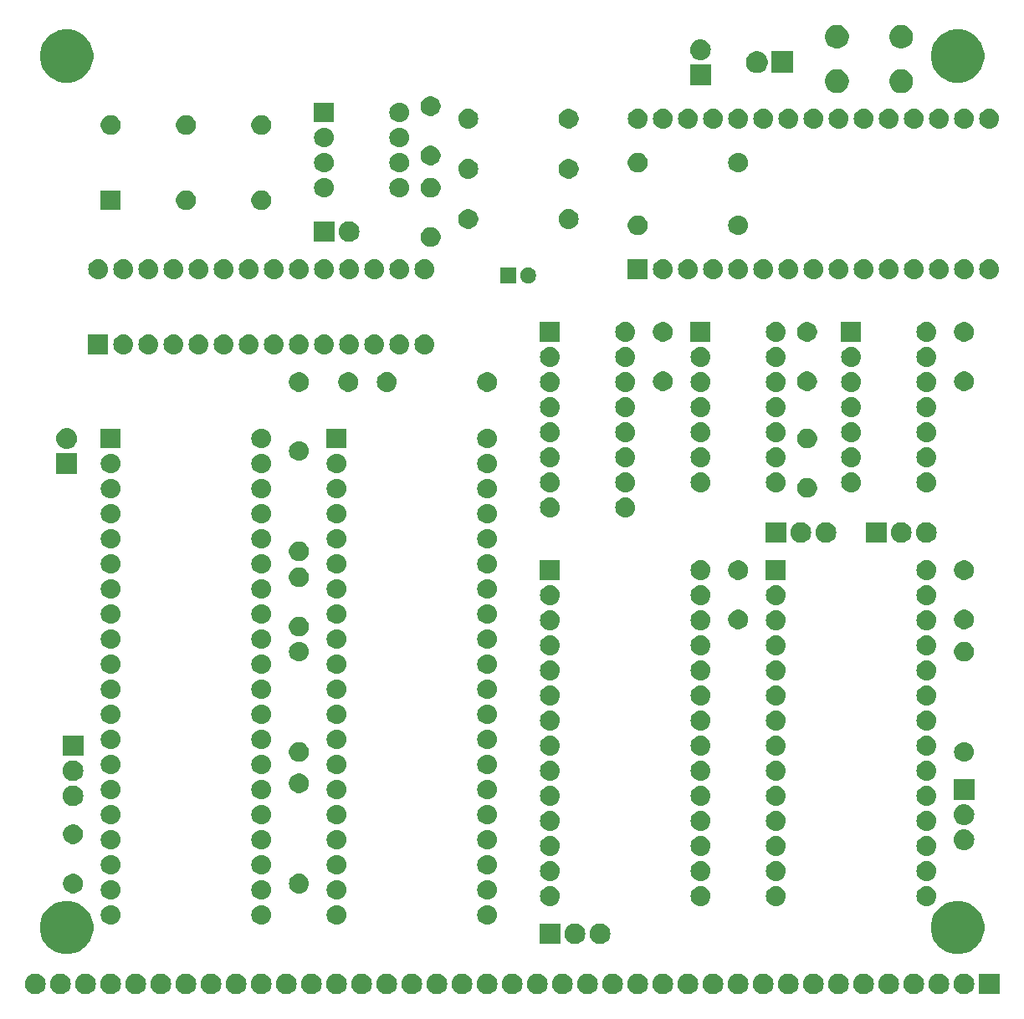
<source format=gbs>
G04 #@! TF.GenerationSoftware,KiCad,Pcbnew,(5.0.2)-1*
G04 #@! TF.CreationDate,2019-08-30T14:41:27-04:00*
G04 #@! TF.ProjectId,RC6502 Apple 1 SBC,52433635-3032-4204-9170-706c65203120,rev?*
G04 #@! TF.SameCoordinates,Original*
G04 #@! TF.FileFunction,Soldermask,Bot*
G04 #@! TF.FilePolarity,Negative*
%FSLAX46Y46*%
G04 Gerber Fmt 4.6, Leading zero omitted, Abs format (unit mm)*
G04 Created by KiCad (PCBNEW (5.0.2)-1) date 8/30/2019 2:41:27 PM*
%MOMM*%
%LPD*%
G01*
G04 APERTURE LIST*
%ADD10C,0.100000*%
G04 APERTURE END LIST*
D10*
G36*
X188723707Y-136752597D02*
X188800836Y-136760193D01*
X188932787Y-136800220D01*
X188998763Y-136820233D01*
X189181172Y-136917733D01*
X189341054Y-137048946D01*
X189472267Y-137208828D01*
X189569767Y-137391237D01*
X189569767Y-137391238D01*
X189629807Y-137589164D01*
X189650080Y-137795000D01*
X189629807Y-138000836D01*
X189589780Y-138132787D01*
X189569767Y-138198763D01*
X189472267Y-138381172D01*
X189341054Y-138541054D01*
X189181172Y-138672267D01*
X188998763Y-138769767D01*
X188932787Y-138789780D01*
X188800836Y-138829807D01*
X188723707Y-138837403D01*
X188646580Y-138845000D01*
X188543420Y-138845000D01*
X188466293Y-138837403D01*
X188389164Y-138829807D01*
X188257213Y-138789780D01*
X188191237Y-138769767D01*
X188008828Y-138672267D01*
X187848946Y-138541054D01*
X187717733Y-138381172D01*
X187620233Y-138198763D01*
X187600220Y-138132787D01*
X187560193Y-138000836D01*
X187539920Y-137795000D01*
X187560193Y-137589164D01*
X187620233Y-137391238D01*
X187620233Y-137391237D01*
X187717733Y-137208828D01*
X187848946Y-137048946D01*
X188008828Y-136917733D01*
X188191237Y-136820233D01*
X188257213Y-136800220D01*
X188389164Y-136760193D01*
X188466293Y-136752597D01*
X188543420Y-136745000D01*
X188646580Y-136745000D01*
X188723707Y-136752597D01*
X188723707Y-136752597D01*
G37*
G36*
X191263707Y-136752597D02*
X191340836Y-136760193D01*
X191472787Y-136800220D01*
X191538763Y-136820233D01*
X191721172Y-136917733D01*
X191881054Y-137048946D01*
X192012267Y-137208828D01*
X192109767Y-137391237D01*
X192109767Y-137391238D01*
X192169807Y-137589164D01*
X192190080Y-137795000D01*
X192169807Y-138000836D01*
X192129780Y-138132787D01*
X192109767Y-138198763D01*
X192012267Y-138381172D01*
X191881054Y-138541054D01*
X191721172Y-138672267D01*
X191538763Y-138769767D01*
X191472787Y-138789780D01*
X191340836Y-138829807D01*
X191263707Y-138837403D01*
X191186580Y-138845000D01*
X191083420Y-138845000D01*
X191006293Y-138837403D01*
X190929164Y-138829807D01*
X190797213Y-138789780D01*
X190731237Y-138769767D01*
X190548828Y-138672267D01*
X190388946Y-138541054D01*
X190257733Y-138381172D01*
X190160233Y-138198763D01*
X190140220Y-138132787D01*
X190100193Y-138000836D01*
X190079920Y-137795000D01*
X190100193Y-137589164D01*
X190160233Y-137391238D01*
X190160233Y-137391237D01*
X190257733Y-137208828D01*
X190388946Y-137048946D01*
X190548828Y-136917733D01*
X190731237Y-136820233D01*
X190797213Y-136800220D01*
X190929164Y-136760193D01*
X191006293Y-136752597D01*
X191083420Y-136745000D01*
X191186580Y-136745000D01*
X191263707Y-136752597D01*
X191263707Y-136752597D01*
G37*
G36*
X211583707Y-136752597D02*
X211660836Y-136760193D01*
X211792787Y-136800220D01*
X211858763Y-136820233D01*
X212041172Y-136917733D01*
X212201054Y-137048946D01*
X212332267Y-137208828D01*
X212429767Y-137391237D01*
X212429767Y-137391238D01*
X212489807Y-137589164D01*
X212510080Y-137795000D01*
X212489807Y-138000836D01*
X212449780Y-138132787D01*
X212429767Y-138198763D01*
X212332267Y-138381172D01*
X212201054Y-138541054D01*
X212041172Y-138672267D01*
X211858763Y-138769767D01*
X211792787Y-138789780D01*
X211660836Y-138829807D01*
X211583707Y-138837403D01*
X211506580Y-138845000D01*
X211403420Y-138845000D01*
X211326293Y-138837403D01*
X211249164Y-138829807D01*
X211117213Y-138789780D01*
X211051237Y-138769767D01*
X210868828Y-138672267D01*
X210708946Y-138541054D01*
X210577733Y-138381172D01*
X210480233Y-138198763D01*
X210460220Y-138132787D01*
X210420193Y-138000836D01*
X210399920Y-137795000D01*
X210420193Y-137589164D01*
X210480233Y-137391238D01*
X210480233Y-137391237D01*
X210577733Y-137208828D01*
X210708946Y-137048946D01*
X210868828Y-136917733D01*
X211051237Y-136820233D01*
X211117213Y-136800220D01*
X211249164Y-136760193D01*
X211326293Y-136752597D01*
X211403420Y-136745000D01*
X211506580Y-136745000D01*
X211583707Y-136752597D01*
X211583707Y-136752597D01*
G37*
G36*
X209043707Y-136752597D02*
X209120836Y-136760193D01*
X209252787Y-136800220D01*
X209318763Y-136820233D01*
X209501172Y-136917733D01*
X209661054Y-137048946D01*
X209792267Y-137208828D01*
X209889767Y-137391237D01*
X209889767Y-137391238D01*
X209949807Y-137589164D01*
X209970080Y-137795000D01*
X209949807Y-138000836D01*
X209909780Y-138132787D01*
X209889767Y-138198763D01*
X209792267Y-138381172D01*
X209661054Y-138541054D01*
X209501172Y-138672267D01*
X209318763Y-138769767D01*
X209252787Y-138789780D01*
X209120836Y-138829807D01*
X209043707Y-138837403D01*
X208966580Y-138845000D01*
X208863420Y-138845000D01*
X208786293Y-138837403D01*
X208709164Y-138829807D01*
X208577213Y-138789780D01*
X208511237Y-138769767D01*
X208328828Y-138672267D01*
X208168946Y-138541054D01*
X208037733Y-138381172D01*
X207940233Y-138198763D01*
X207920220Y-138132787D01*
X207880193Y-138000836D01*
X207859920Y-137795000D01*
X207880193Y-137589164D01*
X207940233Y-137391238D01*
X207940233Y-137391237D01*
X208037733Y-137208828D01*
X208168946Y-137048946D01*
X208328828Y-136917733D01*
X208511237Y-136820233D01*
X208577213Y-136800220D01*
X208709164Y-136760193D01*
X208786293Y-136752597D01*
X208863420Y-136745000D01*
X208966580Y-136745000D01*
X209043707Y-136752597D01*
X209043707Y-136752597D01*
G37*
G36*
X206503707Y-136752597D02*
X206580836Y-136760193D01*
X206712787Y-136800220D01*
X206778763Y-136820233D01*
X206961172Y-136917733D01*
X207121054Y-137048946D01*
X207252267Y-137208828D01*
X207349767Y-137391237D01*
X207349767Y-137391238D01*
X207409807Y-137589164D01*
X207430080Y-137795000D01*
X207409807Y-138000836D01*
X207369780Y-138132787D01*
X207349767Y-138198763D01*
X207252267Y-138381172D01*
X207121054Y-138541054D01*
X206961172Y-138672267D01*
X206778763Y-138769767D01*
X206712787Y-138789780D01*
X206580836Y-138829807D01*
X206503707Y-138837403D01*
X206426580Y-138845000D01*
X206323420Y-138845000D01*
X206246293Y-138837403D01*
X206169164Y-138829807D01*
X206037213Y-138789780D01*
X205971237Y-138769767D01*
X205788828Y-138672267D01*
X205628946Y-138541054D01*
X205497733Y-138381172D01*
X205400233Y-138198763D01*
X205380220Y-138132787D01*
X205340193Y-138000836D01*
X205319920Y-137795000D01*
X205340193Y-137589164D01*
X205400233Y-137391238D01*
X205400233Y-137391237D01*
X205497733Y-137208828D01*
X205628946Y-137048946D01*
X205788828Y-136917733D01*
X205971237Y-136820233D01*
X206037213Y-136800220D01*
X206169164Y-136760193D01*
X206246293Y-136752597D01*
X206323420Y-136745000D01*
X206426580Y-136745000D01*
X206503707Y-136752597D01*
X206503707Y-136752597D01*
G37*
G36*
X203963707Y-136752597D02*
X204040836Y-136760193D01*
X204172787Y-136800220D01*
X204238763Y-136820233D01*
X204421172Y-136917733D01*
X204581054Y-137048946D01*
X204712267Y-137208828D01*
X204809767Y-137391237D01*
X204809767Y-137391238D01*
X204869807Y-137589164D01*
X204890080Y-137795000D01*
X204869807Y-138000836D01*
X204829780Y-138132787D01*
X204809767Y-138198763D01*
X204712267Y-138381172D01*
X204581054Y-138541054D01*
X204421172Y-138672267D01*
X204238763Y-138769767D01*
X204172787Y-138789780D01*
X204040836Y-138829807D01*
X203963707Y-138837403D01*
X203886580Y-138845000D01*
X203783420Y-138845000D01*
X203706293Y-138837403D01*
X203629164Y-138829807D01*
X203497213Y-138789780D01*
X203431237Y-138769767D01*
X203248828Y-138672267D01*
X203088946Y-138541054D01*
X202957733Y-138381172D01*
X202860233Y-138198763D01*
X202840220Y-138132787D01*
X202800193Y-138000836D01*
X202779920Y-137795000D01*
X202800193Y-137589164D01*
X202860233Y-137391238D01*
X202860233Y-137391237D01*
X202957733Y-137208828D01*
X203088946Y-137048946D01*
X203248828Y-136917733D01*
X203431237Y-136820233D01*
X203497213Y-136800220D01*
X203629164Y-136760193D01*
X203706293Y-136752597D01*
X203783420Y-136745000D01*
X203886580Y-136745000D01*
X203963707Y-136752597D01*
X203963707Y-136752597D01*
G37*
G36*
X201423707Y-136752597D02*
X201500836Y-136760193D01*
X201632787Y-136800220D01*
X201698763Y-136820233D01*
X201881172Y-136917733D01*
X202041054Y-137048946D01*
X202172267Y-137208828D01*
X202269767Y-137391237D01*
X202269767Y-137391238D01*
X202329807Y-137589164D01*
X202350080Y-137795000D01*
X202329807Y-138000836D01*
X202289780Y-138132787D01*
X202269767Y-138198763D01*
X202172267Y-138381172D01*
X202041054Y-138541054D01*
X201881172Y-138672267D01*
X201698763Y-138769767D01*
X201632787Y-138789780D01*
X201500836Y-138829807D01*
X201423707Y-138837403D01*
X201346580Y-138845000D01*
X201243420Y-138845000D01*
X201166293Y-138837403D01*
X201089164Y-138829807D01*
X200957213Y-138789780D01*
X200891237Y-138769767D01*
X200708828Y-138672267D01*
X200548946Y-138541054D01*
X200417733Y-138381172D01*
X200320233Y-138198763D01*
X200300220Y-138132787D01*
X200260193Y-138000836D01*
X200239920Y-137795000D01*
X200260193Y-137589164D01*
X200320233Y-137391238D01*
X200320233Y-137391237D01*
X200417733Y-137208828D01*
X200548946Y-137048946D01*
X200708828Y-136917733D01*
X200891237Y-136820233D01*
X200957213Y-136800220D01*
X201089164Y-136760193D01*
X201166293Y-136752597D01*
X201243420Y-136745000D01*
X201346580Y-136745000D01*
X201423707Y-136752597D01*
X201423707Y-136752597D01*
G37*
G36*
X198883707Y-136752597D02*
X198960836Y-136760193D01*
X199092787Y-136800220D01*
X199158763Y-136820233D01*
X199341172Y-136917733D01*
X199501054Y-137048946D01*
X199632267Y-137208828D01*
X199729767Y-137391237D01*
X199729767Y-137391238D01*
X199789807Y-137589164D01*
X199810080Y-137795000D01*
X199789807Y-138000836D01*
X199749780Y-138132787D01*
X199729767Y-138198763D01*
X199632267Y-138381172D01*
X199501054Y-138541054D01*
X199341172Y-138672267D01*
X199158763Y-138769767D01*
X199092787Y-138789780D01*
X198960836Y-138829807D01*
X198883707Y-138837403D01*
X198806580Y-138845000D01*
X198703420Y-138845000D01*
X198626293Y-138837403D01*
X198549164Y-138829807D01*
X198417213Y-138789780D01*
X198351237Y-138769767D01*
X198168828Y-138672267D01*
X198008946Y-138541054D01*
X197877733Y-138381172D01*
X197780233Y-138198763D01*
X197760220Y-138132787D01*
X197720193Y-138000836D01*
X197699920Y-137795000D01*
X197720193Y-137589164D01*
X197780233Y-137391238D01*
X197780233Y-137391237D01*
X197877733Y-137208828D01*
X198008946Y-137048946D01*
X198168828Y-136917733D01*
X198351237Y-136820233D01*
X198417213Y-136800220D01*
X198549164Y-136760193D01*
X198626293Y-136752597D01*
X198703420Y-136745000D01*
X198806580Y-136745000D01*
X198883707Y-136752597D01*
X198883707Y-136752597D01*
G37*
G36*
X196343707Y-136752597D02*
X196420836Y-136760193D01*
X196552787Y-136800220D01*
X196618763Y-136820233D01*
X196801172Y-136917733D01*
X196961054Y-137048946D01*
X197092267Y-137208828D01*
X197189767Y-137391237D01*
X197189767Y-137391238D01*
X197249807Y-137589164D01*
X197270080Y-137795000D01*
X197249807Y-138000836D01*
X197209780Y-138132787D01*
X197189767Y-138198763D01*
X197092267Y-138381172D01*
X196961054Y-138541054D01*
X196801172Y-138672267D01*
X196618763Y-138769767D01*
X196552787Y-138789780D01*
X196420836Y-138829807D01*
X196343707Y-138837403D01*
X196266580Y-138845000D01*
X196163420Y-138845000D01*
X196086293Y-138837403D01*
X196009164Y-138829807D01*
X195877213Y-138789780D01*
X195811237Y-138769767D01*
X195628828Y-138672267D01*
X195468946Y-138541054D01*
X195337733Y-138381172D01*
X195240233Y-138198763D01*
X195220220Y-138132787D01*
X195180193Y-138000836D01*
X195159920Y-137795000D01*
X195180193Y-137589164D01*
X195240233Y-137391238D01*
X195240233Y-137391237D01*
X195337733Y-137208828D01*
X195468946Y-137048946D01*
X195628828Y-136917733D01*
X195811237Y-136820233D01*
X195877213Y-136800220D01*
X196009164Y-136760193D01*
X196086293Y-136752597D01*
X196163420Y-136745000D01*
X196266580Y-136745000D01*
X196343707Y-136752597D01*
X196343707Y-136752597D01*
G37*
G36*
X193803707Y-136752597D02*
X193880836Y-136760193D01*
X194012787Y-136800220D01*
X194078763Y-136820233D01*
X194261172Y-136917733D01*
X194421054Y-137048946D01*
X194552267Y-137208828D01*
X194649767Y-137391237D01*
X194649767Y-137391238D01*
X194709807Y-137589164D01*
X194730080Y-137795000D01*
X194709807Y-138000836D01*
X194669780Y-138132787D01*
X194649767Y-138198763D01*
X194552267Y-138381172D01*
X194421054Y-138541054D01*
X194261172Y-138672267D01*
X194078763Y-138769767D01*
X194012787Y-138789780D01*
X193880836Y-138829807D01*
X193803707Y-138837403D01*
X193726580Y-138845000D01*
X193623420Y-138845000D01*
X193546293Y-138837403D01*
X193469164Y-138829807D01*
X193337213Y-138789780D01*
X193271237Y-138769767D01*
X193088828Y-138672267D01*
X192928946Y-138541054D01*
X192797733Y-138381172D01*
X192700233Y-138198763D01*
X192680220Y-138132787D01*
X192640193Y-138000836D01*
X192619920Y-137795000D01*
X192640193Y-137589164D01*
X192700233Y-137391238D01*
X192700233Y-137391237D01*
X192797733Y-137208828D01*
X192928946Y-137048946D01*
X193088828Y-136917733D01*
X193271237Y-136820233D01*
X193337213Y-136800220D01*
X193469164Y-136760193D01*
X193546293Y-136752597D01*
X193623420Y-136745000D01*
X193726580Y-136745000D01*
X193803707Y-136752597D01*
X193803707Y-136752597D01*
G37*
G36*
X163323707Y-136752597D02*
X163400836Y-136760193D01*
X163532787Y-136800220D01*
X163598763Y-136820233D01*
X163781172Y-136917733D01*
X163941054Y-137048946D01*
X164072267Y-137208828D01*
X164169767Y-137391237D01*
X164169767Y-137391238D01*
X164229807Y-137589164D01*
X164250080Y-137795000D01*
X164229807Y-138000836D01*
X164189780Y-138132787D01*
X164169767Y-138198763D01*
X164072267Y-138381172D01*
X163941054Y-138541054D01*
X163781172Y-138672267D01*
X163598763Y-138769767D01*
X163532787Y-138789780D01*
X163400836Y-138829807D01*
X163323707Y-138837403D01*
X163246580Y-138845000D01*
X163143420Y-138845000D01*
X163066293Y-138837403D01*
X162989164Y-138829807D01*
X162857213Y-138789780D01*
X162791237Y-138769767D01*
X162608828Y-138672267D01*
X162448946Y-138541054D01*
X162317733Y-138381172D01*
X162220233Y-138198763D01*
X162200220Y-138132787D01*
X162160193Y-138000836D01*
X162139920Y-137795000D01*
X162160193Y-137589164D01*
X162220233Y-137391238D01*
X162220233Y-137391237D01*
X162317733Y-137208828D01*
X162448946Y-137048946D01*
X162608828Y-136917733D01*
X162791237Y-136820233D01*
X162857213Y-136800220D01*
X162989164Y-136760193D01*
X163066293Y-136752597D01*
X163143420Y-136745000D01*
X163246580Y-136745000D01*
X163323707Y-136752597D01*
X163323707Y-136752597D01*
G37*
G36*
X186183707Y-136752597D02*
X186260836Y-136760193D01*
X186392787Y-136800220D01*
X186458763Y-136820233D01*
X186641172Y-136917733D01*
X186801054Y-137048946D01*
X186932267Y-137208828D01*
X187029767Y-137391237D01*
X187029767Y-137391238D01*
X187089807Y-137589164D01*
X187110080Y-137795000D01*
X187089807Y-138000836D01*
X187049780Y-138132787D01*
X187029767Y-138198763D01*
X186932267Y-138381172D01*
X186801054Y-138541054D01*
X186641172Y-138672267D01*
X186458763Y-138769767D01*
X186392787Y-138789780D01*
X186260836Y-138829807D01*
X186183707Y-138837403D01*
X186106580Y-138845000D01*
X186003420Y-138845000D01*
X185926293Y-138837403D01*
X185849164Y-138829807D01*
X185717213Y-138789780D01*
X185651237Y-138769767D01*
X185468828Y-138672267D01*
X185308946Y-138541054D01*
X185177733Y-138381172D01*
X185080233Y-138198763D01*
X185060220Y-138132787D01*
X185020193Y-138000836D01*
X184999920Y-137795000D01*
X185020193Y-137589164D01*
X185080233Y-137391238D01*
X185080233Y-137391237D01*
X185177733Y-137208828D01*
X185308946Y-137048946D01*
X185468828Y-136917733D01*
X185651237Y-136820233D01*
X185717213Y-136800220D01*
X185849164Y-136760193D01*
X185926293Y-136752597D01*
X186003420Y-136745000D01*
X186106580Y-136745000D01*
X186183707Y-136752597D01*
X186183707Y-136752597D01*
G37*
G36*
X183643707Y-136752597D02*
X183720836Y-136760193D01*
X183852787Y-136800220D01*
X183918763Y-136820233D01*
X184101172Y-136917733D01*
X184261054Y-137048946D01*
X184392267Y-137208828D01*
X184489767Y-137391237D01*
X184489767Y-137391238D01*
X184549807Y-137589164D01*
X184570080Y-137795000D01*
X184549807Y-138000836D01*
X184509780Y-138132787D01*
X184489767Y-138198763D01*
X184392267Y-138381172D01*
X184261054Y-138541054D01*
X184101172Y-138672267D01*
X183918763Y-138769767D01*
X183852787Y-138789780D01*
X183720836Y-138829807D01*
X183643707Y-138837403D01*
X183566580Y-138845000D01*
X183463420Y-138845000D01*
X183386293Y-138837403D01*
X183309164Y-138829807D01*
X183177213Y-138789780D01*
X183111237Y-138769767D01*
X182928828Y-138672267D01*
X182768946Y-138541054D01*
X182637733Y-138381172D01*
X182540233Y-138198763D01*
X182520220Y-138132787D01*
X182480193Y-138000836D01*
X182459920Y-137795000D01*
X182480193Y-137589164D01*
X182540233Y-137391238D01*
X182540233Y-137391237D01*
X182637733Y-137208828D01*
X182768946Y-137048946D01*
X182928828Y-136917733D01*
X183111237Y-136820233D01*
X183177213Y-136800220D01*
X183309164Y-136760193D01*
X183386293Y-136752597D01*
X183463420Y-136745000D01*
X183566580Y-136745000D01*
X183643707Y-136752597D01*
X183643707Y-136752597D01*
G37*
G36*
X181103707Y-136752597D02*
X181180836Y-136760193D01*
X181312787Y-136800220D01*
X181378763Y-136820233D01*
X181561172Y-136917733D01*
X181721054Y-137048946D01*
X181852267Y-137208828D01*
X181949767Y-137391237D01*
X181949767Y-137391238D01*
X182009807Y-137589164D01*
X182030080Y-137795000D01*
X182009807Y-138000836D01*
X181969780Y-138132787D01*
X181949767Y-138198763D01*
X181852267Y-138381172D01*
X181721054Y-138541054D01*
X181561172Y-138672267D01*
X181378763Y-138769767D01*
X181312787Y-138789780D01*
X181180836Y-138829807D01*
X181103707Y-138837403D01*
X181026580Y-138845000D01*
X180923420Y-138845000D01*
X180846293Y-138837403D01*
X180769164Y-138829807D01*
X180637213Y-138789780D01*
X180571237Y-138769767D01*
X180388828Y-138672267D01*
X180228946Y-138541054D01*
X180097733Y-138381172D01*
X180000233Y-138198763D01*
X179980220Y-138132787D01*
X179940193Y-138000836D01*
X179919920Y-137795000D01*
X179940193Y-137589164D01*
X180000233Y-137391238D01*
X180000233Y-137391237D01*
X180097733Y-137208828D01*
X180228946Y-137048946D01*
X180388828Y-136917733D01*
X180571237Y-136820233D01*
X180637213Y-136800220D01*
X180769164Y-136760193D01*
X180846293Y-136752597D01*
X180923420Y-136745000D01*
X181026580Y-136745000D01*
X181103707Y-136752597D01*
X181103707Y-136752597D01*
G37*
G36*
X178563707Y-136752597D02*
X178640836Y-136760193D01*
X178772787Y-136800220D01*
X178838763Y-136820233D01*
X179021172Y-136917733D01*
X179181054Y-137048946D01*
X179312267Y-137208828D01*
X179409767Y-137391237D01*
X179409767Y-137391238D01*
X179469807Y-137589164D01*
X179490080Y-137795000D01*
X179469807Y-138000836D01*
X179429780Y-138132787D01*
X179409767Y-138198763D01*
X179312267Y-138381172D01*
X179181054Y-138541054D01*
X179021172Y-138672267D01*
X178838763Y-138769767D01*
X178772787Y-138789780D01*
X178640836Y-138829807D01*
X178563707Y-138837403D01*
X178486580Y-138845000D01*
X178383420Y-138845000D01*
X178306293Y-138837403D01*
X178229164Y-138829807D01*
X178097213Y-138789780D01*
X178031237Y-138769767D01*
X177848828Y-138672267D01*
X177688946Y-138541054D01*
X177557733Y-138381172D01*
X177460233Y-138198763D01*
X177440220Y-138132787D01*
X177400193Y-138000836D01*
X177379920Y-137795000D01*
X177400193Y-137589164D01*
X177460233Y-137391238D01*
X177460233Y-137391237D01*
X177557733Y-137208828D01*
X177688946Y-137048946D01*
X177848828Y-136917733D01*
X178031237Y-136820233D01*
X178097213Y-136800220D01*
X178229164Y-136760193D01*
X178306293Y-136752597D01*
X178383420Y-136745000D01*
X178486580Y-136745000D01*
X178563707Y-136752597D01*
X178563707Y-136752597D01*
G37*
G36*
X176023707Y-136752597D02*
X176100836Y-136760193D01*
X176232787Y-136800220D01*
X176298763Y-136820233D01*
X176481172Y-136917733D01*
X176641054Y-137048946D01*
X176772267Y-137208828D01*
X176869767Y-137391237D01*
X176869767Y-137391238D01*
X176929807Y-137589164D01*
X176950080Y-137795000D01*
X176929807Y-138000836D01*
X176889780Y-138132787D01*
X176869767Y-138198763D01*
X176772267Y-138381172D01*
X176641054Y-138541054D01*
X176481172Y-138672267D01*
X176298763Y-138769767D01*
X176232787Y-138789780D01*
X176100836Y-138829807D01*
X176023707Y-138837403D01*
X175946580Y-138845000D01*
X175843420Y-138845000D01*
X175766293Y-138837403D01*
X175689164Y-138829807D01*
X175557213Y-138789780D01*
X175491237Y-138769767D01*
X175308828Y-138672267D01*
X175148946Y-138541054D01*
X175017733Y-138381172D01*
X174920233Y-138198763D01*
X174900220Y-138132787D01*
X174860193Y-138000836D01*
X174839920Y-137795000D01*
X174860193Y-137589164D01*
X174920233Y-137391238D01*
X174920233Y-137391237D01*
X175017733Y-137208828D01*
X175148946Y-137048946D01*
X175308828Y-136917733D01*
X175491237Y-136820233D01*
X175557213Y-136800220D01*
X175689164Y-136760193D01*
X175766293Y-136752597D01*
X175843420Y-136745000D01*
X175946580Y-136745000D01*
X176023707Y-136752597D01*
X176023707Y-136752597D01*
G37*
G36*
X173483707Y-136752597D02*
X173560836Y-136760193D01*
X173692787Y-136800220D01*
X173758763Y-136820233D01*
X173941172Y-136917733D01*
X174101054Y-137048946D01*
X174232267Y-137208828D01*
X174329767Y-137391237D01*
X174329767Y-137391238D01*
X174389807Y-137589164D01*
X174410080Y-137795000D01*
X174389807Y-138000836D01*
X174349780Y-138132787D01*
X174329767Y-138198763D01*
X174232267Y-138381172D01*
X174101054Y-138541054D01*
X173941172Y-138672267D01*
X173758763Y-138769767D01*
X173692787Y-138789780D01*
X173560836Y-138829807D01*
X173483707Y-138837403D01*
X173406580Y-138845000D01*
X173303420Y-138845000D01*
X173226293Y-138837403D01*
X173149164Y-138829807D01*
X173017213Y-138789780D01*
X172951237Y-138769767D01*
X172768828Y-138672267D01*
X172608946Y-138541054D01*
X172477733Y-138381172D01*
X172380233Y-138198763D01*
X172360220Y-138132787D01*
X172320193Y-138000836D01*
X172299920Y-137795000D01*
X172320193Y-137589164D01*
X172380233Y-137391238D01*
X172380233Y-137391237D01*
X172477733Y-137208828D01*
X172608946Y-137048946D01*
X172768828Y-136917733D01*
X172951237Y-136820233D01*
X173017213Y-136800220D01*
X173149164Y-136760193D01*
X173226293Y-136752597D01*
X173303420Y-136745000D01*
X173406580Y-136745000D01*
X173483707Y-136752597D01*
X173483707Y-136752597D01*
G37*
G36*
X170943707Y-136752597D02*
X171020836Y-136760193D01*
X171152787Y-136800220D01*
X171218763Y-136820233D01*
X171401172Y-136917733D01*
X171561054Y-137048946D01*
X171692267Y-137208828D01*
X171789767Y-137391237D01*
X171789767Y-137391238D01*
X171849807Y-137589164D01*
X171870080Y-137795000D01*
X171849807Y-138000836D01*
X171809780Y-138132787D01*
X171789767Y-138198763D01*
X171692267Y-138381172D01*
X171561054Y-138541054D01*
X171401172Y-138672267D01*
X171218763Y-138769767D01*
X171152787Y-138789780D01*
X171020836Y-138829807D01*
X170943707Y-138837403D01*
X170866580Y-138845000D01*
X170763420Y-138845000D01*
X170686293Y-138837403D01*
X170609164Y-138829807D01*
X170477213Y-138789780D01*
X170411237Y-138769767D01*
X170228828Y-138672267D01*
X170068946Y-138541054D01*
X169937733Y-138381172D01*
X169840233Y-138198763D01*
X169820220Y-138132787D01*
X169780193Y-138000836D01*
X169759920Y-137795000D01*
X169780193Y-137589164D01*
X169840233Y-137391238D01*
X169840233Y-137391237D01*
X169937733Y-137208828D01*
X170068946Y-137048946D01*
X170228828Y-136917733D01*
X170411237Y-136820233D01*
X170477213Y-136800220D01*
X170609164Y-136760193D01*
X170686293Y-136752597D01*
X170763420Y-136745000D01*
X170866580Y-136745000D01*
X170943707Y-136752597D01*
X170943707Y-136752597D01*
G37*
G36*
X168403707Y-136752597D02*
X168480836Y-136760193D01*
X168612787Y-136800220D01*
X168678763Y-136820233D01*
X168861172Y-136917733D01*
X169021054Y-137048946D01*
X169152267Y-137208828D01*
X169249767Y-137391237D01*
X169249767Y-137391238D01*
X169309807Y-137589164D01*
X169330080Y-137795000D01*
X169309807Y-138000836D01*
X169269780Y-138132787D01*
X169249767Y-138198763D01*
X169152267Y-138381172D01*
X169021054Y-138541054D01*
X168861172Y-138672267D01*
X168678763Y-138769767D01*
X168612787Y-138789780D01*
X168480836Y-138829807D01*
X168403707Y-138837403D01*
X168326580Y-138845000D01*
X168223420Y-138845000D01*
X168146293Y-138837403D01*
X168069164Y-138829807D01*
X167937213Y-138789780D01*
X167871237Y-138769767D01*
X167688828Y-138672267D01*
X167528946Y-138541054D01*
X167397733Y-138381172D01*
X167300233Y-138198763D01*
X167280220Y-138132787D01*
X167240193Y-138000836D01*
X167219920Y-137795000D01*
X167240193Y-137589164D01*
X167300233Y-137391238D01*
X167300233Y-137391237D01*
X167397733Y-137208828D01*
X167528946Y-137048946D01*
X167688828Y-136917733D01*
X167871237Y-136820233D01*
X167937213Y-136800220D01*
X168069164Y-136760193D01*
X168146293Y-136752597D01*
X168223420Y-136745000D01*
X168326580Y-136745000D01*
X168403707Y-136752597D01*
X168403707Y-136752597D01*
G37*
G36*
X137923707Y-136752597D02*
X138000836Y-136760193D01*
X138132787Y-136800220D01*
X138198763Y-136820233D01*
X138381172Y-136917733D01*
X138541054Y-137048946D01*
X138672267Y-137208828D01*
X138769767Y-137391237D01*
X138769767Y-137391238D01*
X138829807Y-137589164D01*
X138850080Y-137795000D01*
X138829807Y-138000836D01*
X138789780Y-138132787D01*
X138769767Y-138198763D01*
X138672267Y-138381172D01*
X138541054Y-138541054D01*
X138381172Y-138672267D01*
X138198763Y-138769767D01*
X138132787Y-138789780D01*
X138000836Y-138829807D01*
X137923707Y-138837403D01*
X137846580Y-138845000D01*
X137743420Y-138845000D01*
X137666293Y-138837403D01*
X137589164Y-138829807D01*
X137457213Y-138789780D01*
X137391237Y-138769767D01*
X137208828Y-138672267D01*
X137048946Y-138541054D01*
X136917733Y-138381172D01*
X136820233Y-138198763D01*
X136800220Y-138132787D01*
X136760193Y-138000836D01*
X136739920Y-137795000D01*
X136760193Y-137589164D01*
X136820233Y-137391238D01*
X136820233Y-137391237D01*
X136917733Y-137208828D01*
X137048946Y-137048946D01*
X137208828Y-136917733D01*
X137391237Y-136820233D01*
X137457213Y-136800220D01*
X137589164Y-136760193D01*
X137666293Y-136752597D01*
X137743420Y-136745000D01*
X137846580Y-136745000D01*
X137923707Y-136752597D01*
X137923707Y-136752597D01*
G37*
G36*
X140463707Y-136752597D02*
X140540836Y-136760193D01*
X140672787Y-136800220D01*
X140738763Y-136820233D01*
X140921172Y-136917733D01*
X141081054Y-137048946D01*
X141212267Y-137208828D01*
X141309767Y-137391237D01*
X141309767Y-137391238D01*
X141369807Y-137589164D01*
X141390080Y-137795000D01*
X141369807Y-138000836D01*
X141329780Y-138132787D01*
X141309767Y-138198763D01*
X141212267Y-138381172D01*
X141081054Y-138541054D01*
X140921172Y-138672267D01*
X140738763Y-138769767D01*
X140672787Y-138789780D01*
X140540836Y-138829807D01*
X140463707Y-138837403D01*
X140386580Y-138845000D01*
X140283420Y-138845000D01*
X140206293Y-138837403D01*
X140129164Y-138829807D01*
X139997213Y-138789780D01*
X139931237Y-138769767D01*
X139748828Y-138672267D01*
X139588946Y-138541054D01*
X139457733Y-138381172D01*
X139360233Y-138198763D01*
X139340220Y-138132787D01*
X139300193Y-138000836D01*
X139279920Y-137795000D01*
X139300193Y-137589164D01*
X139360233Y-137391238D01*
X139360233Y-137391237D01*
X139457733Y-137208828D01*
X139588946Y-137048946D01*
X139748828Y-136917733D01*
X139931237Y-136820233D01*
X139997213Y-136800220D01*
X140129164Y-136760193D01*
X140206293Y-136752597D01*
X140283420Y-136745000D01*
X140386580Y-136745000D01*
X140463707Y-136752597D01*
X140463707Y-136752597D01*
G37*
G36*
X117603707Y-136752597D02*
X117680836Y-136760193D01*
X117812787Y-136800220D01*
X117878763Y-136820233D01*
X118061172Y-136917733D01*
X118221054Y-137048946D01*
X118352267Y-137208828D01*
X118449767Y-137391237D01*
X118449767Y-137391238D01*
X118509807Y-137589164D01*
X118530080Y-137795000D01*
X118509807Y-138000836D01*
X118469780Y-138132787D01*
X118449767Y-138198763D01*
X118352267Y-138381172D01*
X118221054Y-138541054D01*
X118061172Y-138672267D01*
X117878763Y-138769767D01*
X117812787Y-138789780D01*
X117680836Y-138829807D01*
X117603707Y-138837403D01*
X117526580Y-138845000D01*
X117423420Y-138845000D01*
X117346293Y-138837403D01*
X117269164Y-138829807D01*
X117137213Y-138789780D01*
X117071237Y-138769767D01*
X116888828Y-138672267D01*
X116728946Y-138541054D01*
X116597733Y-138381172D01*
X116500233Y-138198763D01*
X116480220Y-138132787D01*
X116440193Y-138000836D01*
X116419920Y-137795000D01*
X116440193Y-137589164D01*
X116500233Y-137391238D01*
X116500233Y-137391237D01*
X116597733Y-137208828D01*
X116728946Y-137048946D01*
X116888828Y-136917733D01*
X117071237Y-136820233D01*
X117137213Y-136800220D01*
X117269164Y-136760193D01*
X117346293Y-136752597D01*
X117423420Y-136745000D01*
X117526580Y-136745000D01*
X117603707Y-136752597D01*
X117603707Y-136752597D01*
G37*
G36*
X160783707Y-136752597D02*
X160860836Y-136760193D01*
X160992787Y-136800220D01*
X161058763Y-136820233D01*
X161241172Y-136917733D01*
X161401054Y-137048946D01*
X161532267Y-137208828D01*
X161629767Y-137391237D01*
X161629767Y-137391238D01*
X161689807Y-137589164D01*
X161710080Y-137795000D01*
X161689807Y-138000836D01*
X161649780Y-138132787D01*
X161629767Y-138198763D01*
X161532267Y-138381172D01*
X161401054Y-138541054D01*
X161241172Y-138672267D01*
X161058763Y-138769767D01*
X160992787Y-138789780D01*
X160860836Y-138829807D01*
X160783707Y-138837403D01*
X160706580Y-138845000D01*
X160603420Y-138845000D01*
X160526293Y-138837403D01*
X160449164Y-138829807D01*
X160317213Y-138789780D01*
X160251237Y-138769767D01*
X160068828Y-138672267D01*
X159908946Y-138541054D01*
X159777733Y-138381172D01*
X159680233Y-138198763D01*
X159660220Y-138132787D01*
X159620193Y-138000836D01*
X159599920Y-137795000D01*
X159620193Y-137589164D01*
X159680233Y-137391238D01*
X159680233Y-137391237D01*
X159777733Y-137208828D01*
X159908946Y-137048946D01*
X160068828Y-136917733D01*
X160251237Y-136820233D01*
X160317213Y-136800220D01*
X160449164Y-136760193D01*
X160526293Y-136752597D01*
X160603420Y-136745000D01*
X160706580Y-136745000D01*
X160783707Y-136752597D01*
X160783707Y-136752597D01*
G37*
G36*
X158243707Y-136752597D02*
X158320836Y-136760193D01*
X158452787Y-136800220D01*
X158518763Y-136820233D01*
X158701172Y-136917733D01*
X158861054Y-137048946D01*
X158992267Y-137208828D01*
X159089767Y-137391237D01*
X159089767Y-137391238D01*
X159149807Y-137589164D01*
X159170080Y-137795000D01*
X159149807Y-138000836D01*
X159109780Y-138132787D01*
X159089767Y-138198763D01*
X158992267Y-138381172D01*
X158861054Y-138541054D01*
X158701172Y-138672267D01*
X158518763Y-138769767D01*
X158452787Y-138789780D01*
X158320836Y-138829807D01*
X158243707Y-138837403D01*
X158166580Y-138845000D01*
X158063420Y-138845000D01*
X157986293Y-138837403D01*
X157909164Y-138829807D01*
X157777213Y-138789780D01*
X157711237Y-138769767D01*
X157528828Y-138672267D01*
X157368946Y-138541054D01*
X157237733Y-138381172D01*
X157140233Y-138198763D01*
X157120220Y-138132787D01*
X157080193Y-138000836D01*
X157059920Y-137795000D01*
X157080193Y-137589164D01*
X157140233Y-137391238D01*
X157140233Y-137391237D01*
X157237733Y-137208828D01*
X157368946Y-137048946D01*
X157528828Y-136917733D01*
X157711237Y-136820233D01*
X157777213Y-136800220D01*
X157909164Y-136760193D01*
X157986293Y-136752597D01*
X158063420Y-136745000D01*
X158166580Y-136745000D01*
X158243707Y-136752597D01*
X158243707Y-136752597D01*
G37*
G36*
X155703707Y-136752597D02*
X155780836Y-136760193D01*
X155912787Y-136800220D01*
X155978763Y-136820233D01*
X156161172Y-136917733D01*
X156321054Y-137048946D01*
X156452267Y-137208828D01*
X156549767Y-137391237D01*
X156549767Y-137391238D01*
X156609807Y-137589164D01*
X156630080Y-137795000D01*
X156609807Y-138000836D01*
X156569780Y-138132787D01*
X156549767Y-138198763D01*
X156452267Y-138381172D01*
X156321054Y-138541054D01*
X156161172Y-138672267D01*
X155978763Y-138769767D01*
X155912787Y-138789780D01*
X155780836Y-138829807D01*
X155703707Y-138837403D01*
X155626580Y-138845000D01*
X155523420Y-138845000D01*
X155446293Y-138837403D01*
X155369164Y-138829807D01*
X155237213Y-138789780D01*
X155171237Y-138769767D01*
X154988828Y-138672267D01*
X154828946Y-138541054D01*
X154697733Y-138381172D01*
X154600233Y-138198763D01*
X154580220Y-138132787D01*
X154540193Y-138000836D01*
X154519920Y-137795000D01*
X154540193Y-137589164D01*
X154600233Y-137391238D01*
X154600233Y-137391237D01*
X154697733Y-137208828D01*
X154828946Y-137048946D01*
X154988828Y-136917733D01*
X155171237Y-136820233D01*
X155237213Y-136800220D01*
X155369164Y-136760193D01*
X155446293Y-136752597D01*
X155523420Y-136745000D01*
X155626580Y-136745000D01*
X155703707Y-136752597D01*
X155703707Y-136752597D01*
G37*
G36*
X153163707Y-136752597D02*
X153240836Y-136760193D01*
X153372787Y-136800220D01*
X153438763Y-136820233D01*
X153621172Y-136917733D01*
X153781054Y-137048946D01*
X153912267Y-137208828D01*
X154009767Y-137391237D01*
X154009767Y-137391238D01*
X154069807Y-137589164D01*
X154090080Y-137795000D01*
X154069807Y-138000836D01*
X154029780Y-138132787D01*
X154009767Y-138198763D01*
X153912267Y-138381172D01*
X153781054Y-138541054D01*
X153621172Y-138672267D01*
X153438763Y-138769767D01*
X153372787Y-138789780D01*
X153240836Y-138829807D01*
X153163707Y-138837403D01*
X153086580Y-138845000D01*
X152983420Y-138845000D01*
X152906293Y-138837403D01*
X152829164Y-138829807D01*
X152697213Y-138789780D01*
X152631237Y-138769767D01*
X152448828Y-138672267D01*
X152288946Y-138541054D01*
X152157733Y-138381172D01*
X152060233Y-138198763D01*
X152040220Y-138132787D01*
X152000193Y-138000836D01*
X151979920Y-137795000D01*
X152000193Y-137589164D01*
X152060233Y-137391238D01*
X152060233Y-137391237D01*
X152157733Y-137208828D01*
X152288946Y-137048946D01*
X152448828Y-136917733D01*
X152631237Y-136820233D01*
X152697213Y-136800220D01*
X152829164Y-136760193D01*
X152906293Y-136752597D01*
X152983420Y-136745000D01*
X153086580Y-136745000D01*
X153163707Y-136752597D01*
X153163707Y-136752597D01*
G37*
G36*
X150623707Y-136752597D02*
X150700836Y-136760193D01*
X150832787Y-136800220D01*
X150898763Y-136820233D01*
X151081172Y-136917733D01*
X151241054Y-137048946D01*
X151372267Y-137208828D01*
X151469767Y-137391237D01*
X151469767Y-137391238D01*
X151529807Y-137589164D01*
X151550080Y-137795000D01*
X151529807Y-138000836D01*
X151489780Y-138132787D01*
X151469767Y-138198763D01*
X151372267Y-138381172D01*
X151241054Y-138541054D01*
X151081172Y-138672267D01*
X150898763Y-138769767D01*
X150832787Y-138789780D01*
X150700836Y-138829807D01*
X150623707Y-138837403D01*
X150546580Y-138845000D01*
X150443420Y-138845000D01*
X150366293Y-138837403D01*
X150289164Y-138829807D01*
X150157213Y-138789780D01*
X150091237Y-138769767D01*
X149908828Y-138672267D01*
X149748946Y-138541054D01*
X149617733Y-138381172D01*
X149520233Y-138198763D01*
X149500220Y-138132787D01*
X149460193Y-138000836D01*
X149439920Y-137795000D01*
X149460193Y-137589164D01*
X149520233Y-137391238D01*
X149520233Y-137391237D01*
X149617733Y-137208828D01*
X149748946Y-137048946D01*
X149908828Y-136917733D01*
X150091237Y-136820233D01*
X150157213Y-136800220D01*
X150289164Y-136760193D01*
X150366293Y-136752597D01*
X150443420Y-136745000D01*
X150546580Y-136745000D01*
X150623707Y-136752597D01*
X150623707Y-136752597D01*
G37*
G36*
X148083707Y-136752597D02*
X148160836Y-136760193D01*
X148292787Y-136800220D01*
X148358763Y-136820233D01*
X148541172Y-136917733D01*
X148701054Y-137048946D01*
X148832267Y-137208828D01*
X148929767Y-137391237D01*
X148929767Y-137391238D01*
X148989807Y-137589164D01*
X149010080Y-137795000D01*
X148989807Y-138000836D01*
X148949780Y-138132787D01*
X148929767Y-138198763D01*
X148832267Y-138381172D01*
X148701054Y-138541054D01*
X148541172Y-138672267D01*
X148358763Y-138769767D01*
X148292787Y-138789780D01*
X148160836Y-138829807D01*
X148083707Y-138837403D01*
X148006580Y-138845000D01*
X147903420Y-138845000D01*
X147826293Y-138837403D01*
X147749164Y-138829807D01*
X147617213Y-138789780D01*
X147551237Y-138769767D01*
X147368828Y-138672267D01*
X147208946Y-138541054D01*
X147077733Y-138381172D01*
X146980233Y-138198763D01*
X146960220Y-138132787D01*
X146920193Y-138000836D01*
X146899920Y-137795000D01*
X146920193Y-137589164D01*
X146980233Y-137391238D01*
X146980233Y-137391237D01*
X147077733Y-137208828D01*
X147208946Y-137048946D01*
X147368828Y-136917733D01*
X147551237Y-136820233D01*
X147617213Y-136800220D01*
X147749164Y-136760193D01*
X147826293Y-136752597D01*
X147903420Y-136745000D01*
X148006580Y-136745000D01*
X148083707Y-136752597D01*
X148083707Y-136752597D01*
G37*
G36*
X145543707Y-136752597D02*
X145620836Y-136760193D01*
X145752787Y-136800220D01*
X145818763Y-136820233D01*
X146001172Y-136917733D01*
X146161054Y-137048946D01*
X146292267Y-137208828D01*
X146389767Y-137391237D01*
X146389767Y-137391238D01*
X146449807Y-137589164D01*
X146470080Y-137795000D01*
X146449807Y-138000836D01*
X146409780Y-138132787D01*
X146389767Y-138198763D01*
X146292267Y-138381172D01*
X146161054Y-138541054D01*
X146001172Y-138672267D01*
X145818763Y-138769767D01*
X145752787Y-138789780D01*
X145620836Y-138829807D01*
X145543707Y-138837403D01*
X145466580Y-138845000D01*
X145363420Y-138845000D01*
X145286293Y-138837403D01*
X145209164Y-138829807D01*
X145077213Y-138789780D01*
X145011237Y-138769767D01*
X144828828Y-138672267D01*
X144668946Y-138541054D01*
X144537733Y-138381172D01*
X144440233Y-138198763D01*
X144420220Y-138132787D01*
X144380193Y-138000836D01*
X144359920Y-137795000D01*
X144380193Y-137589164D01*
X144440233Y-137391238D01*
X144440233Y-137391237D01*
X144537733Y-137208828D01*
X144668946Y-137048946D01*
X144828828Y-136917733D01*
X145011237Y-136820233D01*
X145077213Y-136800220D01*
X145209164Y-136760193D01*
X145286293Y-136752597D01*
X145363420Y-136745000D01*
X145466580Y-136745000D01*
X145543707Y-136752597D01*
X145543707Y-136752597D01*
G37*
G36*
X143003707Y-136752597D02*
X143080836Y-136760193D01*
X143212787Y-136800220D01*
X143278763Y-136820233D01*
X143461172Y-136917733D01*
X143621054Y-137048946D01*
X143752267Y-137208828D01*
X143849767Y-137391237D01*
X143849767Y-137391238D01*
X143909807Y-137589164D01*
X143930080Y-137795000D01*
X143909807Y-138000836D01*
X143869780Y-138132787D01*
X143849767Y-138198763D01*
X143752267Y-138381172D01*
X143621054Y-138541054D01*
X143461172Y-138672267D01*
X143278763Y-138769767D01*
X143212787Y-138789780D01*
X143080836Y-138829807D01*
X143003707Y-138837403D01*
X142926580Y-138845000D01*
X142823420Y-138845000D01*
X142746293Y-138837403D01*
X142669164Y-138829807D01*
X142537213Y-138789780D01*
X142471237Y-138769767D01*
X142288828Y-138672267D01*
X142128946Y-138541054D01*
X141997733Y-138381172D01*
X141900233Y-138198763D01*
X141880220Y-138132787D01*
X141840193Y-138000836D01*
X141819920Y-137795000D01*
X141840193Y-137589164D01*
X141900233Y-137391238D01*
X141900233Y-137391237D01*
X141997733Y-137208828D01*
X142128946Y-137048946D01*
X142288828Y-136917733D01*
X142471237Y-136820233D01*
X142537213Y-136800220D01*
X142669164Y-136760193D01*
X142746293Y-136752597D01*
X142823420Y-136745000D01*
X142926580Y-136745000D01*
X143003707Y-136752597D01*
X143003707Y-136752597D01*
G37*
G36*
X165863707Y-136752597D02*
X165940836Y-136760193D01*
X166072787Y-136800220D01*
X166138763Y-136820233D01*
X166321172Y-136917733D01*
X166481054Y-137048946D01*
X166612267Y-137208828D01*
X166709767Y-137391237D01*
X166709767Y-137391238D01*
X166769807Y-137589164D01*
X166790080Y-137795000D01*
X166769807Y-138000836D01*
X166729780Y-138132787D01*
X166709767Y-138198763D01*
X166612267Y-138381172D01*
X166481054Y-138541054D01*
X166321172Y-138672267D01*
X166138763Y-138769767D01*
X166072787Y-138789780D01*
X165940836Y-138829807D01*
X165863707Y-138837403D01*
X165786580Y-138845000D01*
X165683420Y-138845000D01*
X165606293Y-138837403D01*
X165529164Y-138829807D01*
X165397213Y-138789780D01*
X165331237Y-138769767D01*
X165148828Y-138672267D01*
X164988946Y-138541054D01*
X164857733Y-138381172D01*
X164760233Y-138198763D01*
X164740220Y-138132787D01*
X164700193Y-138000836D01*
X164679920Y-137795000D01*
X164700193Y-137589164D01*
X164760233Y-137391238D01*
X164760233Y-137391237D01*
X164857733Y-137208828D01*
X164988946Y-137048946D01*
X165148828Y-136917733D01*
X165331237Y-136820233D01*
X165397213Y-136800220D01*
X165529164Y-136760193D01*
X165606293Y-136752597D01*
X165683420Y-136745000D01*
X165786580Y-136745000D01*
X165863707Y-136752597D01*
X165863707Y-136752597D01*
G37*
G36*
X135383707Y-136752597D02*
X135460836Y-136760193D01*
X135592787Y-136800220D01*
X135658763Y-136820233D01*
X135841172Y-136917733D01*
X136001054Y-137048946D01*
X136132267Y-137208828D01*
X136229767Y-137391237D01*
X136229767Y-137391238D01*
X136289807Y-137589164D01*
X136310080Y-137795000D01*
X136289807Y-138000836D01*
X136249780Y-138132787D01*
X136229767Y-138198763D01*
X136132267Y-138381172D01*
X136001054Y-138541054D01*
X135841172Y-138672267D01*
X135658763Y-138769767D01*
X135592787Y-138789780D01*
X135460836Y-138829807D01*
X135383707Y-138837403D01*
X135306580Y-138845000D01*
X135203420Y-138845000D01*
X135126293Y-138837403D01*
X135049164Y-138829807D01*
X134917213Y-138789780D01*
X134851237Y-138769767D01*
X134668828Y-138672267D01*
X134508946Y-138541054D01*
X134377733Y-138381172D01*
X134280233Y-138198763D01*
X134260220Y-138132787D01*
X134220193Y-138000836D01*
X134199920Y-137795000D01*
X134220193Y-137589164D01*
X134280233Y-137391238D01*
X134280233Y-137391237D01*
X134377733Y-137208828D01*
X134508946Y-137048946D01*
X134668828Y-136917733D01*
X134851237Y-136820233D01*
X134917213Y-136800220D01*
X135049164Y-136760193D01*
X135126293Y-136752597D01*
X135203420Y-136745000D01*
X135306580Y-136745000D01*
X135383707Y-136752597D01*
X135383707Y-136752597D01*
G37*
G36*
X132843707Y-136752597D02*
X132920836Y-136760193D01*
X133052787Y-136800220D01*
X133118763Y-136820233D01*
X133301172Y-136917733D01*
X133461054Y-137048946D01*
X133592267Y-137208828D01*
X133689767Y-137391237D01*
X133689767Y-137391238D01*
X133749807Y-137589164D01*
X133770080Y-137795000D01*
X133749807Y-138000836D01*
X133709780Y-138132787D01*
X133689767Y-138198763D01*
X133592267Y-138381172D01*
X133461054Y-138541054D01*
X133301172Y-138672267D01*
X133118763Y-138769767D01*
X133052787Y-138789780D01*
X132920836Y-138829807D01*
X132843707Y-138837403D01*
X132766580Y-138845000D01*
X132663420Y-138845000D01*
X132586293Y-138837403D01*
X132509164Y-138829807D01*
X132377213Y-138789780D01*
X132311237Y-138769767D01*
X132128828Y-138672267D01*
X131968946Y-138541054D01*
X131837733Y-138381172D01*
X131740233Y-138198763D01*
X131720220Y-138132787D01*
X131680193Y-138000836D01*
X131659920Y-137795000D01*
X131680193Y-137589164D01*
X131740233Y-137391238D01*
X131740233Y-137391237D01*
X131837733Y-137208828D01*
X131968946Y-137048946D01*
X132128828Y-136917733D01*
X132311237Y-136820233D01*
X132377213Y-136800220D01*
X132509164Y-136760193D01*
X132586293Y-136752597D01*
X132663420Y-136745000D01*
X132766580Y-136745000D01*
X132843707Y-136752597D01*
X132843707Y-136752597D01*
G37*
G36*
X215045000Y-138845000D02*
X212945000Y-138845000D01*
X212945000Y-136745000D01*
X215045000Y-136745000D01*
X215045000Y-138845000D01*
X215045000Y-138845000D01*
G37*
G36*
X130303707Y-136752597D02*
X130380836Y-136760193D01*
X130512787Y-136800220D01*
X130578763Y-136820233D01*
X130761172Y-136917733D01*
X130921054Y-137048946D01*
X131052267Y-137208828D01*
X131149767Y-137391237D01*
X131149767Y-137391238D01*
X131209807Y-137589164D01*
X131230080Y-137795000D01*
X131209807Y-138000836D01*
X131169780Y-138132787D01*
X131149767Y-138198763D01*
X131052267Y-138381172D01*
X130921054Y-138541054D01*
X130761172Y-138672267D01*
X130578763Y-138769767D01*
X130512787Y-138789780D01*
X130380836Y-138829807D01*
X130303707Y-138837403D01*
X130226580Y-138845000D01*
X130123420Y-138845000D01*
X130046293Y-138837403D01*
X129969164Y-138829807D01*
X129837213Y-138789780D01*
X129771237Y-138769767D01*
X129588828Y-138672267D01*
X129428946Y-138541054D01*
X129297733Y-138381172D01*
X129200233Y-138198763D01*
X129180220Y-138132787D01*
X129140193Y-138000836D01*
X129119920Y-137795000D01*
X129140193Y-137589164D01*
X129200233Y-137391238D01*
X129200233Y-137391237D01*
X129297733Y-137208828D01*
X129428946Y-137048946D01*
X129588828Y-136917733D01*
X129771237Y-136820233D01*
X129837213Y-136800220D01*
X129969164Y-136760193D01*
X130046293Y-136752597D01*
X130123420Y-136745000D01*
X130226580Y-136745000D01*
X130303707Y-136752597D01*
X130303707Y-136752597D01*
G37*
G36*
X127763707Y-136752597D02*
X127840836Y-136760193D01*
X127972787Y-136800220D01*
X128038763Y-136820233D01*
X128221172Y-136917733D01*
X128381054Y-137048946D01*
X128512267Y-137208828D01*
X128609767Y-137391237D01*
X128609767Y-137391238D01*
X128669807Y-137589164D01*
X128690080Y-137795000D01*
X128669807Y-138000836D01*
X128629780Y-138132787D01*
X128609767Y-138198763D01*
X128512267Y-138381172D01*
X128381054Y-138541054D01*
X128221172Y-138672267D01*
X128038763Y-138769767D01*
X127972787Y-138789780D01*
X127840836Y-138829807D01*
X127763707Y-138837403D01*
X127686580Y-138845000D01*
X127583420Y-138845000D01*
X127506293Y-138837403D01*
X127429164Y-138829807D01*
X127297213Y-138789780D01*
X127231237Y-138769767D01*
X127048828Y-138672267D01*
X126888946Y-138541054D01*
X126757733Y-138381172D01*
X126660233Y-138198763D01*
X126640220Y-138132787D01*
X126600193Y-138000836D01*
X126579920Y-137795000D01*
X126600193Y-137589164D01*
X126660233Y-137391238D01*
X126660233Y-137391237D01*
X126757733Y-137208828D01*
X126888946Y-137048946D01*
X127048828Y-136917733D01*
X127231237Y-136820233D01*
X127297213Y-136800220D01*
X127429164Y-136760193D01*
X127506293Y-136752597D01*
X127583420Y-136745000D01*
X127686580Y-136745000D01*
X127763707Y-136752597D01*
X127763707Y-136752597D01*
G37*
G36*
X125223707Y-136752597D02*
X125300836Y-136760193D01*
X125432787Y-136800220D01*
X125498763Y-136820233D01*
X125681172Y-136917733D01*
X125841054Y-137048946D01*
X125972267Y-137208828D01*
X126069767Y-137391237D01*
X126069767Y-137391238D01*
X126129807Y-137589164D01*
X126150080Y-137795000D01*
X126129807Y-138000836D01*
X126089780Y-138132787D01*
X126069767Y-138198763D01*
X125972267Y-138381172D01*
X125841054Y-138541054D01*
X125681172Y-138672267D01*
X125498763Y-138769767D01*
X125432787Y-138789780D01*
X125300836Y-138829807D01*
X125223707Y-138837403D01*
X125146580Y-138845000D01*
X125043420Y-138845000D01*
X124966293Y-138837403D01*
X124889164Y-138829807D01*
X124757213Y-138789780D01*
X124691237Y-138769767D01*
X124508828Y-138672267D01*
X124348946Y-138541054D01*
X124217733Y-138381172D01*
X124120233Y-138198763D01*
X124100220Y-138132787D01*
X124060193Y-138000836D01*
X124039920Y-137795000D01*
X124060193Y-137589164D01*
X124120233Y-137391238D01*
X124120233Y-137391237D01*
X124217733Y-137208828D01*
X124348946Y-137048946D01*
X124508828Y-136917733D01*
X124691237Y-136820233D01*
X124757213Y-136800220D01*
X124889164Y-136760193D01*
X124966293Y-136752597D01*
X125043420Y-136745000D01*
X125146580Y-136745000D01*
X125223707Y-136752597D01*
X125223707Y-136752597D01*
G37*
G36*
X122683707Y-136752597D02*
X122760836Y-136760193D01*
X122892787Y-136800220D01*
X122958763Y-136820233D01*
X123141172Y-136917733D01*
X123301054Y-137048946D01*
X123432267Y-137208828D01*
X123529767Y-137391237D01*
X123529767Y-137391238D01*
X123589807Y-137589164D01*
X123610080Y-137795000D01*
X123589807Y-138000836D01*
X123549780Y-138132787D01*
X123529767Y-138198763D01*
X123432267Y-138381172D01*
X123301054Y-138541054D01*
X123141172Y-138672267D01*
X122958763Y-138769767D01*
X122892787Y-138789780D01*
X122760836Y-138829807D01*
X122683707Y-138837403D01*
X122606580Y-138845000D01*
X122503420Y-138845000D01*
X122426293Y-138837403D01*
X122349164Y-138829807D01*
X122217213Y-138789780D01*
X122151237Y-138769767D01*
X121968828Y-138672267D01*
X121808946Y-138541054D01*
X121677733Y-138381172D01*
X121580233Y-138198763D01*
X121560220Y-138132787D01*
X121520193Y-138000836D01*
X121499920Y-137795000D01*
X121520193Y-137589164D01*
X121580233Y-137391238D01*
X121580233Y-137391237D01*
X121677733Y-137208828D01*
X121808946Y-137048946D01*
X121968828Y-136917733D01*
X122151237Y-136820233D01*
X122217213Y-136800220D01*
X122349164Y-136760193D01*
X122426293Y-136752597D01*
X122503420Y-136745000D01*
X122606580Y-136745000D01*
X122683707Y-136752597D01*
X122683707Y-136752597D01*
G37*
G36*
X120143707Y-136752597D02*
X120220836Y-136760193D01*
X120352787Y-136800220D01*
X120418763Y-136820233D01*
X120601172Y-136917733D01*
X120761054Y-137048946D01*
X120892267Y-137208828D01*
X120989767Y-137391237D01*
X120989767Y-137391238D01*
X121049807Y-137589164D01*
X121070080Y-137795000D01*
X121049807Y-138000836D01*
X121009780Y-138132787D01*
X120989767Y-138198763D01*
X120892267Y-138381172D01*
X120761054Y-138541054D01*
X120601172Y-138672267D01*
X120418763Y-138769767D01*
X120352787Y-138789780D01*
X120220836Y-138829807D01*
X120143707Y-138837403D01*
X120066580Y-138845000D01*
X119963420Y-138845000D01*
X119886293Y-138837403D01*
X119809164Y-138829807D01*
X119677213Y-138789780D01*
X119611237Y-138769767D01*
X119428828Y-138672267D01*
X119268946Y-138541054D01*
X119137733Y-138381172D01*
X119040233Y-138198763D01*
X119020220Y-138132787D01*
X118980193Y-138000836D01*
X118959920Y-137795000D01*
X118980193Y-137589164D01*
X119040233Y-137391238D01*
X119040233Y-137391237D01*
X119137733Y-137208828D01*
X119268946Y-137048946D01*
X119428828Y-136917733D01*
X119611237Y-136820233D01*
X119677213Y-136800220D01*
X119809164Y-136760193D01*
X119886293Y-136752597D01*
X119963420Y-136745000D01*
X120066580Y-136745000D01*
X120143707Y-136752597D01*
X120143707Y-136752597D01*
G37*
G36*
X211607560Y-129483759D02*
X212098928Y-129687290D01*
X212098930Y-129687291D01*
X212403100Y-129890531D01*
X212541153Y-129982775D01*
X212917225Y-130358847D01*
X213212710Y-130801072D01*
X213416241Y-131292440D01*
X213520000Y-131814072D01*
X213520000Y-132345928D01*
X213416241Y-132867560D01*
X213212710Y-133358928D01*
X212917225Y-133801153D01*
X212541153Y-134177225D01*
X212541150Y-134177227D01*
X212098930Y-134472709D01*
X212098929Y-134472710D01*
X212098928Y-134472710D01*
X211607560Y-134676241D01*
X211085928Y-134780000D01*
X210554072Y-134780000D01*
X210032440Y-134676241D01*
X209541072Y-134472710D01*
X209541071Y-134472710D01*
X209541070Y-134472709D01*
X209098850Y-134177227D01*
X209098847Y-134177225D01*
X208722775Y-133801153D01*
X208427290Y-133358928D01*
X208223759Y-132867560D01*
X208120000Y-132345928D01*
X208120000Y-131814072D01*
X208223759Y-131292440D01*
X208427290Y-130801072D01*
X208722775Y-130358847D01*
X209098847Y-129982775D01*
X209236900Y-129890531D01*
X209541070Y-129687291D01*
X209541072Y-129687290D01*
X210032440Y-129483759D01*
X210554072Y-129380000D01*
X211085928Y-129380000D01*
X211607560Y-129483759D01*
X211607560Y-129483759D01*
G37*
G36*
X121437560Y-129483759D02*
X121928928Y-129687290D01*
X121928930Y-129687291D01*
X122233100Y-129890531D01*
X122371153Y-129982775D01*
X122747225Y-130358847D01*
X123042710Y-130801072D01*
X123246241Y-131292440D01*
X123350000Y-131814072D01*
X123350000Y-132345928D01*
X123246241Y-132867560D01*
X123042710Y-133358928D01*
X122747225Y-133801153D01*
X122371153Y-134177225D01*
X122371150Y-134177227D01*
X121928930Y-134472709D01*
X121928929Y-134472710D01*
X121928928Y-134472710D01*
X121437560Y-134676241D01*
X120915928Y-134780000D01*
X120384072Y-134780000D01*
X119862440Y-134676241D01*
X119371072Y-134472710D01*
X119371071Y-134472710D01*
X119371070Y-134472709D01*
X118928850Y-134177227D01*
X118928847Y-134177225D01*
X118552775Y-133801153D01*
X118257290Y-133358928D01*
X118053759Y-132867560D01*
X117950000Y-132345928D01*
X117950000Y-131814072D01*
X118053759Y-131292440D01*
X118257290Y-130801072D01*
X118552775Y-130358847D01*
X118928847Y-129982775D01*
X119066900Y-129890531D01*
X119371070Y-129687291D01*
X119371072Y-129687290D01*
X119862440Y-129483759D01*
X120384072Y-129380000D01*
X120915928Y-129380000D01*
X121437560Y-129483759D01*
X121437560Y-129483759D01*
G37*
G36*
X174753707Y-131672596D02*
X174830836Y-131680193D01*
X174962787Y-131720220D01*
X175028763Y-131740233D01*
X175211172Y-131837733D01*
X175371054Y-131968946D01*
X175502267Y-132128828D01*
X175599767Y-132311237D01*
X175599767Y-132311238D01*
X175659807Y-132509164D01*
X175680080Y-132715000D01*
X175659807Y-132920836D01*
X175619780Y-133052787D01*
X175599767Y-133118763D01*
X175502267Y-133301172D01*
X175371054Y-133461054D01*
X175211172Y-133592267D01*
X175028763Y-133689767D01*
X174962787Y-133709780D01*
X174830836Y-133749807D01*
X174753707Y-133757403D01*
X174676580Y-133765000D01*
X174573420Y-133765000D01*
X174496293Y-133757403D01*
X174419164Y-133749807D01*
X174287213Y-133709780D01*
X174221237Y-133689767D01*
X174038828Y-133592267D01*
X173878946Y-133461054D01*
X173747733Y-133301172D01*
X173650233Y-133118763D01*
X173630220Y-133052787D01*
X173590193Y-132920836D01*
X173569920Y-132715000D01*
X173590193Y-132509164D01*
X173650233Y-132311238D01*
X173650233Y-132311237D01*
X173747733Y-132128828D01*
X173878946Y-131968946D01*
X174038828Y-131837733D01*
X174221237Y-131740233D01*
X174287213Y-131720220D01*
X174419164Y-131680193D01*
X174496293Y-131672596D01*
X174573420Y-131665000D01*
X174676580Y-131665000D01*
X174753707Y-131672596D01*
X174753707Y-131672596D01*
G37*
G36*
X170595000Y-133765000D02*
X168495000Y-133765000D01*
X168495000Y-131665000D01*
X170595000Y-131665000D01*
X170595000Y-133765000D01*
X170595000Y-133765000D01*
G37*
G36*
X172213707Y-131672596D02*
X172290836Y-131680193D01*
X172422787Y-131720220D01*
X172488763Y-131740233D01*
X172671172Y-131837733D01*
X172831054Y-131968946D01*
X172962267Y-132128828D01*
X173059767Y-132311237D01*
X173059767Y-132311238D01*
X173119807Y-132509164D01*
X173140080Y-132715000D01*
X173119807Y-132920836D01*
X173079780Y-133052787D01*
X173059767Y-133118763D01*
X172962267Y-133301172D01*
X172831054Y-133461054D01*
X172671172Y-133592267D01*
X172488763Y-133689767D01*
X172422787Y-133709780D01*
X172290836Y-133749807D01*
X172213707Y-133757403D01*
X172136580Y-133765000D01*
X172033420Y-133765000D01*
X171956293Y-133757403D01*
X171879164Y-133749807D01*
X171747213Y-133709780D01*
X171681237Y-133689767D01*
X171498828Y-133592267D01*
X171338946Y-133461054D01*
X171207733Y-133301172D01*
X171110233Y-133118763D01*
X171090220Y-133052787D01*
X171050193Y-132920836D01*
X171029920Y-132715000D01*
X171050193Y-132509164D01*
X171110233Y-132311238D01*
X171110233Y-132311237D01*
X171207733Y-132128828D01*
X171338946Y-131968946D01*
X171498828Y-131837733D01*
X171681237Y-131740233D01*
X171747213Y-131720220D01*
X171879164Y-131680193D01*
X171956293Y-131672596D01*
X172033420Y-131665000D01*
X172136580Y-131665000D01*
X172213707Y-131672596D01*
X172213707Y-131672596D01*
G37*
G36*
X163391030Y-129824469D02*
X163391033Y-129824470D01*
X163391034Y-129824470D01*
X163579535Y-129881651D01*
X163579537Y-129881652D01*
X163753260Y-129974509D01*
X163905528Y-130099472D01*
X164030491Y-130251740D01*
X164123348Y-130425463D01*
X164180531Y-130613970D01*
X164199838Y-130810000D01*
X164180531Y-131006030D01*
X164123348Y-131194537D01*
X164030491Y-131368260D01*
X163905528Y-131520528D01*
X163753260Y-131645491D01*
X163753258Y-131645492D01*
X163579535Y-131738349D01*
X163391034Y-131795530D01*
X163391033Y-131795530D01*
X163391030Y-131795531D01*
X163244124Y-131810000D01*
X163145876Y-131810000D01*
X162998970Y-131795531D01*
X162998967Y-131795530D01*
X162998966Y-131795530D01*
X162810465Y-131738349D01*
X162636742Y-131645492D01*
X162636740Y-131645491D01*
X162484472Y-131520528D01*
X162359509Y-131368260D01*
X162266652Y-131194537D01*
X162209469Y-131006030D01*
X162190162Y-130810000D01*
X162209469Y-130613970D01*
X162266652Y-130425463D01*
X162359509Y-130251740D01*
X162484472Y-130099472D01*
X162636740Y-129974509D01*
X162810463Y-129881652D01*
X162810465Y-129881651D01*
X162998966Y-129824470D01*
X162998967Y-129824470D01*
X162998970Y-129824469D01*
X163145876Y-129810000D01*
X163244124Y-129810000D01*
X163391030Y-129824469D01*
X163391030Y-129824469D01*
G37*
G36*
X148151030Y-129824469D02*
X148151033Y-129824470D01*
X148151034Y-129824470D01*
X148339535Y-129881651D01*
X148339537Y-129881652D01*
X148513260Y-129974509D01*
X148665528Y-130099472D01*
X148790491Y-130251740D01*
X148883348Y-130425463D01*
X148940531Y-130613970D01*
X148959838Y-130810000D01*
X148940531Y-131006030D01*
X148883348Y-131194537D01*
X148790491Y-131368260D01*
X148665528Y-131520528D01*
X148513260Y-131645491D01*
X148513258Y-131645492D01*
X148339535Y-131738349D01*
X148151034Y-131795530D01*
X148151033Y-131795530D01*
X148151030Y-131795531D01*
X148004124Y-131810000D01*
X147905876Y-131810000D01*
X147758970Y-131795531D01*
X147758967Y-131795530D01*
X147758966Y-131795530D01*
X147570465Y-131738349D01*
X147396742Y-131645492D01*
X147396740Y-131645491D01*
X147244472Y-131520528D01*
X147119509Y-131368260D01*
X147026652Y-131194537D01*
X146969469Y-131006030D01*
X146950162Y-130810000D01*
X146969469Y-130613970D01*
X147026652Y-130425463D01*
X147119509Y-130251740D01*
X147244472Y-130099472D01*
X147396740Y-129974509D01*
X147570463Y-129881652D01*
X147570465Y-129881651D01*
X147758966Y-129824470D01*
X147758967Y-129824470D01*
X147758970Y-129824469D01*
X147905876Y-129810000D01*
X148004124Y-129810000D01*
X148151030Y-129824469D01*
X148151030Y-129824469D01*
G37*
G36*
X125291030Y-129824469D02*
X125291033Y-129824470D01*
X125291034Y-129824470D01*
X125479535Y-129881651D01*
X125479537Y-129881652D01*
X125653260Y-129974509D01*
X125805528Y-130099472D01*
X125930491Y-130251740D01*
X126023348Y-130425463D01*
X126080531Y-130613970D01*
X126099838Y-130810000D01*
X126080531Y-131006030D01*
X126023348Y-131194537D01*
X125930491Y-131368260D01*
X125805528Y-131520528D01*
X125653260Y-131645491D01*
X125653258Y-131645492D01*
X125479535Y-131738349D01*
X125291034Y-131795530D01*
X125291033Y-131795530D01*
X125291030Y-131795531D01*
X125144124Y-131810000D01*
X125045876Y-131810000D01*
X124898970Y-131795531D01*
X124898967Y-131795530D01*
X124898966Y-131795530D01*
X124710465Y-131738349D01*
X124536742Y-131645492D01*
X124536740Y-131645491D01*
X124384472Y-131520528D01*
X124259509Y-131368260D01*
X124166652Y-131194537D01*
X124109469Y-131006030D01*
X124090162Y-130810000D01*
X124109469Y-130613970D01*
X124166652Y-130425463D01*
X124259509Y-130251740D01*
X124384472Y-130099472D01*
X124536740Y-129974509D01*
X124710463Y-129881652D01*
X124710465Y-129881651D01*
X124898966Y-129824470D01*
X124898967Y-129824470D01*
X124898970Y-129824469D01*
X125045876Y-129810000D01*
X125144124Y-129810000D01*
X125291030Y-129824469D01*
X125291030Y-129824469D01*
G37*
G36*
X140531030Y-129824469D02*
X140531033Y-129824470D01*
X140531034Y-129824470D01*
X140719535Y-129881651D01*
X140719537Y-129881652D01*
X140893260Y-129974509D01*
X141045528Y-130099472D01*
X141170491Y-130251740D01*
X141263348Y-130425463D01*
X141320531Y-130613970D01*
X141339838Y-130810000D01*
X141320531Y-131006030D01*
X141263348Y-131194537D01*
X141170491Y-131368260D01*
X141045528Y-131520528D01*
X140893260Y-131645491D01*
X140893258Y-131645492D01*
X140719535Y-131738349D01*
X140531034Y-131795530D01*
X140531033Y-131795530D01*
X140531030Y-131795531D01*
X140384124Y-131810000D01*
X140285876Y-131810000D01*
X140138970Y-131795531D01*
X140138967Y-131795530D01*
X140138966Y-131795530D01*
X139950465Y-131738349D01*
X139776742Y-131645492D01*
X139776740Y-131645491D01*
X139624472Y-131520528D01*
X139499509Y-131368260D01*
X139406652Y-131194537D01*
X139349469Y-131006030D01*
X139330162Y-130810000D01*
X139349469Y-130613970D01*
X139406652Y-130425463D01*
X139499509Y-130251740D01*
X139624472Y-130099472D01*
X139776740Y-129974509D01*
X139950463Y-129881652D01*
X139950465Y-129881651D01*
X140138966Y-129824470D01*
X140138967Y-129824470D01*
X140138970Y-129824469D01*
X140285876Y-129810000D01*
X140384124Y-129810000D01*
X140531030Y-129824469D01*
X140531030Y-129824469D01*
G37*
G36*
X207841030Y-127919469D02*
X207841033Y-127919470D01*
X207841034Y-127919470D01*
X208029535Y-127976651D01*
X208029537Y-127976652D01*
X208203260Y-128069509D01*
X208355528Y-128194472D01*
X208480491Y-128346740D01*
X208480492Y-128346742D01*
X208573349Y-128520465D01*
X208614019Y-128654537D01*
X208630531Y-128708970D01*
X208649838Y-128905000D01*
X208630531Y-129101030D01*
X208630530Y-129101033D01*
X208630530Y-129101034D01*
X208579275Y-129270000D01*
X208573348Y-129289537D01*
X208480491Y-129463260D01*
X208355528Y-129615528D01*
X208203260Y-129740491D01*
X208029537Y-129833348D01*
X208029535Y-129833349D01*
X207841034Y-129890530D01*
X207841033Y-129890530D01*
X207841030Y-129890531D01*
X207694124Y-129905000D01*
X207595876Y-129905000D01*
X207448970Y-129890531D01*
X207448967Y-129890530D01*
X207448966Y-129890530D01*
X207260465Y-129833349D01*
X207260463Y-129833348D01*
X207086740Y-129740491D01*
X206934472Y-129615528D01*
X206809509Y-129463260D01*
X206716652Y-129289537D01*
X206710726Y-129270000D01*
X206659470Y-129101034D01*
X206659470Y-129101033D01*
X206659469Y-129101030D01*
X206640162Y-128905000D01*
X206659469Y-128708970D01*
X206675981Y-128654537D01*
X206716651Y-128520465D01*
X206809508Y-128346742D01*
X206809509Y-128346740D01*
X206934472Y-128194472D01*
X207086740Y-128069509D01*
X207260463Y-127976652D01*
X207260465Y-127976651D01*
X207448966Y-127919470D01*
X207448967Y-127919470D01*
X207448970Y-127919469D01*
X207595876Y-127905000D01*
X207694124Y-127905000D01*
X207841030Y-127919469D01*
X207841030Y-127919469D01*
G37*
G36*
X192601030Y-127919469D02*
X192601033Y-127919470D01*
X192601034Y-127919470D01*
X192789535Y-127976651D01*
X192789537Y-127976652D01*
X192963260Y-128069509D01*
X193115528Y-128194472D01*
X193240491Y-128346740D01*
X193240492Y-128346742D01*
X193333349Y-128520465D01*
X193374019Y-128654537D01*
X193390531Y-128708970D01*
X193409838Y-128905000D01*
X193390531Y-129101030D01*
X193390530Y-129101033D01*
X193390530Y-129101034D01*
X193339275Y-129270000D01*
X193333348Y-129289537D01*
X193240491Y-129463260D01*
X193115528Y-129615528D01*
X192963260Y-129740491D01*
X192789537Y-129833348D01*
X192789535Y-129833349D01*
X192601034Y-129890530D01*
X192601033Y-129890530D01*
X192601030Y-129890531D01*
X192454124Y-129905000D01*
X192355876Y-129905000D01*
X192208970Y-129890531D01*
X192208967Y-129890530D01*
X192208966Y-129890530D01*
X192020465Y-129833349D01*
X192020463Y-129833348D01*
X191846740Y-129740491D01*
X191694472Y-129615528D01*
X191569509Y-129463260D01*
X191476652Y-129289537D01*
X191470726Y-129270000D01*
X191419470Y-129101034D01*
X191419470Y-129101033D01*
X191419469Y-129101030D01*
X191400162Y-128905000D01*
X191419469Y-128708970D01*
X191435981Y-128654537D01*
X191476651Y-128520465D01*
X191569508Y-128346742D01*
X191569509Y-128346740D01*
X191694472Y-128194472D01*
X191846740Y-128069509D01*
X192020463Y-127976652D01*
X192020465Y-127976651D01*
X192208966Y-127919470D01*
X192208967Y-127919470D01*
X192208970Y-127919469D01*
X192355876Y-127905000D01*
X192454124Y-127905000D01*
X192601030Y-127919469D01*
X192601030Y-127919469D01*
G37*
G36*
X169741030Y-127919469D02*
X169741033Y-127919470D01*
X169741034Y-127919470D01*
X169929535Y-127976651D01*
X169929537Y-127976652D01*
X170103260Y-128069509D01*
X170255528Y-128194472D01*
X170380491Y-128346740D01*
X170380492Y-128346742D01*
X170473349Y-128520465D01*
X170514019Y-128654537D01*
X170530531Y-128708970D01*
X170549838Y-128905000D01*
X170530531Y-129101030D01*
X170530530Y-129101033D01*
X170530530Y-129101034D01*
X170479275Y-129270000D01*
X170473348Y-129289537D01*
X170380491Y-129463260D01*
X170255528Y-129615528D01*
X170103260Y-129740491D01*
X169929537Y-129833348D01*
X169929535Y-129833349D01*
X169741034Y-129890530D01*
X169741033Y-129890530D01*
X169741030Y-129890531D01*
X169594124Y-129905000D01*
X169495876Y-129905000D01*
X169348970Y-129890531D01*
X169348967Y-129890530D01*
X169348966Y-129890530D01*
X169160465Y-129833349D01*
X169160463Y-129833348D01*
X168986740Y-129740491D01*
X168834472Y-129615528D01*
X168709509Y-129463260D01*
X168616652Y-129289537D01*
X168610726Y-129270000D01*
X168559470Y-129101034D01*
X168559470Y-129101033D01*
X168559469Y-129101030D01*
X168540162Y-128905000D01*
X168559469Y-128708970D01*
X168575981Y-128654537D01*
X168616651Y-128520465D01*
X168709508Y-128346742D01*
X168709509Y-128346740D01*
X168834472Y-128194472D01*
X168986740Y-128069509D01*
X169160463Y-127976652D01*
X169160465Y-127976651D01*
X169348966Y-127919470D01*
X169348967Y-127919470D01*
X169348970Y-127919469D01*
X169495876Y-127905000D01*
X169594124Y-127905000D01*
X169741030Y-127919469D01*
X169741030Y-127919469D01*
G37*
G36*
X184981030Y-127919469D02*
X184981033Y-127919470D01*
X184981034Y-127919470D01*
X185169535Y-127976651D01*
X185169537Y-127976652D01*
X185343260Y-128069509D01*
X185495528Y-128194472D01*
X185620491Y-128346740D01*
X185620492Y-128346742D01*
X185713349Y-128520465D01*
X185754019Y-128654537D01*
X185770531Y-128708970D01*
X185789838Y-128905000D01*
X185770531Y-129101030D01*
X185770530Y-129101033D01*
X185770530Y-129101034D01*
X185719275Y-129270000D01*
X185713348Y-129289537D01*
X185620491Y-129463260D01*
X185495528Y-129615528D01*
X185343260Y-129740491D01*
X185169537Y-129833348D01*
X185169535Y-129833349D01*
X184981034Y-129890530D01*
X184981033Y-129890530D01*
X184981030Y-129890531D01*
X184834124Y-129905000D01*
X184735876Y-129905000D01*
X184588970Y-129890531D01*
X184588967Y-129890530D01*
X184588966Y-129890530D01*
X184400465Y-129833349D01*
X184400463Y-129833348D01*
X184226740Y-129740491D01*
X184074472Y-129615528D01*
X183949509Y-129463260D01*
X183856652Y-129289537D01*
X183850726Y-129270000D01*
X183799470Y-129101034D01*
X183799470Y-129101033D01*
X183799469Y-129101030D01*
X183780162Y-128905000D01*
X183799469Y-128708970D01*
X183815981Y-128654537D01*
X183856651Y-128520465D01*
X183949508Y-128346742D01*
X183949509Y-128346740D01*
X184074472Y-128194472D01*
X184226740Y-128069509D01*
X184400463Y-127976652D01*
X184400465Y-127976651D01*
X184588966Y-127919470D01*
X184588967Y-127919470D01*
X184588970Y-127919469D01*
X184735876Y-127905000D01*
X184834124Y-127905000D01*
X184981030Y-127919469D01*
X184981030Y-127919469D01*
G37*
G36*
X163391030Y-127284469D02*
X163391033Y-127284470D01*
X163391034Y-127284470D01*
X163579535Y-127341651D01*
X163579537Y-127341652D01*
X163753260Y-127434509D01*
X163905528Y-127559472D01*
X164030491Y-127711740D01*
X164030492Y-127711742D01*
X164123349Y-127885465D01*
X164179178Y-128069509D01*
X164180531Y-128073970D01*
X164199838Y-128270000D01*
X164180531Y-128466030D01*
X164180530Y-128466033D01*
X164180530Y-128466034D01*
X164129275Y-128635000D01*
X164123348Y-128654537D01*
X164030491Y-128828260D01*
X163905528Y-128980528D01*
X163753260Y-129105491D01*
X163753258Y-129105492D01*
X163579535Y-129198349D01*
X163391034Y-129255530D01*
X163391033Y-129255530D01*
X163391030Y-129255531D01*
X163244124Y-129270000D01*
X163145876Y-129270000D01*
X162998970Y-129255531D01*
X162998967Y-129255530D01*
X162998966Y-129255530D01*
X162810465Y-129198349D01*
X162636742Y-129105492D01*
X162636740Y-129105491D01*
X162484472Y-128980528D01*
X162359509Y-128828260D01*
X162266652Y-128654537D01*
X162260726Y-128635000D01*
X162209470Y-128466034D01*
X162209470Y-128466033D01*
X162209469Y-128466030D01*
X162190162Y-128270000D01*
X162209469Y-128073970D01*
X162210822Y-128069509D01*
X162266651Y-127885465D01*
X162359508Y-127711742D01*
X162359509Y-127711740D01*
X162484472Y-127559472D01*
X162636740Y-127434509D01*
X162810463Y-127341652D01*
X162810465Y-127341651D01*
X162998966Y-127284470D01*
X162998967Y-127284470D01*
X162998970Y-127284469D01*
X163145876Y-127270000D01*
X163244124Y-127270000D01*
X163391030Y-127284469D01*
X163391030Y-127284469D01*
G37*
G36*
X140531030Y-127284469D02*
X140531033Y-127284470D01*
X140531034Y-127284470D01*
X140719535Y-127341651D01*
X140719537Y-127341652D01*
X140893260Y-127434509D01*
X141045528Y-127559472D01*
X141170491Y-127711740D01*
X141170492Y-127711742D01*
X141263349Y-127885465D01*
X141319178Y-128069509D01*
X141320531Y-128073970D01*
X141339838Y-128270000D01*
X141320531Y-128466030D01*
X141320530Y-128466033D01*
X141320530Y-128466034D01*
X141269275Y-128635000D01*
X141263348Y-128654537D01*
X141170491Y-128828260D01*
X141045528Y-128980528D01*
X140893260Y-129105491D01*
X140893258Y-129105492D01*
X140719535Y-129198349D01*
X140531034Y-129255530D01*
X140531033Y-129255530D01*
X140531030Y-129255531D01*
X140384124Y-129270000D01*
X140285876Y-129270000D01*
X140138970Y-129255531D01*
X140138967Y-129255530D01*
X140138966Y-129255530D01*
X139950465Y-129198349D01*
X139776742Y-129105492D01*
X139776740Y-129105491D01*
X139624472Y-128980528D01*
X139499509Y-128828260D01*
X139406652Y-128654537D01*
X139400726Y-128635000D01*
X139349470Y-128466034D01*
X139349470Y-128466033D01*
X139349469Y-128466030D01*
X139330162Y-128270000D01*
X139349469Y-128073970D01*
X139350822Y-128069509D01*
X139406651Y-127885465D01*
X139499508Y-127711742D01*
X139499509Y-127711740D01*
X139624472Y-127559472D01*
X139776740Y-127434509D01*
X139950463Y-127341652D01*
X139950465Y-127341651D01*
X140138966Y-127284470D01*
X140138967Y-127284470D01*
X140138970Y-127284469D01*
X140285876Y-127270000D01*
X140384124Y-127270000D01*
X140531030Y-127284469D01*
X140531030Y-127284469D01*
G37*
G36*
X148151030Y-127284469D02*
X148151033Y-127284470D01*
X148151034Y-127284470D01*
X148339535Y-127341651D01*
X148339537Y-127341652D01*
X148513260Y-127434509D01*
X148665528Y-127559472D01*
X148790491Y-127711740D01*
X148790492Y-127711742D01*
X148883349Y-127885465D01*
X148939178Y-128069509D01*
X148940531Y-128073970D01*
X148959838Y-128270000D01*
X148940531Y-128466030D01*
X148940530Y-128466033D01*
X148940530Y-128466034D01*
X148889275Y-128635000D01*
X148883348Y-128654537D01*
X148790491Y-128828260D01*
X148665528Y-128980528D01*
X148513260Y-129105491D01*
X148513258Y-129105492D01*
X148339535Y-129198349D01*
X148151034Y-129255530D01*
X148151033Y-129255530D01*
X148151030Y-129255531D01*
X148004124Y-129270000D01*
X147905876Y-129270000D01*
X147758970Y-129255531D01*
X147758967Y-129255530D01*
X147758966Y-129255530D01*
X147570465Y-129198349D01*
X147396742Y-129105492D01*
X147396740Y-129105491D01*
X147244472Y-128980528D01*
X147119509Y-128828260D01*
X147026652Y-128654537D01*
X147020726Y-128635000D01*
X146969470Y-128466034D01*
X146969470Y-128466033D01*
X146969469Y-128466030D01*
X146950162Y-128270000D01*
X146969469Y-128073970D01*
X146970822Y-128069509D01*
X147026651Y-127885465D01*
X147119508Y-127711742D01*
X147119509Y-127711740D01*
X147244472Y-127559472D01*
X147396740Y-127434509D01*
X147570463Y-127341652D01*
X147570465Y-127341651D01*
X147758966Y-127284470D01*
X147758967Y-127284470D01*
X147758970Y-127284469D01*
X147905876Y-127270000D01*
X148004124Y-127270000D01*
X148151030Y-127284469D01*
X148151030Y-127284469D01*
G37*
G36*
X125291030Y-127284469D02*
X125291033Y-127284470D01*
X125291034Y-127284470D01*
X125479535Y-127341651D01*
X125479537Y-127341652D01*
X125653260Y-127434509D01*
X125805528Y-127559472D01*
X125930491Y-127711740D01*
X125930492Y-127711742D01*
X126023349Y-127885465D01*
X126079178Y-128069509D01*
X126080531Y-128073970D01*
X126099838Y-128270000D01*
X126080531Y-128466030D01*
X126080530Y-128466033D01*
X126080530Y-128466034D01*
X126029275Y-128635000D01*
X126023348Y-128654537D01*
X125930491Y-128828260D01*
X125805528Y-128980528D01*
X125653260Y-129105491D01*
X125653258Y-129105492D01*
X125479535Y-129198349D01*
X125291034Y-129255530D01*
X125291033Y-129255530D01*
X125291030Y-129255531D01*
X125144124Y-129270000D01*
X125045876Y-129270000D01*
X124898970Y-129255531D01*
X124898967Y-129255530D01*
X124898966Y-129255530D01*
X124710465Y-129198349D01*
X124536742Y-129105492D01*
X124536740Y-129105491D01*
X124384472Y-128980528D01*
X124259509Y-128828260D01*
X124166652Y-128654537D01*
X124160726Y-128635000D01*
X124109470Y-128466034D01*
X124109470Y-128466033D01*
X124109469Y-128466030D01*
X124090162Y-128270000D01*
X124109469Y-128073970D01*
X124110822Y-128069509D01*
X124166651Y-127885465D01*
X124259508Y-127711742D01*
X124259509Y-127711740D01*
X124384472Y-127559472D01*
X124536740Y-127434509D01*
X124710463Y-127341652D01*
X124710465Y-127341651D01*
X124898966Y-127284470D01*
X124898967Y-127284470D01*
X124898970Y-127284469D01*
X125045876Y-127270000D01*
X125144124Y-127270000D01*
X125291030Y-127284469D01*
X125291030Y-127284469D01*
G37*
G36*
X121460770Y-126650372D02*
X121576689Y-126673429D01*
X121758678Y-126748811D01*
X121922463Y-126858249D01*
X122061751Y-126997537D01*
X122171189Y-127161322D01*
X122246571Y-127343311D01*
X122285000Y-127536509D01*
X122285000Y-127733491D01*
X122246571Y-127926689D01*
X122171189Y-128108678D01*
X122061751Y-128272463D01*
X121922463Y-128411751D01*
X121758678Y-128521189D01*
X121576689Y-128596571D01*
X121460770Y-128619628D01*
X121383493Y-128635000D01*
X121186507Y-128635000D01*
X121109230Y-128619628D01*
X120993311Y-128596571D01*
X120811322Y-128521189D01*
X120647537Y-128411751D01*
X120508249Y-128272463D01*
X120398811Y-128108678D01*
X120323429Y-127926689D01*
X120285000Y-127733491D01*
X120285000Y-127536509D01*
X120323429Y-127343311D01*
X120398811Y-127161322D01*
X120508249Y-126997537D01*
X120647537Y-126858249D01*
X120811322Y-126748811D01*
X120993311Y-126673429D01*
X121109230Y-126650372D01*
X121186507Y-126635000D01*
X121383493Y-126635000D01*
X121460770Y-126650372D01*
X121460770Y-126650372D01*
G37*
G36*
X144341030Y-126649469D02*
X144341033Y-126649470D01*
X144341034Y-126649470D01*
X144529535Y-126706651D01*
X144529537Y-126706652D01*
X144703260Y-126799509D01*
X144855528Y-126924472D01*
X144980491Y-127076740D01*
X144980492Y-127076742D01*
X145073349Y-127250465D01*
X145129178Y-127434509D01*
X145130531Y-127438970D01*
X145149838Y-127635000D01*
X145130531Y-127831030D01*
X145130530Y-127831033D01*
X145130530Y-127831034D01*
X145086358Y-127976651D01*
X145073348Y-128019537D01*
X144980491Y-128193260D01*
X144855528Y-128345528D01*
X144703260Y-128470491D01*
X144703258Y-128470492D01*
X144529535Y-128563349D01*
X144341034Y-128620530D01*
X144341033Y-128620530D01*
X144341030Y-128620531D01*
X144194124Y-128635000D01*
X144095876Y-128635000D01*
X143948970Y-128620531D01*
X143948967Y-128620530D01*
X143948966Y-128620530D01*
X143760465Y-128563349D01*
X143586742Y-128470492D01*
X143586740Y-128470491D01*
X143434472Y-128345528D01*
X143309509Y-128193260D01*
X143216652Y-128019537D01*
X143203643Y-127976651D01*
X143159470Y-127831034D01*
X143159470Y-127831033D01*
X143159469Y-127831030D01*
X143140162Y-127635000D01*
X143159469Y-127438970D01*
X143160822Y-127434509D01*
X143216651Y-127250465D01*
X143309508Y-127076742D01*
X143309509Y-127076740D01*
X143434472Y-126924472D01*
X143586740Y-126799509D01*
X143760463Y-126706652D01*
X143760465Y-126706651D01*
X143948966Y-126649470D01*
X143948967Y-126649470D01*
X143948970Y-126649469D01*
X144095876Y-126635000D01*
X144194124Y-126635000D01*
X144341030Y-126649469D01*
X144341030Y-126649469D01*
G37*
G36*
X169741030Y-125379469D02*
X169741033Y-125379470D01*
X169741034Y-125379470D01*
X169929535Y-125436651D01*
X169929537Y-125436652D01*
X170103260Y-125529509D01*
X170255528Y-125654472D01*
X170380491Y-125806740D01*
X170380492Y-125806742D01*
X170473349Y-125980465D01*
X170514019Y-126114537D01*
X170530531Y-126168970D01*
X170549838Y-126365000D01*
X170530531Y-126561030D01*
X170530530Y-126561033D01*
X170530530Y-126561034D01*
X170473569Y-126748811D01*
X170473348Y-126749537D01*
X170380491Y-126923260D01*
X170255528Y-127075528D01*
X170103260Y-127200491D01*
X169929537Y-127293348D01*
X169929535Y-127293349D01*
X169741034Y-127350530D01*
X169741033Y-127350530D01*
X169741030Y-127350531D01*
X169594124Y-127365000D01*
X169495876Y-127365000D01*
X169348970Y-127350531D01*
X169348967Y-127350530D01*
X169348966Y-127350530D01*
X169160465Y-127293349D01*
X169160463Y-127293348D01*
X168986740Y-127200491D01*
X168834472Y-127075528D01*
X168709509Y-126923260D01*
X168616652Y-126749537D01*
X168616432Y-126748811D01*
X168559470Y-126561034D01*
X168559470Y-126561033D01*
X168559469Y-126561030D01*
X168540162Y-126365000D01*
X168559469Y-126168970D01*
X168575981Y-126114537D01*
X168616651Y-125980465D01*
X168709508Y-125806742D01*
X168709509Y-125806740D01*
X168834472Y-125654472D01*
X168986740Y-125529509D01*
X169160463Y-125436652D01*
X169160465Y-125436651D01*
X169348966Y-125379470D01*
X169348967Y-125379470D01*
X169348970Y-125379469D01*
X169495876Y-125365000D01*
X169594124Y-125365000D01*
X169741030Y-125379469D01*
X169741030Y-125379469D01*
G37*
G36*
X184981030Y-125379469D02*
X184981033Y-125379470D01*
X184981034Y-125379470D01*
X185169535Y-125436651D01*
X185169537Y-125436652D01*
X185343260Y-125529509D01*
X185495528Y-125654472D01*
X185620491Y-125806740D01*
X185620492Y-125806742D01*
X185713349Y-125980465D01*
X185754019Y-126114537D01*
X185770531Y-126168970D01*
X185789838Y-126365000D01*
X185770531Y-126561030D01*
X185770530Y-126561033D01*
X185770530Y-126561034D01*
X185713569Y-126748811D01*
X185713348Y-126749537D01*
X185620491Y-126923260D01*
X185495528Y-127075528D01*
X185343260Y-127200491D01*
X185169537Y-127293348D01*
X185169535Y-127293349D01*
X184981034Y-127350530D01*
X184981033Y-127350530D01*
X184981030Y-127350531D01*
X184834124Y-127365000D01*
X184735876Y-127365000D01*
X184588970Y-127350531D01*
X184588967Y-127350530D01*
X184588966Y-127350530D01*
X184400465Y-127293349D01*
X184400463Y-127293348D01*
X184226740Y-127200491D01*
X184074472Y-127075528D01*
X183949509Y-126923260D01*
X183856652Y-126749537D01*
X183856432Y-126748811D01*
X183799470Y-126561034D01*
X183799470Y-126561033D01*
X183799469Y-126561030D01*
X183780162Y-126365000D01*
X183799469Y-126168970D01*
X183815981Y-126114537D01*
X183856651Y-125980465D01*
X183949508Y-125806742D01*
X183949509Y-125806740D01*
X184074472Y-125654472D01*
X184226740Y-125529509D01*
X184400463Y-125436652D01*
X184400465Y-125436651D01*
X184588966Y-125379470D01*
X184588967Y-125379470D01*
X184588970Y-125379469D01*
X184735876Y-125365000D01*
X184834124Y-125365000D01*
X184981030Y-125379469D01*
X184981030Y-125379469D01*
G37*
G36*
X192601030Y-125379469D02*
X192601033Y-125379470D01*
X192601034Y-125379470D01*
X192789535Y-125436651D01*
X192789537Y-125436652D01*
X192963260Y-125529509D01*
X193115528Y-125654472D01*
X193240491Y-125806740D01*
X193240492Y-125806742D01*
X193333349Y-125980465D01*
X193374019Y-126114537D01*
X193390531Y-126168970D01*
X193409838Y-126365000D01*
X193390531Y-126561030D01*
X193390530Y-126561033D01*
X193390530Y-126561034D01*
X193333569Y-126748811D01*
X193333348Y-126749537D01*
X193240491Y-126923260D01*
X193115528Y-127075528D01*
X192963260Y-127200491D01*
X192789537Y-127293348D01*
X192789535Y-127293349D01*
X192601034Y-127350530D01*
X192601033Y-127350530D01*
X192601030Y-127350531D01*
X192454124Y-127365000D01*
X192355876Y-127365000D01*
X192208970Y-127350531D01*
X192208967Y-127350530D01*
X192208966Y-127350530D01*
X192020465Y-127293349D01*
X192020463Y-127293348D01*
X191846740Y-127200491D01*
X191694472Y-127075528D01*
X191569509Y-126923260D01*
X191476652Y-126749537D01*
X191476432Y-126748811D01*
X191419470Y-126561034D01*
X191419470Y-126561033D01*
X191419469Y-126561030D01*
X191400162Y-126365000D01*
X191419469Y-126168970D01*
X191435981Y-126114537D01*
X191476651Y-125980465D01*
X191569508Y-125806742D01*
X191569509Y-125806740D01*
X191694472Y-125654472D01*
X191846740Y-125529509D01*
X192020463Y-125436652D01*
X192020465Y-125436651D01*
X192208966Y-125379470D01*
X192208967Y-125379470D01*
X192208970Y-125379469D01*
X192355876Y-125365000D01*
X192454124Y-125365000D01*
X192601030Y-125379469D01*
X192601030Y-125379469D01*
G37*
G36*
X207841030Y-125379469D02*
X207841033Y-125379470D01*
X207841034Y-125379470D01*
X208029535Y-125436651D01*
X208029537Y-125436652D01*
X208203260Y-125529509D01*
X208355528Y-125654472D01*
X208480491Y-125806740D01*
X208480492Y-125806742D01*
X208573349Y-125980465D01*
X208614019Y-126114537D01*
X208630531Y-126168970D01*
X208649838Y-126365000D01*
X208630531Y-126561030D01*
X208630530Y-126561033D01*
X208630530Y-126561034D01*
X208573569Y-126748811D01*
X208573348Y-126749537D01*
X208480491Y-126923260D01*
X208355528Y-127075528D01*
X208203260Y-127200491D01*
X208029537Y-127293348D01*
X208029535Y-127293349D01*
X207841034Y-127350530D01*
X207841033Y-127350530D01*
X207841030Y-127350531D01*
X207694124Y-127365000D01*
X207595876Y-127365000D01*
X207448970Y-127350531D01*
X207448967Y-127350530D01*
X207448966Y-127350530D01*
X207260465Y-127293349D01*
X207260463Y-127293348D01*
X207086740Y-127200491D01*
X206934472Y-127075528D01*
X206809509Y-126923260D01*
X206716652Y-126749537D01*
X206716432Y-126748811D01*
X206659470Y-126561034D01*
X206659470Y-126561033D01*
X206659469Y-126561030D01*
X206640162Y-126365000D01*
X206659469Y-126168970D01*
X206675981Y-126114537D01*
X206716651Y-125980465D01*
X206809508Y-125806742D01*
X206809509Y-125806740D01*
X206934472Y-125654472D01*
X207086740Y-125529509D01*
X207260463Y-125436652D01*
X207260465Y-125436651D01*
X207448966Y-125379470D01*
X207448967Y-125379470D01*
X207448970Y-125379469D01*
X207595876Y-125365000D01*
X207694124Y-125365000D01*
X207841030Y-125379469D01*
X207841030Y-125379469D01*
G37*
G36*
X125291030Y-124744469D02*
X125291033Y-124744470D01*
X125291034Y-124744470D01*
X125479535Y-124801651D01*
X125479537Y-124801652D01*
X125653260Y-124894509D01*
X125805528Y-125019472D01*
X125930491Y-125171740D01*
X125930492Y-125171742D01*
X126023349Y-125345465D01*
X126079178Y-125529509D01*
X126080531Y-125533970D01*
X126099838Y-125730000D01*
X126080531Y-125926030D01*
X126080530Y-125926033D01*
X126080530Y-125926034D01*
X126064019Y-125980465D01*
X126023348Y-126114537D01*
X125930491Y-126288260D01*
X125805528Y-126440528D01*
X125653260Y-126565491D01*
X125479537Y-126658348D01*
X125479535Y-126658349D01*
X125291034Y-126715530D01*
X125291033Y-126715530D01*
X125291030Y-126715531D01*
X125144124Y-126730000D01*
X125045876Y-126730000D01*
X124898970Y-126715531D01*
X124898967Y-126715530D01*
X124898966Y-126715530D01*
X124710465Y-126658349D01*
X124710463Y-126658348D01*
X124536740Y-126565491D01*
X124384472Y-126440528D01*
X124259509Y-126288260D01*
X124166652Y-126114537D01*
X124125982Y-125980465D01*
X124109470Y-125926034D01*
X124109470Y-125926033D01*
X124109469Y-125926030D01*
X124090162Y-125730000D01*
X124109469Y-125533970D01*
X124110822Y-125529509D01*
X124166651Y-125345465D01*
X124259508Y-125171742D01*
X124259509Y-125171740D01*
X124384472Y-125019472D01*
X124536740Y-124894509D01*
X124710463Y-124801652D01*
X124710465Y-124801651D01*
X124898966Y-124744470D01*
X124898967Y-124744470D01*
X124898970Y-124744469D01*
X125045876Y-124730000D01*
X125144124Y-124730000D01*
X125291030Y-124744469D01*
X125291030Y-124744469D01*
G37*
G36*
X140531030Y-124744469D02*
X140531033Y-124744470D01*
X140531034Y-124744470D01*
X140719535Y-124801651D01*
X140719537Y-124801652D01*
X140893260Y-124894509D01*
X141045528Y-125019472D01*
X141170491Y-125171740D01*
X141170492Y-125171742D01*
X141263349Y-125345465D01*
X141319178Y-125529509D01*
X141320531Y-125533970D01*
X141339838Y-125730000D01*
X141320531Y-125926030D01*
X141320530Y-125926033D01*
X141320530Y-125926034D01*
X141304019Y-125980465D01*
X141263348Y-126114537D01*
X141170491Y-126288260D01*
X141045528Y-126440528D01*
X140893260Y-126565491D01*
X140719537Y-126658348D01*
X140719535Y-126658349D01*
X140531034Y-126715530D01*
X140531033Y-126715530D01*
X140531030Y-126715531D01*
X140384124Y-126730000D01*
X140285876Y-126730000D01*
X140138970Y-126715531D01*
X140138967Y-126715530D01*
X140138966Y-126715530D01*
X139950465Y-126658349D01*
X139950463Y-126658348D01*
X139776740Y-126565491D01*
X139624472Y-126440528D01*
X139499509Y-126288260D01*
X139406652Y-126114537D01*
X139365982Y-125980465D01*
X139349470Y-125926034D01*
X139349470Y-125926033D01*
X139349469Y-125926030D01*
X139330162Y-125730000D01*
X139349469Y-125533970D01*
X139350822Y-125529509D01*
X139406651Y-125345465D01*
X139499508Y-125171742D01*
X139499509Y-125171740D01*
X139624472Y-125019472D01*
X139776740Y-124894509D01*
X139950463Y-124801652D01*
X139950465Y-124801651D01*
X140138966Y-124744470D01*
X140138967Y-124744470D01*
X140138970Y-124744469D01*
X140285876Y-124730000D01*
X140384124Y-124730000D01*
X140531030Y-124744469D01*
X140531030Y-124744469D01*
G37*
G36*
X163391030Y-124744469D02*
X163391033Y-124744470D01*
X163391034Y-124744470D01*
X163579535Y-124801651D01*
X163579537Y-124801652D01*
X163753260Y-124894509D01*
X163905528Y-125019472D01*
X164030491Y-125171740D01*
X164030492Y-125171742D01*
X164123349Y-125345465D01*
X164179178Y-125529509D01*
X164180531Y-125533970D01*
X164199838Y-125730000D01*
X164180531Y-125926030D01*
X164180530Y-125926033D01*
X164180530Y-125926034D01*
X164164019Y-125980465D01*
X164123348Y-126114537D01*
X164030491Y-126288260D01*
X163905528Y-126440528D01*
X163753260Y-126565491D01*
X163579537Y-126658348D01*
X163579535Y-126658349D01*
X163391034Y-126715530D01*
X163391033Y-126715530D01*
X163391030Y-126715531D01*
X163244124Y-126730000D01*
X163145876Y-126730000D01*
X162998970Y-126715531D01*
X162998967Y-126715530D01*
X162998966Y-126715530D01*
X162810465Y-126658349D01*
X162810463Y-126658348D01*
X162636740Y-126565491D01*
X162484472Y-126440528D01*
X162359509Y-126288260D01*
X162266652Y-126114537D01*
X162225982Y-125980465D01*
X162209470Y-125926034D01*
X162209470Y-125926033D01*
X162209469Y-125926030D01*
X162190162Y-125730000D01*
X162209469Y-125533970D01*
X162210822Y-125529509D01*
X162266651Y-125345465D01*
X162359508Y-125171742D01*
X162359509Y-125171740D01*
X162484472Y-125019472D01*
X162636740Y-124894509D01*
X162810463Y-124801652D01*
X162810465Y-124801651D01*
X162998966Y-124744470D01*
X162998967Y-124744470D01*
X162998970Y-124744469D01*
X163145876Y-124730000D01*
X163244124Y-124730000D01*
X163391030Y-124744469D01*
X163391030Y-124744469D01*
G37*
G36*
X148151030Y-124744469D02*
X148151033Y-124744470D01*
X148151034Y-124744470D01*
X148339535Y-124801651D01*
X148339537Y-124801652D01*
X148513260Y-124894509D01*
X148665528Y-125019472D01*
X148790491Y-125171740D01*
X148790492Y-125171742D01*
X148883349Y-125345465D01*
X148939178Y-125529509D01*
X148940531Y-125533970D01*
X148959838Y-125730000D01*
X148940531Y-125926030D01*
X148940530Y-125926033D01*
X148940530Y-125926034D01*
X148924019Y-125980465D01*
X148883348Y-126114537D01*
X148790491Y-126288260D01*
X148665528Y-126440528D01*
X148513260Y-126565491D01*
X148339537Y-126658348D01*
X148339535Y-126658349D01*
X148151034Y-126715530D01*
X148151033Y-126715530D01*
X148151030Y-126715531D01*
X148004124Y-126730000D01*
X147905876Y-126730000D01*
X147758970Y-126715531D01*
X147758967Y-126715530D01*
X147758966Y-126715530D01*
X147570465Y-126658349D01*
X147570463Y-126658348D01*
X147396740Y-126565491D01*
X147244472Y-126440528D01*
X147119509Y-126288260D01*
X147026652Y-126114537D01*
X146985982Y-125980465D01*
X146969470Y-125926034D01*
X146969470Y-125926033D01*
X146969469Y-125926030D01*
X146950162Y-125730000D01*
X146969469Y-125533970D01*
X146970822Y-125529509D01*
X147026651Y-125345465D01*
X147119508Y-125171742D01*
X147119509Y-125171740D01*
X147244472Y-125019472D01*
X147396740Y-124894509D01*
X147570463Y-124801652D01*
X147570465Y-124801651D01*
X147758966Y-124744470D01*
X147758967Y-124744470D01*
X147758970Y-124744469D01*
X147905876Y-124730000D01*
X148004124Y-124730000D01*
X148151030Y-124744469D01*
X148151030Y-124744469D01*
G37*
G36*
X169741030Y-122839469D02*
X169741033Y-122839470D01*
X169741034Y-122839470D01*
X169929535Y-122896651D01*
X169929537Y-122896652D01*
X170103260Y-122989509D01*
X170255528Y-123114472D01*
X170380491Y-123266740D01*
X170380492Y-123266742D01*
X170473349Y-123440465D01*
X170514019Y-123574537D01*
X170530531Y-123628970D01*
X170549838Y-123825000D01*
X170530531Y-124021030D01*
X170530530Y-124021033D01*
X170530530Y-124021034D01*
X170479275Y-124190000D01*
X170473348Y-124209537D01*
X170380491Y-124383260D01*
X170255528Y-124535528D01*
X170103260Y-124660491D01*
X169929537Y-124753348D01*
X169929535Y-124753349D01*
X169741034Y-124810530D01*
X169741033Y-124810530D01*
X169741030Y-124810531D01*
X169594124Y-124825000D01*
X169495876Y-124825000D01*
X169348970Y-124810531D01*
X169348967Y-124810530D01*
X169348966Y-124810530D01*
X169160465Y-124753349D01*
X169160463Y-124753348D01*
X168986740Y-124660491D01*
X168834472Y-124535528D01*
X168709509Y-124383260D01*
X168616652Y-124209537D01*
X168610726Y-124190000D01*
X168559470Y-124021034D01*
X168559470Y-124021033D01*
X168559469Y-124021030D01*
X168540162Y-123825000D01*
X168559469Y-123628970D01*
X168575981Y-123574537D01*
X168616651Y-123440465D01*
X168709508Y-123266742D01*
X168709509Y-123266740D01*
X168834472Y-123114472D01*
X168986740Y-122989509D01*
X169160463Y-122896652D01*
X169160465Y-122896651D01*
X169348966Y-122839470D01*
X169348967Y-122839470D01*
X169348970Y-122839469D01*
X169495876Y-122825000D01*
X169594124Y-122825000D01*
X169741030Y-122839469D01*
X169741030Y-122839469D01*
G37*
G36*
X207841030Y-122839469D02*
X207841033Y-122839470D01*
X207841034Y-122839470D01*
X208029535Y-122896651D01*
X208029537Y-122896652D01*
X208203260Y-122989509D01*
X208355528Y-123114472D01*
X208480491Y-123266740D01*
X208480492Y-123266742D01*
X208573349Y-123440465D01*
X208614019Y-123574537D01*
X208630531Y-123628970D01*
X208649838Y-123825000D01*
X208630531Y-124021030D01*
X208630530Y-124021033D01*
X208630530Y-124021034D01*
X208579275Y-124190000D01*
X208573348Y-124209537D01*
X208480491Y-124383260D01*
X208355528Y-124535528D01*
X208203260Y-124660491D01*
X208029537Y-124753348D01*
X208029535Y-124753349D01*
X207841034Y-124810530D01*
X207841033Y-124810530D01*
X207841030Y-124810531D01*
X207694124Y-124825000D01*
X207595876Y-124825000D01*
X207448970Y-124810531D01*
X207448967Y-124810530D01*
X207448966Y-124810530D01*
X207260465Y-124753349D01*
X207260463Y-124753348D01*
X207086740Y-124660491D01*
X206934472Y-124535528D01*
X206809509Y-124383260D01*
X206716652Y-124209537D01*
X206710726Y-124190000D01*
X206659470Y-124021034D01*
X206659470Y-124021033D01*
X206659469Y-124021030D01*
X206640162Y-123825000D01*
X206659469Y-123628970D01*
X206675981Y-123574537D01*
X206716651Y-123440465D01*
X206809508Y-123266742D01*
X206809509Y-123266740D01*
X206934472Y-123114472D01*
X207086740Y-122989509D01*
X207260463Y-122896652D01*
X207260465Y-122896651D01*
X207448966Y-122839470D01*
X207448967Y-122839470D01*
X207448970Y-122839469D01*
X207595876Y-122825000D01*
X207694124Y-122825000D01*
X207841030Y-122839469D01*
X207841030Y-122839469D01*
G37*
G36*
X184981030Y-122839469D02*
X184981033Y-122839470D01*
X184981034Y-122839470D01*
X185169535Y-122896651D01*
X185169537Y-122896652D01*
X185343260Y-122989509D01*
X185495528Y-123114472D01*
X185620491Y-123266740D01*
X185620492Y-123266742D01*
X185713349Y-123440465D01*
X185754019Y-123574537D01*
X185770531Y-123628970D01*
X185789838Y-123825000D01*
X185770531Y-124021030D01*
X185770530Y-124021033D01*
X185770530Y-124021034D01*
X185719275Y-124190000D01*
X185713348Y-124209537D01*
X185620491Y-124383260D01*
X185495528Y-124535528D01*
X185343260Y-124660491D01*
X185169537Y-124753348D01*
X185169535Y-124753349D01*
X184981034Y-124810530D01*
X184981033Y-124810530D01*
X184981030Y-124810531D01*
X184834124Y-124825000D01*
X184735876Y-124825000D01*
X184588970Y-124810531D01*
X184588967Y-124810530D01*
X184588966Y-124810530D01*
X184400465Y-124753349D01*
X184400463Y-124753348D01*
X184226740Y-124660491D01*
X184074472Y-124535528D01*
X183949509Y-124383260D01*
X183856652Y-124209537D01*
X183850726Y-124190000D01*
X183799470Y-124021034D01*
X183799470Y-124021033D01*
X183799469Y-124021030D01*
X183780162Y-123825000D01*
X183799469Y-123628970D01*
X183815981Y-123574537D01*
X183856651Y-123440465D01*
X183949508Y-123266742D01*
X183949509Y-123266740D01*
X184074472Y-123114472D01*
X184226740Y-122989509D01*
X184400463Y-122896652D01*
X184400465Y-122896651D01*
X184588966Y-122839470D01*
X184588967Y-122839470D01*
X184588970Y-122839469D01*
X184735876Y-122825000D01*
X184834124Y-122825000D01*
X184981030Y-122839469D01*
X184981030Y-122839469D01*
G37*
G36*
X192601030Y-122839469D02*
X192601033Y-122839470D01*
X192601034Y-122839470D01*
X192789535Y-122896651D01*
X192789537Y-122896652D01*
X192963260Y-122989509D01*
X193115528Y-123114472D01*
X193240491Y-123266740D01*
X193240492Y-123266742D01*
X193333349Y-123440465D01*
X193374019Y-123574537D01*
X193390531Y-123628970D01*
X193409838Y-123825000D01*
X193390531Y-124021030D01*
X193390530Y-124021033D01*
X193390530Y-124021034D01*
X193339275Y-124190000D01*
X193333348Y-124209537D01*
X193240491Y-124383260D01*
X193115528Y-124535528D01*
X192963260Y-124660491D01*
X192789537Y-124753348D01*
X192789535Y-124753349D01*
X192601034Y-124810530D01*
X192601033Y-124810530D01*
X192601030Y-124810531D01*
X192454124Y-124825000D01*
X192355876Y-124825000D01*
X192208970Y-124810531D01*
X192208967Y-124810530D01*
X192208966Y-124810530D01*
X192020465Y-124753349D01*
X192020463Y-124753348D01*
X191846740Y-124660491D01*
X191694472Y-124535528D01*
X191569509Y-124383260D01*
X191476652Y-124209537D01*
X191470726Y-124190000D01*
X191419470Y-124021034D01*
X191419470Y-124021033D01*
X191419469Y-124021030D01*
X191400162Y-123825000D01*
X191419469Y-123628970D01*
X191435981Y-123574537D01*
X191476651Y-123440465D01*
X191569508Y-123266742D01*
X191569509Y-123266740D01*
X191694472Y-123114472D01*
X191846740Y-122989509D01*
X192020463Y-122896652D01*
X192020465Y-122896651D01*
X192208966Y-122839470D01*
X192208967Y-122839470D01*
X192208970Y-122839469D01*
X192355876Y-122825000D01*
X192454124Y-122825000D01*
X192601030Y-122839469D01*
X192601030Y-122839469D01*
G37*
G36*
X211583707Y-122147596D02*
X211660836Y-122155193D01*
X211792787Y-122195220D01*
X211858763Y-122215233D01*
X212041172Y-122312733D01*
X212201054Y-122443946D01*
X212332267Y-122603828D01*
X212429767Y-122786237D01*
X212441525Y-122825000D01*
X212489807Y-122984164D01*
X212510080Y-123190000D01*
X212489807Y-123395836D01*
X212476269Y-123440465D01*
X212429767Y-123593763D01*
X212332267Y-123776172D01*
X212201054Y-123936054D01*
X212041172Y-124067267D01*
X211858763Y-124164767D01*
X211823281Y-124175530D01*
X211660836Y-124224807D01*
X211583707Y-124232404D01*
X211506580Y-124240000D01*
X211403420Y-124240000D01*
X211326293Y-124232404D01*
X211249164Y-124224807D01*
X211086719Y-124175530D01*
X211051237Y-124164767D01*
X210868828Y-124067267D01*
X210708946Y-123936054D01*
X210577733Y-123776172D01*
X210480233Y-123593763D01*
X210433731Y-123440465D01*
X210420193Y-123395836D01*
X210399920Y-123190000D01*
X210420193Y-122984164D01*
X210468475Y-122825000D01*
X210480233Y-122786237D01*
X210577733Y-122603828D01*
X210708946Y-122443946D01*
X210868828Y-122312733D01*
X211051237Y-122215233D01*
X211117213Y-122195220D01*
X211249164Y-122155193D01*
X211326293Y-122147596D01*
X211403420Y-122140000D01*
X211506580Y-122140000D01*
X211583707Y-122147596D01*
X211583707Y-122147596D01*
G37*
G36*
X125291030Y-122204469D02*
X125291033Y-122204470D01*
X125291034Y-122204470D01*
X125479535Y-122261651D01*
X125479537Y-122261652D01*
X125653260Y-122354509D01*
X125805528Y-122479472D01*
X125930491Y-122631740D01*
X125930492Y-122631742D01*
X126023349Y-122805465D01*
X126079178Y-122989509D01*
X126080531Y-122993970D01*
X126099838Y-123190000D01*
X126080531Y-123386030D01*
X126080530Y-123386033D01*
X126080530Y-123386034D01*
X126064019Y-123440465D01*
X126023348Y-123574537D01*
X125930491Y-123748260D01*
X125805528Y-123900528D01*
X125653260Y-124025491D01*
X125653258Y-124025492D01*
X125479535Y-124118349D01*
X125291034Y-124175530D01*
X125291033Y-124175530D01*
X125291030Y-124175531D01*
X125144124Y-124190000D01*
X125045876Y-124190000D01*
X124898970Y-124175531D01*
X124898967Y-124175530D01*
X124898966Y-124175530D01*
X124710465Y-124118349D01*
X124536742Y-124025492D01*
X124536740Y-124025491D01*
X124384472Y-123900528D01*
X124259509Y-123748260D01*
X124166652Y-123574537D01*
X124125982Y-123440465D01*
X124109470Y-123386034D01*
X124109470Y-123386033D01*
X124109469Y-123386030D01*
X124090162Y-123190000D01*
X124109469Y-122993970D01*
X124110822Y-122989509D01*
X124166651Y-122805465D01*
X124259508Y-122631742D01*
X124259509Y-122631740D01*
X124384472Y-122479472D01*
X124536740Y-122354509D01*
X124710463Y-122261652D01*
X124710465Y-122261651D01*
X124898966Y-122204470D01*
X124898967Y-122204470D01*
X124898970Y-122204469D01*
X125045876Y-122190000D01*
X125144124Y-122190000D01*
X125291030Y-122204469D01*
X125291030Y-122204469D01*
G37*
G36*
X140531030Y-122204469D02*
X140531033Y-122204470D01*
X140531034Y-122204470D01*
X140719535Y-122261651D01*
X140719537Y-122261652D01*
X140893260Y-122354509D01*
X141045528Y-122479472D01*
X141170491Y-122631740D01*
X141170492Y-122631742D01*
X141263349Y-122805465D01*
X141319178Y-122989509D01*
X141320531Y-122993970D01*
X141339838Y-123190000D01*
X141320531Y-123386030D01*
X141320530Y-123386033D01*
X141320530Y-123386034D01*
X141304019Y-123440465D01*
X141263348Y-123574537D01*
X141170491Y-123748260D01*
X141045528Y-123900528D01*
X140893260Y-124025491D01*
X140893258Y-124025492D01*
X140719535Y-124118349D01*
X140531034Y-124175530D01*
X140531033Y-124175530D01*
X140531030Y-124175531D01*
X140384124Y-124190000D01*
X140285876Y-124190000D01*
X140138970Y-124175531D01*
X140138967Y-124175530D01*
X140138966Y-124175530D01*
X139950465Y-124118349D01*
X139776742Y-124025492D01*
X139776740Y-124025491D01*
X139624472Y-123900528D01*
X139499509Y-123748260D01*
X139406652Y-123574537D01*
X139365982Y-123440465D01*
X139349470Y-123386034D01*
X139349470Y-123386033D01*
X139349469Y-123386030D01*
X139330162Y-123190000D01*
X139349469Y-122993970D01*
X139350822Y-122989509D01*
X139406651Y-122805465D01*
X139499508Y-122631742D01*
X139499509Y-122631740D01*
X139624472Y-122479472D01*
X139776740Y-122354509D01*
X139950463Y-122261652D01*
X139950465Y-122261651D01*
X140138966Y-122204470D01*
X140138967Y-122204470D01*
X140138970Y-122204469D01*
X140285876Y-122190000D01*
X140384124Y-122190000D01*
X140531030Y-122204469D01*
X140531030Y-122204469D01*
G37*
G36*
X148151030Y-122204469D02*
X148151033Y-122204470D01*
X148151034Y-122204470D01*
X148339535Y-122261651D01*
X148339537Y-122261652D01*
X148513260Y-122354509D01*
X148665528Y-122479472D01*
X148790491Y-122631740D01*
X148790492Y-122631742D01*
X148883349Y-122805465D01*
X148939178Y-122989509D01*
X148940531Y-122993970D01*
X148959838Y-123190000D01*
X148940531Y-123386030D01*
X148940530Y-123386033D01*
X148940530Y-123386034D01*
X148924019Y-123440465D01*
X148883348Y-123574537D01*
X148790491Y-123748260D01*
X148665528Y-123900528D01*
X148513260Y-124025491D01*
X148513258Y-124025492D01*
X148339535Y-124118349D01*
X148151034Y-124175530D01*
X148151033Y-124175530D01*
X148151030Y-124175531D01*
X148004124Y-124190000D01*
X147905876Y-124190000D01*
X147758970Y-124175531D01*
X147758967Y-124175530D01*
X147758966Y-124175530D01*
X147570465Y-124118349D01*
X147396742Y-124025492D01*
X147396740Y-124025491D01*
X147244472Y-123900528D01*
X147119509Y-123748260D01*
X147026652Y-123574537D01*
X146985982Y-123440465D01*
X146969470Y-123386034D01*
X146969470Y-123386033D01*
X146969469Y-123386030D01*
X146950162Y-123190000D01*
X146969469Y-122993970D01*
X146970822Y-122989509D01*
X147026651Y-122805465D01*
X147119508Y-122631742D01*
X147119509Y-122631740D01*
X147244472Y-122479472D01*
X147396740Y-122354509D01*
X147570463Y-122261652D01*
X147570465Y-122261651D01*
X147758966Y-122204470D01*
X147758967Y-122204470D01*
X147758970Y-122204469D01*
X147905876Y-122190000D01*
X148004124Y-122190000D01*
X148151030Y-122204469D01*
X148151030Y-122204469D01*
G37*
G36*
X163391030Y-122204469D02*
X163391033Y-122204470D01*
X163391034Y-122204470D01*
X163579535Y-122261651D01*
X163579537Y-122261652D01*
X163753260Y-122354509D01*
X163905528Y-122479472D01*
X164030491Y-122631740D01*
X164030492Y-122631742D01*
X164123349Y-122805465D01*
X164179178Y-122989509D01*
X164180531Y-122993970D01*
X164199838Y-123190000D01*
X164180531Y-123386030D01*
X164180530Y-123386033D01*
X164180530Y-123386034D01*
X164164019Y-123440465D01*
X164123348Y-123574537D01*
X164030491Y-123748260D01*
X163905528Y-123900528D01*
X163753260Y-124025491D01*
X163753258Y-124025492D01*
X163579535Y-124118349D01*
X163391034Y-124175530D01*
X163391033Y-124175530D01*
X163391030Y-124175531D01*
X163244124Y-124190000D01*
X163145876Y-124190000D01*
X162998970Y-124175531D01*
X162998967Y-124175530D01*
X162998966Y-124175530D01*
X162810465Y-124118349D01*
X162636742Y-124025492D01*
X162636740Y-124025491D01*
X162484472Y-123900528D01*
X162359509Y-123748260D01*
X162266652Y-123574537D01*
X162225982Y-123440465D01*
X162209470Y-123386034D01*
X162209470Y-123386033D01*
X162209469Y-123386030D01*
X162190162Y-123190000D01*
X162209469Y-122993970D01*
X162210822Y-122989509D01*
X162266651Y-122805465D01*
X162359508Y-122631742D01*
X162359509Y-122631740D01*
X162484472Y-122479472D01*
X162636740Y-122354509D01*
X162810463Y-122261652D01*
X162810465Y-122261651D01*
X162998966Y-122204470D01*
X162998967Y-122204470D01*
X162998970Y-122204469D01*
X163145876Y-122190000D01*
X163244124Y-122190000D01*
X163391030Y-122204469D01*
X163391030Y-122204469D01*
G37*
G36*
X121458902Y-121650000D02*
X121576689Y-121673429D01*
X121758678Y-121748811D01*
X121922463Y-121858249D01*
X122061751Y-121997537D01*
X122171189Y-122161322D01*
X122246571Y-122343311D01*
X122285000Y-122536509D01*
X122285000Y-122733491D01*
X122246571Y-122926689D01*
X122171189Y-123108678D01*
X122061751Y-123272463D01*
X121922463Y-123411751D01*
X121758678Y-123521189D01*
X121576689Y-123596571D01*
X121460770Y-123619628D01*
X121383493Y-123635000D01*
X121186507Y-123635000D01*
X121109230Y-123619628D01*
X120993311Y-123596571D01*
X120811322Y-123521189D01*
X120647537Y-123411751D01*
X120508249Y-123272463D01*
X120398811Y-123108678D01*
X120323429Y-122926689D01*
X120285000Y-122733491D01*
X120285000Y-122536509D01*
X120323429Y-122343311D01*
X120398811Y-122161322D01*
X120508249Y-121997537D01*
X120647537Y-121858249D01*
X120811322Y-121748811D01*
X120993311Y-121673429D01*
X121111098Y-121650000D01*
X121186507Y-121635000D01*
X121383493Y-121635000D01*
X121458902Y-121650000D01*
X121458902Y-121650000D01*
G37*
G36*
X169741030Y-120299469D02*
X169741033Y-120299470D01*
X169741034Y-120299470D01*
X169929535Y-120356651D01*
X169929537Y-120356652D01*
X170103260Y-120449509D01*
X170255528Y-120574472D01*
X170380491Y-120726740D01*
X170380492Y-120726742D01*
X170473349Y-120900465D01*
X170514019Y-121034537D01*
X170530531Y-121088970D01*
X170549838Y-121285000D01*
X170530531Y-121481030D01*
X170530530Y-121481033D01*
X170530530Y-121481034D01*
X170479275Y-121650000D01*
X170473348Y-121669537D01*
X170380491Y-121843260D01*
X170255528Y-121995528D01*
X170103260Y-122120491D01*
X169929537Y-122213348D01*
X169929535Y-122213349D01*
X169741034Y-122270530D01*
X169741033Y-122270530D01*
X169741030Y-122270531D01*
X169594124Y-122285000D01*
X169495876Y-122285000D01*
X169348970Y-122270531D01*
X169348967Y-122270530D01*
X169348966Y-122270530D01*
X169160465Y-122213349D01*
X169160463Y-122213348D01*
X168986740Y-122120491D01*
X168834472Y-121995528D01*
X168709509Y-121843260D01*
X168616652Y-121669537D01*
X168610726Y-121650000D01*
X168559470Y-121481034D01*
X168559470Y-121481033D01*
X168559469Y-121481030D01*
X168540162Y-121285000D01*
X168559469Y-121088970D01*
X168575981Y-121034537D01*
X168616651Y-120900465D01*
X168709508Y-120726742D01*
X168709509Y-120726740D01*
X168834472Y-120574472D01*
X168986740Y-120449509D01*
X169160463Y-120356652D01*
X169160465Y-120356651D01*
X169348966Y-120299470D01*
X169348967Y-120299470D01*
X169348970Y-120299469D01*
X169495876Y-120285000D01*
X169594124Y-120285000D01*
X169741030Y-120299469D01*
X169741030Y-120299469D01*
G37*
G36*
X184981030Y-120299469D02*
X184981033Y-120299470D01*
X184981034Y-120299470D01*
X185169535Y-120356651D01*
X185169537Y-120356652D01*
X185343260Y-120449509D01*
X185495528Y-120574472D01*
X185620491Y-120726740D01*
X185620492Y-120726742D01*
X185713349Y-120900465D01*
X185754019Y-121034537D01*
X185770531Y-121088970D01*
X185789838Y-121285000D01*
X185770531Y-121481030D01*
X185770530Y-121481033D01*
X185770530Y-121481034D01*
X185719275Y-121650000D01*
X185713348Y-121669537D01*
X185620491Y-121843260D01*
X185495528Y-121995528D01*
X185343260Y-122120491D01*
X185169537Y-122213348D01*
X185169535Y-122213349D01*
X184981034Y-122270530D01*
X184981033Y-122270530D01*
X184981030Y-122270531D01*
X184834124Y-122285000D01*
X184735876Y-122285000D01*
X184588970Y-122270531D01*
X184588967Y-122270530D01*
X184588966Y-122270530D01*
X184400465Y-122213349D01*
X184400463Y-122213348D01*
X184226740Y-122120491D01*
X184074472Y-121995528D01*
X183949509Y-121843260D01*
X183856652Y-121669537D01*
X183850726Y-121650000D01*
X183799470Y-121481034D01*
X183799470Y-121481033D01*
X183799469Y-121481030D01*
X183780162Y-121285000D01*
X183799469Y-121088970D01*
X183815981Y-121034537D01*
X183856651Y-120900465D01*
X183949508Y-120726742D01*
X183949509Y-120726740D01*
X184074472Y-120574472D01*
X184226740Y-120449509D01*
X184400463Y-120356652D01*
X184400465Y-120356651D01*
X184588966Y-120299470D01*
X184588967Y-120299470D01*
X184588970Y-120299469D01*
X184735876Y-120285000D01*
X184834124Y-120285000D01*
X184981030Y-120299469D01*
X184981030Y-120299469D01*
G37*
G36*
X192601030Y-120299469D02*
X192601033Y-120299470D01*
X192601034Y-120299470D01*
X192789535Y-120356651D01*
X192789537Y-120356652D01*
X192963260Y-120449509D01*
X193115528Y-120574472D01*
X193240491Y-120726740D01*
X193240492Y-120726742D01*
X193333349Y-120900465D01*
X193374019Y-121034537D01*
X193390531Y-121088970D01*
X193409838Y-121285000D01*
X193390531Y-121481030D01*
X193390530Y-121481033D01*
X193390530Y-121481034D01*
X193339275Y-121650000D01*
X193333348Y-121669537D01*
X193240491Y-121843260D01*
X193115528Y-121995528D01*
X192963260Y-122120491D01*
X192789537Y-122213348D01*
X192789535Y-122213349D01*
X192601034Y-122270530D01*
X192601033Y-122270530D01*
X192601030Y-122270531D01*
X192454124Y-122285000D01*
X192355876Y-122285000D01*
X192208970Y-122270531D01*
X192208967Y-122270530D01*
X192208966Y-122270530D01*
X192020465Y-122213349D01*
X192020463Y-122213348D01*
X191846740Y-122120491D01*
X191694472Y-121995528D01*
X191569509Y-121843260D01*
X191476652Y-121669537D01*
X191470726Y-121650000D01*
X191419470Y-121481034D01*
X191419470Y-121481033D01*
X191419469Y-121481030D01*
X191400162Y-121285000D01*
X191419469Y-121088970D01*
X191435981Y-121034537D01*
X191476651Y-120900465D01*
X191569508Y-120726742D01*
X191569509Y-120726740D01*
X191694472Y-120574472D01*
X191846740Y-120449509D01*
X192020463Y-120356652D01*
X192020465Y-120356651D01*
X192208966Y-120299470D01*
X192208967Y-120299470D01*
X192208970Y-120299469D01*
X192355876Y-120285000D01*
X192454124Y-120285000D01*
X192601030Y-120299469D01*
X192601030Y-120299469D01*
G37*
G36*
X207841030Y-120299469D02*
X207841033Y-120299470D01*
X207841034Y-120299470D01*
X208029535Y-120356651D01*
X208029537Y-120356652D01*
X208203260Y-120449509D01*
X208355528Y-120574472D01*
X208480491Y-120726740D01*
X208480492Y-120726742D01*
X208573349Y-120900465D01*
X208614019Y-121034537D01*
X208630531Y-121088970D01*
X208649838Y-121285000D01*
X208630531Y-121481030D01*
X208630530Y-121481033D01*
X208630530Y-121481034D01*
X208579275Y-121650000D01*
X208573348Y-121669537D01*
X208480491Y-121843260D01*
X208355528Y-121995528D01*
X208203260Y-122120491D01*
X208029537Y-122213348D01*
X208029535Y-122213349D01*
X207841034Y-122270530D01*
X207841033Y-122270530D01*
X207841030Y-122270531D01*
X207694124Y-122285000D01*
X207595876Y-122285000D01*
X207448970Y-122270531D01*
X207448967Y-122270530D01*
X207448966Y-122270530D01*
X207260465Y-122213349D01*
X207260463Y-122213348D01*
X207086740Y-122120491D01*
X206934472Y-121995528D01*
X206809509Y-121843260D01*
X206716652Y-121669537D01*
X206710726Y-121650000D01*
X206659470Y-121481034D01*
X206659470Y-121481033D01*
X206659469Y-121481030D01*
X206640162Y-121285000D01*
X206659469Y-121088970D01*
X206675981Y-121034537D01*
X206716651Y-120900465D01*
X206809508Y-120726742D01*
X206809509Y-120726740D01*
X206934472Y-120574472D01*
X207086740Y-120449509D01*
X207260463Y-120356652D01*
X207260465Y-120356651D01*
X207448966Y-120299470D01*
X207448967Y-120299470D01*
X207448970Y-120299469D01*
X207595876Y-120285000D01*
X207694124Y-120285000D01*
X207841030Y-120299469D01*
X207841030Y-120299469D01*
G37*
G36*
X211583707Y-119607596D02*
X211660836Y-119615193D01*
X211792787Y-119655220D01*
X211858763Y-119675233D01*
X212041172Y-119772733D01*
X212201054Y-119903946D01*
X212332267Y-120063828D01*
X212429767Y-120246237D01*
X212441525Y-120285000D01*
X212489807Y-120444164D01*
X212510080Y-120650000D01*
X212489807Y-120855836D01*
X212476269Y-120900465D01*
X212429767Y-121053763D01*
X212332267Y-121236172D01*
X212201054Y-121396054D01*
X212041172Y-121527267D01*
X211858763Y-121624767D01*
X211823281Y-121635530D01*
X211660836Y-121684807D01*
X211583707Y-121692404D01*
X211506580Y-121700000D01*
X211403420Y-121700000D01*
X211326293Y-121692404D01*
X211249164Y-121684807D01*
X211086719Y-121635530D01*
X211051237Y-121624767D01*
X210868828Y-121527267D01*
X210708946Y-121396054D01*
X210577733Y-121236172D01*
X210480233Y-121053763D01*
X210433731Y-120900465D01*
X210420193Y-120855836D01*
X210399920Y-120650000D01*
X210420193Y-120444164D01*
X210468475Y-120285000D01*
X210480233Y-120246237D01*
X210577733Y-120063828D01*
X210708946Y-119903946D01*
X210868828Y-119772733D01*
X211051237Y-119675233D01*
X211117213Y-119655220D01*
X211249164Y-119615193D01*
X211326293Y-119607596D01*
X211403420Y-119600000D01*
X211506580Y-119600000D01*
X211583707Y-119607596D01*
X211583707Y-119607596D01*
G37*
G36*
X148151030Y-119664469D02*
X148151033Y-119664470D01*
X148151034Y-119664470D01*
X148339535Y-119721651D01*
X148339537Y-119721652D01*
X148513260Y-119814509D01*
X148665528Y-119939472D01*
X148790491Y-120091740D01*
X148790492Y-120091742D01*
X148883349Y-120265465D01*
X148939178Y-120449509D01*
X148940531Y-120453970D01*
X148959838Y-120650000D01*
X148940531Y-120846030D01*
X148940530Y-120846033D01*
X148940530Y-120846034D01*
X148924019Y-120900465D01*
X148883348Y-121034537D01*
X148790491Y-121208260D01*
X148665528Y-121360528D01*
X148513260Y-121485491D01*
X148513258Y-121485492D01*
X148339535Y-121578349D01*
X148151034Y-121635530D01*
X148151033Y-121635530D01*
X148151030Y-121635531D01*
X148004124Y-121650000D01*
X147905876Y-121650000D01*
X147758970Y-121635531D01*
X147758967Y-121635530D01*
X147758966Y-121635530D01*
X147570465Y-121578349D01*
X147396742Y-121485492D01*
X147396740Y-121485491D01*
X147244472Y-121360528D01*
X147119509Y-121208260D01*
X147026652Y-121034537D01*
X146985982Y-120900465D01*
X146969470Y-120846034D01*
X146969470Y-120846033D01*
X146969469Y-120846030D01*
X146950162Y-120650000D01*
X146969469Y-120453970D01*
X146970822Y-120449509D01*
X147026651Y-120265465D01*
X147119508Y-120091742D01*
X147119509Y-120091740D01*
X147244472Y-119939472D01*
X147396740Y-119814509D01*
X147570463Y-119721652D01*
X147570465Y-119721651D01*
X147758966Y-119664470D01*
X147758967Y-119664470D01*
X147758970Y-119664469D01*
X147905876Y-119650000D01*
X148004124Y-119650000D01*
X148151030Y-119664469D01*
X148151030Y-119664469D01*
G37*
G36*
X125291030Y-119664469D02*
X125291033Y-119664470D01*
X125291034Y-119664470D01*
X125479535Y-119721651D01*
X125479537Y-119721652D01*
X125653260Y-119814509D01*
X125805528Y-119939472D01*
X125930491Y-120091740D01*
X125930492Y-120091742D01*
X126023349Y-120265465D01*
X126079178Y-120449509D01*
X126080531Y-120453970D01*
X126099838Y-120650000D01*
X126080531Y-120846030D01*
X126080530Y-120846033D01*
X126080530Y-120846034D01*
X126064019Y-120900465D01*
X126023348Y-121034537D01*
X125930491Y-121208260D01*
X125805528Y-121360528D01*
X125653260Y-121485491D01*
X125653258Y-121485492D01*
X125479535Y-121578349D01*
X125291034Y-121635530D01*
X125291033Y-121635530D01*
X125291030Y-121635531D01*
X125144124Y-121650000D01*
X125045876Y-121650000D01*
X124898970Y-121635531D01*
X124898967Y-121635530D01*
X124898966Y-121635530D01*
X124710465Y-121578349D01*
X124536742Y-121485492D01*
X124536740Y-121485491D01*
X124384472Y-121360528D01*
X124259509Y-121208260D01*
X124166652Y-121034537D01*
X124125982Y-120900465D01*
X124109470Y-120846034D01*
X124109470Y-120846033D01*
X124109469Y-120846030D01*
X124090162Y-120650000D01*
X124109469Y-120453970D01*
X124110822Y-120449509D01*
X124166651Y-120265465D01*
X124259508Y-120091742D01*
X124259509Y-120091740D01*
X124384472Y-119939472D01*
X124536740Y-119814509D01*
X124710463Y-119721652D01*
X124710465Y-119721651D01*
X124898966Y-119664470D01*
X124898967Y-119664470D01*
X124898970Y-119664469D01*
X125045876Y-119650000D01*
X125144124Y-119650000D01*
X125291030Y-119664469D01*
X125291030Y-119664469D01*
G37*
G36*
X163391030Y-119664469D02*
X163391033Y-119664470D01*
X163391034Y-119664470D01*
X163579535Y-119721651D01*
X163579537Y-119721652D01*
X163753260Y-119814509D01*
X163905528Y-119939472D01*
X164030491Y-120091740D01*
X164030492Y-120091742D01*
X164123349Y-120265465D01*
X164179178Y-120449509D01*
X164180531Y-120453970D01*
X164199838Y-120650000D01*
X164180531Y-120846030D01*
X164180530Y-120846033D01*
X164180530Y-120846034D01*
X164164019Y-120900465D01*
X164123348Y-121034537D01*
X164030491Y-121208260D01*
X163905528Y-121360528D01*
X163753260Y-121485491D01*
X163753258Y-121485492D01*
X163579535Y-121578349D01*
X163391034Y-121635530D01*
X163391033Y-121635530D01*
X163391030Y-121635531D01*
X163244124Y-121650000D01*
X163145876Y-121650000D01*
X162998970Y-121635531D01*
X162998967Y-121635530D01*
X162998966Y-121635530D01*
X162810465Y-121578349D01*
X162636742Y-121485492D01*
X162636740Y-121485491D01*
X162484472Y-121360528D01*
X162359509Y-121208260D01*
X162266652Y-121034537D01*
X162225982Y-120900465D01*
X162209470Y-120846034D01*
X162209470Y-120846033D01*
X162209469Y-120846030D01*
X162190162Y-120650000D01*
X162209469Y-120453970D01*
X162210822Y-120449509D01*
X162266651Y-120265465D01*
X162359508Y-120091742D01*
X162359509Y-120091740D01*
X162484472Y-119939472D01*
X162636740Y-119814509D01*
X162810463Y-119721652D01*
X162810465Y-119721651D01*
X162998966Y-119664470D01*
X162998967Y-119664470D01*
X162998970Y-119664469D01*
X163145876Y-119650000D01*
X163244124Y-119650000D01*
X163391030Y-119664469D01*
X163391030Y-119664469D01*
G37*
G36*
X140531030Y-119664469D02*
X140531033Y-119664470D01*
X140531034Y-119664470D01*
X140719535Y-119721651D01*
X140719537Y-119721652D01*
X140893260Y-119814509D01*
X141045528Y-119939472D01*
X141170491Y-120091740D01*
X141170492Y-120091742D01*
X141263349Y-120265465D01*
X141319178Y-120449509D01*
X141320531Y-120453970D01*
X141339838Y-120650000D01*
X141320531Y-120846030D01*
X141320530Y-120846033D01*
X141320530Y-120846034D01*
X141304019Y-120900465D01*
X141263348Y-121034537D01*
X141170491Y-121208260D01*
X141045528Y-121360528D01*
X140893260Y-121485491D01*
X140893258Y-121485492D01*
X140719535Y-121578349D01*
X140531034Y-121635530D01*
X140531033Y-121635530D01*
X140531030Y-121635531D01*
X140384124Y-121650000D01*
X140285876Y-121650000D01*
X140138970Y-121635531D01*
X140138967Y-121635530D01*
X140138966Y-121635530D01*
X139950465Y-121578349D01*
X139776742Y-121485492D01*
X139776740Y-121485491D01*
X139624472Y-121360528D01*
X139499509Y-121208260D01*
X139406652Y-121034537D01*
X139365982Y-120900465D01*
X139349470Y-120846034D01*
X139349470Y-120846033D01*
X139349469Y-120846030D01*
X139330162Y-120650000D01*
X139349469Y-120453970D01*
X139350822Y-120449509D01*
X139406651Y-120265465D01*
X139499508Y-120091742D01*
X139499509Y-120091740D01*
X139624472Y-119939472D01*
X139776740Y-119814509D01*
X139950463Y-119721652D01*
X139950465Y-119721651D01*
X140138966Y-119664470D01*
X140138967Y-119664470D01*
X140138970Y-119664469D01*
X140285876Y-119650000D01*
X140384124Y-119650000D01*
X140531030Y-119664469D01*
X140531030Y-119664469D01*
G37*
G36*
X121413707Y-117702596D02*
X121490836Y-117710193D01*
X121622787Y-117750220D01*
X121688763Y-117770233D01*
X121871172Y-117867733D01*
X122031054Y-117998946D01*
X122162267Y-118158828D01*
X122259767Y-118341237D01*
X122265819Y-118361189D01*
X122319807Y-118539164D01*
X122340080Y-118745000D01*
X122319807Y-118950836D01*
X122293260Y-119038349D01*
X122259767Y-119148763D01*
X122162267Y-119331172D01*
X122031054Y-119491054D01*
X121871172Y-119622267D01*
X121688763Y-119719767D01*
X121653281Y-119730530D01*
X121490836Y-119779807D01*
X121413707Y-119787403D01*
X121336580Y-119795000D01*
X121233420Y-119795000D01*
X121156293Y-119787403D01*
X121079164Y-119779807D01*
X120916719Y-119730530D01*
X120881237Y-119719767D01*
X120698828Y-119622267D01*
X120538946Y-119491054D01*
X120407733Y-119331172D01*
X120310233Y-119148763D01*
X120276740Y-119038349D01*
X120250193Y-118950836D01*
X120229920Y-118745000D01*
X120250193Y-118539164D01*
X120304181Y-118361189D01*
X120310233Y-118341237D01*
X120407733Y-118158828D01*
X120538946Y-117998946D01*
X120698828Y-117867733D01*
X120881237Y-117770233D01*
X120947213Y-117750220D01*
X121079164Y-117710193D01*
X121156293Y-117702596D01*
X121233420Y-117695000D01*
X121336580Y-117695000D01*
X121413707Y-117702596D01*
X121413707Y-117702596D01*
G37*
G36*
X169741030Y-117759469D02*
X169741033Y-117759470D01*
X169741034Y-117759470D01*
X169929535Y-117816651D01*
X169929537Y-117816652D01*
X170103260Y-117909509D01*
X170255528Y-118034472D01*
X170380491Y-118186740D01*
X170380492Y-118186742D01*
X170473349Y-118360465D01*
X170527557Y-118539166D01*
X170530531Y-118548970D01*
X170549838Y-118745000D01*
X170530531Y-118941030D01*
X170530530Y-118941033D01*
X170530530Y-118941034D01*
X170479275Y-119110000D01*
X170473348Y-119129537D01*
X170380491Y-119303260D01*
X170255528Y-119455528D01*
X170103260Y-119580491D01*
X169929537Y-119673348D01*
X169929535Y-119673349D01*
X169741034Y-119730530D01*
X169741033Y-119730530D01*
X169741030Y-119730531D01*
X169594124Y-119745000D01*
X169495876Y-119745000D01*
X169348970Y-119730531D01*
X169348967Y-119730530D01*
X169348966Y-119730530D01*
X169160465Y-119673349D01*
X169160463Y-119673348D01*
X168986740Y-119580491D01*
X168834472Y-119455528D01*
X168709509Y-119303260D01*
X168616652Y-119129537D01*
X168610726Y-119110000D01*
X168559470Y-118941034D01*
X168559470Y-118941033D01*
X168559469Y-118941030D01*
X168540162Y-118745000D01*
X168559469Y-118548970D01*
X168562443Y-118539166D01*
X168616651Y-118360465D01*
X168709508Y-118186742D01*
X168709509Y-118186740D01*
X168834472Y-118034472D01*
X168986740Y-117909509D01*
X169160463Y-117816652D01*
X169160465Y-117816651D01*
X169348966Y-117759470D01*
X169348967Y-117759470D01*
X169348970Y-117759469D01*
X169495876Y-117745000D01*
X169594124Y-117745000D01*
X169741030Y-117759469D01*
X169741030Y-117759469D01*
G37*
G36*
X207841030Y-117759469D02*
X207841033Y-117759470D01*
X207841034Y-117759470D01*
X208029535Y-117816651D01*
X208029537Y-117816652D01*
X208203260Y-117909509D01*
X208355528Y-118034472D01*
X208480491Y-118186740D01*
X208480492Y-118186742D01*
X208573349Y-118360465D01*
X208627557Y-118539166D01*
X208630531Y-118548970D01*
X208649838Y-118745000D01*
X208630531Y-118941030D01*
X208630530Y-118941033D01*
X208630530Y-118941034D01*
X208579275Y-119110000D01*
X208573348Y-119129537D01*
X208480491Y-119303260D01*
X208355528Y-119455528D01*
X208203260Y-119580491D01*
X208029537Y-119673348D01*
X208029535Y-119673349D01*
X207841034Y-119730530D01*
X207841033Y-119730530D01*
X207841030Y-119730531D01*
X207694124Y-119745000D01*
X207595876Y-119745000D01*
X207448970Y-119730531D01*
X207448967Y-119730530D01*
X207448966Y-119730530D01*
X207260465Y-119673349D01*
X207260463Y-119673348D01*
X207086740Y-119580491D01*
X206934472Y-119455528D01*
X206809509Y-119303260D01*
X206716652Y-119129537D01*
X206710726Y-119110000D01*
X206659470Y-118941034D01*
X206659470Y-118941033D01*
X206659469Y-118941030D01*
X206640162Y-118745000D01*
X206659469Y-118548970D01*
X206662443Y-118539166D01*
X206716651Y-118360465D01*
X206809508Y-118186742D01*
X206809509Y-118186740D01*
X206934472Y-118034472D01*
X207086740Y-117909509D01*
X207260463Y-117816652D01*
X207260465Y-117816651D01*
X207448966Y-117759470D01*
X207448967Y-117759470D01*
X207448970Y-117759469D01*
X207595876Y-117745000D01*
X207694124Y-117745000D01*
X207841030Y-117759469D01*
X207841030Y-117759469D01*
G37*
G36*
X192601030Y-117759469D02*
X192601033Y-117759470D01*
X192601034Y-117759470D01*
X192789535Y-117816651D01*
X192789537Y-117816652D01*
X192963260Y-117909509D01*
X193115528Y-118034472D01*
X193240491Y-118186740D01*
X193240492Y-118186742D01*
X193333349Y-118360465D01*
X193387557Y-118539166D01*
X193390531Y-118548970D01*
X193409838Y-118745000D01*
X193390531Y-118941030D01*
X193390530Y-118941033D01*
X193390530Y-118941034D01*
X193339275Y-119110000D01*
X193333348Y-119129537D01*
X193240491Y-119303260D01*
X193115528Y-119455528D01*
X192963260Y-119580491D01*
X192789537Y-119673348D01*
X192789535Y-119673349D01*
X192601034Y-119730530D01*
X192601033Y-119730530D01*
X192601030Y-119730531D01*
X192454124Y-119745000D01*
X192355876Y-119745000D01*
X192208970Y-119730531D01*
X192208967Y-119730530D01*
X192208966Y-119730530D01*
X192020465Y-119673349D01*
X192020463Y-119673348D01*
X191846740Y-119580491D01*
X191694472Y-119455528D01*
X191569509Y-119303260D01*
X191476652Y-119129537D01*
X191470726Y-119110000D01*
X191419470Y-118941034D01*
X191419470Y-118941033D01*
X191419469Y-118941030D01*
X191400162Y-118745000D01*
X191419469Y-118548970D01*
X191422443Y-118539166D01*
X191476651Y-118360465D01*
X191569508Y-118186742D01*
X191569509Y-118186740D01*
X191694472Y-118034472D01*
X191846740Y-117909509D01*
X192020463Y-117816652D01*
X192020465Y-117816651D01*
X192208966Y-117759470D01*
X192208967Y-117759470D01*
X192208970Y-117759469D01*
X192355876Y-117745000D01*
X192454124Y-117745000D01*
X192601030Y-117759469D01*
X192601030Y-117759469D01*
G37*
G36*
X184981030Y-117759469D02*
X184981033Y-117759470D01*
X184981034Y-117759470D01*
X185169535Y-117816651D01*
X185169537Y-117816652D01*
X185343260Y-117909509D01*
X185495528Y-118034472D01*
X185620491Y-118186740D01*
X185620492Y-118186742D01*
X185713349Y-118360465D01*
X185767557Y-118539166D01*
X185770531Y-118548970D01*
X185789838Y-118745000D01*
X185770531Y-118941030D01*
X185770530Y-118941033D01*
X185770530Y-118941034D01*
X185719275Y-119110000D01*
X185713348Y-119129537D01*
X185620491Y-119303260D01*
X185495528Y-119455528D01*
X185343260Y-119580491D01*
X185169537Y-119673348D01*
X185169535Y-119673349D01*
X184981034Y-119730530D01*
X184981033Y-119730530D01*
X184981030Y-119730531D01*
X184834124Y-119745000D01*
X184735876Y-119745000D01*
X184588970Y-119730531D01*
X184588967Y-119730530D01*
X184588966Y-119730530D01*
X184400465Y-119673349D01*
X184400463Y-119673348D01*
X184226740Y-119580491D01*
X184074472Y-119455528D01*
X183949509Y-119303260D01*
X183856652Y-119129537D01*
X183850726Y-119110000D01*
X183799470Y-118941034D01*
X183799470Y-118941033D01*
X183799469Y-118941030D01*
X183780162Y-118745000D01*
X183799469Y-118548970D01*
X183802443Y-118539166D01*
X183856651Y-118360465D01*
X183949508Y-118186742D01*
X183949509Y-118186740D01*
X184074472Y-118034472D01*
X184226740Y-117909509D01*
X184400463Y-117816652D01*
X184400465Y-117816651D01*
X184588966Y-117759470D01*
X184588967Y-117759470D01*
X184588970Y-117759469D01*
X184735876Y-117745000D01*
X184834124Y-117745000D01*
X184981030Y-117759469D01*
X184981030Y-117759469D01*
G37*
G36*
X212505000Y-119160000D02*
X210405000Y-119160000D01*
X210405000Y-117060000D01*
X212505000Y-117060000D01*
X212505000Y-119160000D01*
X212505000Y-119160000D01*
G37*
G36*
X163391030Y-117124469D02*
X163391033Y-117124470D01*
X163391034Y-117124470D01*
X163579535Y-117181651D01*
X163579537Y-117181652D01*
X163753260Y-117274509D01*
X163905528Y-117399472D01*
X164030491Y-117551740D01*
X164030492Y-117551742D01*
X164123349Y-117725465D01*
X164179178Y-117909509D01*
X164180531Y-117913970D01*
X164199838Y-118110000D01*
X164180531Y-118306030D01*
X164180530Y-118306033D01*
X164180530Y-118306034D01*
X164129275Y-118475000D01*
X164123348Y-118494537D01*
X164030491Y-118668260D01*
X163905528Y-118820528D01*
X163753260Y-118945491D01*
X163753258Y-118945492D01*
X163579535Y-119038349D01*
X163391034Y-119095530D01*
X163391033Y-119095530D01*
X163391030Y-119095531D01*
X163244124Y-119110000D01*
X163145876Y-119110000D01*
X162998970Y-119095531D01*
X162998967Y-119095530D01*
X162998966Y-119095530D01*
X162810465Y-119038349D01*
X162636742Y-118945492D01*
X162636740Y-118945491D01*
X162484472Y-118820528D01*
X162359509Y-118668260D01*
X162266652Y-118494537D01*
X162260726Y-118475000D01*
X162209470Y-118306034D01*
X162209470Y-118306033D01*
X162209469Y-118306030D01*
X162190162Y-118110000D01*
X162209469Y-117913970D01*
X162210822Y-117909509D01*
X162266651Y-117725465D01*
X162359508Y-117551742D01*
X162359509Y-117551740D01*
X162484472Y-117399472D01*
X162636740Y-117274509D01*
X162810463Y-117181652D01*
X162810465Y-117181651D01*
X162998966Y-117124470D01*
X162998967Y-117124470D01*
X162998970Y-117124469D01*
X163145876Y-117110000D01*
X163244124Y-117110000D01*
X163391030Y-117124469D01*
X163391030Y-117124469D01*
G37*
G36*
X140531030Y-117124469D02*
X140531033Y-117124470D01*
X140531034Y-117124470D01*
X140719535Y-117181651D01*
X140719537Y-117181652D01*
X140893260Y-117274509D01*
X141045528Y-117399472D01*
X141170491Y-117551740D01*
X141170492Y-117551742D01*
X141263349Y-117725465D01*
X141319178Y-117909509D01*
X141320531Y-117913970D01*
X141339838Y-118110000D01*
X141320531Y-118306030D01*
X141320530Y-118306033D01*
X141320530Y-118306034D01*
X141269275Y-118475000D01*
X141263348Y-118494537D01*
X141170491Y-118668260D01*
X141045528Y-118820528D01*
X140893260Y-118945491D01*
X140893258Y-118945492D01*
X140719535Y-119038349D01*
X140531034Y-119095530D01*
X140531033Y-119095530D01*
X140531030Y-119095531D01*
X140384124Y-119110000D01*
X140285876Y-119110000D01*
X140138970Y-119095531D01*
X140138967Y-119095530D01*
X140138966Y-119095530D01*
X139950465Y-119038349D01*
X139776742Y-118945492D01*
X139776740Y-118945491D01*
X139624472Y-118820528D01*
X139499509Y-118668260D01*
X139406652Y-118494537D01*
X139400726Y-118475000D01*
X139349470Y-118306034D01*
X139349470Y-118306033D01*
X139349469Y-118306030D01*
X139330162Y-118110000D01*
X139349469Y-117913970D01*
X139350822Y-117909509D01*
X139406651Y-117725465D01*
X139499508Y-117551742D01*
X139499509Y-117551740D01*
X139624472Y-117399472D01*
X139776740Y-117274509D01*
X139950463Y-117181652D01*
X139950465Y-117181651D01*
X140138966Y-117124470D01*
X140138967Y-117124470D01*
X140138970Y-117124469D01*
X140285876Y-117110000D01*
X140384124Y-117110000D01*
X140531030Y-117124469D01*
X140531030Y-117124469D01*
G37*
G36*
X148151030Y-117124469D02*
X148151033Y-117124470D01*
X148151034Y-117124470D01*
X148339535Y-117181651D01*
X148339537Y-117181652D01*
X148513260Y-117274509D01*
X148665528Y-117399472D01*
X148790491Y-117551740D01*
X148790492Y-117551742D01*
X148883349Y-117725465D01*
X148939178Y-117909509D01*
X148940531Y-117913970D01*
X148959838Y-118110000D01*
X148940531Y-118306030D01*
X148940530Y-118306033D01*
X148940530Y-118306034D01*
X148889275Y-118475000D01*
X148883348Y-118494537D01*
X148790491Y-118668260D01*
X148665528Y-118820528D01*
X148513260Y-118945491D01*
X148513258Y-118945492D01*
X148339535Y-119038349D01*
X148151034Y-119095530D01*
X148151033Y-119095530D01*
X148151030Y-119095531D01*
X148004124Y-119110000D01*
X147905876Y-119110000D01*
X147758970Y-119095531D01*
X147758967Y-119095530D01*
X147758966Y-119095530D01*
X147570465Y-119038349D01*
X147396742Y-118945492D01*
X147396740Y-118945491D01*
X147244472Y-118820528D01*
X147119509Y-118668260D01*
X147026652Y-118494537D01*
X147020726Y-118475000D01*
X146969470Y-118306034D01*
X146969470Y-118306033D01*
X146969469Y-118306030D01*
X146950162Y-118110000D01*
X146969469Y-117913970D01*
X146970822Y-117909509D01*
X147026651Y-117725465D01*
X147119508Y-117551742D01*
X147119509Y-117551740D01*
X147244472Y-117399472D01*
X147396740Y-117274509D01*
X147570463Y-117181652D01*
X147570465Y-117181651D01*
X147758966Y-117124470D01*
X147758967Y-117124470D01*
X147758970Y-117124469D01*
X147905876Y-117110000D01*
X148004124Y-117110000D01*
X148151030Y-117124469D01*
X148151030Y-117124469D01*
G37*
G36*
X125291030Y-117124469D02*
X125291033Y-117124470D01*
X125291034Y-117124470D01*
X125479535Y-117181651D01*
X125479537Y-117181652D01*
X125653260Y-117274509D01*
X125805528Y-117399472D01*
X125930491Y-117551740D01*
X125930492Y-117551742D01*
X126023349Y-117725465D01*
X126079178Y-117909509D01*
X126080531Y-117913970D01*
X126099838Y-118110000D01*
X126080531Y-118306030D01*
X126080530Y-118306033D01*
X126080530Y-118306034D01*
X126029275Y-118475000D01*
X126023348Y-118494537D01*
X125930491Y-118668260D01*
X125805528Y-118820528D01*
X125653260Y-118945491D01*
X125653258Y-118945492D01*
X125479535Y-119038349D01*
X125291034Y-119095530D01*
X125291033Y-119095530D01*
X125291030Y-119095531D01*
X125144124Y-119110000D01*
X125045876Y-119110000D01*
X124898970Y-119095531D01*
X124898967Y-119095530D01*
X124898966Y-119095530D01*
X124710465Y-119038349D01*
X124536742Y-118945492D01*
X124536740Y-118945491D01*
X124384472Y-118820528D01*
X124259509Y-118668260D01*
X124166652Y-118494537D01*
X124160726Y-118475000D01*
X124109470Y-118306034D01*
X124109470Y-118306033D01*
X124109469Y-118306030D01*
X124090162Y-118110000D01*
X124109469Y-117913970D01*
X124110822Y-117909509D01*
X124166651Y-117725465D01*
X124259508Y-117551742D01*
X124259509Y-117551740D01*
X124384472Y-117399472D01*
X124536740Y-117274509D01*
X124710463Y-117181652D01*
X124710465Y-117181651D01*
X124898966Y-117124470D01*
X124898967Y-117124470D01*
X124898970Y-117124469D01*
X125045876Y-117110000D01*
X125144124Y-117110000D01*
X125291030Y-117124469D01*
X125291030Y-117124469D01*
G37*
G36*
X144320770Y-116490372D02*
X144436689Y-116513429D01*
X144618678Y-116588811D01*
X144782463Y-116698249D01*
X144921751Y-116837537D01*
X145031189Y-117001322D01*
X145106571Y-117183311D01*
X145145000Y-117376509D01*
X145145000Y-117573491D01*
X145106571Y-117766689D01*
X145031189Y-117948678D01*
X144921751Y-118112463D01*
X144782463Y-118251751D01*
X144618678Y-118361189D01*
X144436689Y-118436571D01*
X144320770Y-118459628D01*
X144243493Y-118475000D01*
X144046507Y-118475000D01*
X143969230Y-118459628D01*
X143853311Y-118436571D01*
X143671322Y-118361189D01*
X143507537Y-118251751D01*
X143368249Y-118112463D01*
X143258811Y-117948678D01*
X143183429Y-117766689D01*
X143145000Y-117573491D01*
X143145000Y-117376509D01*
X143183429Y-117183311D01*
X143258811Y-117001322D01*
X143368249Y-116837537D01*
X143507537Y-116698249D01*
X143671322Y-116588811D01*
X143853311Y-116513429D01*
X143969230Y-116490372D01*
X144046507Y-116475000D01*
X144243493Y-116475000D01*
X144320770Y-116490372D01*
X144320770Y-116490372D01*
G37*
G36*
X121413707Y-115162596D02*
X121490836Y-115170193D01*
X121622787Y-115210220D01*
X121688763Y-115230233D01*
X121871172Y-115327733D01*
X122031054Y-115458946D01*
X122162267Y-115618828D01*
X122259767Y-115801237D01*
X122279780Y-115867213D01*
X122319807Y-115999164D01*
X122340080Y-116205000D01*
X122319807Y-116410836D01*
X122293260Y-116498349D01*
X122259767Y-116608763D01*
X122162267Y-116791172D01*
X122031054Y-116951054D01*
X121871172Y-117082267D01*
X121688763Y-117179767D01*
X121653281Y-117190530D01*
X121490836Y-117239807D01*
X121413707Y-117247404D01*
X121336580Y-117255000D01*
X121233420Y-117255000D01*
X121156293Y-117247404D01*
X121079164Y-117239807D01*
X120916719Y-117190530D01*
X120881237Y-117179767D01*
X120698828Y-117082267D01*
X120538946Y-116951054D01*
X120407733Y-116791172D01*
X120310233Y-116608763D01*
X120276740Y-116498349D01*
X120250193Y-116410836D01*
X120229920Y-116205000D01*
X120250193Y-115999164D01*
X120290220Y-115867213D01*
X120310233Y-115801237D01*
X120407733Y-115618828D01*
X120538946Y-115458946D01*
X120698828Y-115327733D01*
X120881237Y-115230233D01*
X120947213Y-115210220D01*
X121079164Y-115170193D01*
X121156293Y-115162596D01*
X121233420Y-115155000D01*
X121336580Y-115155000D01*
X121413707Y-115162596D01*
X121413707Y-115162596D01*
G37*
G36*
X169741030Y-115219469D02*
X169741033Y-115219470D01*
X169741034Y-115219470D01*
X169929535Y-115276651D01*
X169929537Y-115276652D01*
X170103260Y-115369509D01*
X170255528Y-115494472D01*
X170380491Y-115646740D01*
X170380492Y-115646742D01*
X170473349Y-115820465D01*
X170527557Y-115999166D01*
X170530531Y-116008970D01*
X170549838Y-116205000D01*
X170530531Y-116401030D01*
X170530530Y-116401033D01*
X170530530Y-116401034D01*
X170473569Y-116588811D01*
X170473348Y-116589537D01*
X170380491Y-116763260D01*
X170255528Y-116915528D01*
X170103260Y-117040491D01*
X169929537Y-117133348D01*
X169929535Y-117133349D01*
X169741034Y-117190530D01*
X169741033Y-117190530D01*
X169741030Y-117190531D01*
X169594124Y-117205000D01*
X169495876Y-117205000D01*
X169348970Y-117190531D01*
X169348967Y-117190530D01*
X169348966Y-117190530D01*
X169160465Y-117133349D01*
X169160463Y-117133348D01*
X168986740Y-117040491D01*
X168834472Y-116915528D01*
X168709509Y-116763260D01*
X168616652Y-116589537D01*
X168616432Y-116588811D01*
X168559470Y-116401034D01*
X168559470Y-116401033D01*
X168559469Y-116401030D01*
X168540162Y-116205000D01*
X168559469Y-116008970D01*
X168562443Y-115999166D01*
X168616651Y-115820465D01*
X168709508Y-115646742D01*
X168709509Y-115646740D01*
X168834472Y-115494472D01*
X168986740Y-115369509D01*
X169160463Y-115276652D01*
X169160465Y-115276651D01*
X169348966Y-115219470D01*
X169348967Y-115219470D01*
X169348970Y-115219469D01*
X169495876Y-115205000D01*
X169594124Y-115205000D01*
X169741030Y-115219469D01*
X169741030Y-115219469D01*
G37*
G36*
X207841030Y-115219469D02*
X207841033Y-115219470D01*
X207841034Y-115219470D01*
X208029535Y-115276651D01*
X208029537Y-115276652D01*
X208203260Y-115369509D01*
X208355528Y-115494472D01*
X208480491Y-115646740D01*
X208480492Y-115646742D01*
X208573349Y-115820465D01*
X208627557Y-115999166D01*
X208630531Y-116008970D01*
X208649838Y-116205000D01*
X208630531Y-116401030D01*
X208630530Y-116401033D01*
X208630530Y-116401034D01*
X208573569Y-116588811D01*
X208573348Y-116589537D01*
X208480491Y-116763260D01*
X208355528Y-116915528D01*
X208203260Y-117040491D01*
X208029537Y-117133348D01*
X208029535Y-117133349D01*
X207841034Y-117190530D01*
X207841033Y-117190530D01*
X207841030Y-117190531D01*
X207694124Y-117205000D01*
X207595876Y-117205000D01*
X207448970Y-117190531D01*
X207448967Y-117190530D01*
X207448966Y-117190530D01*
X207260465Y-117133349D01*
X207260463Y-117133348D01*
X207086740Y-117040491D01*
X206934472Y-116915528D01*
X206809509Y-116763260D01*
X206716652Y-116589537D01*
X206716432Y-116588811D01*
X206659470Y-116401034D01*
X206659470Y-116401033D01*
X206659469Y-116401030D01*
X206640162Y-116205000D01*
X206659469Y-116008970D01*
X206662443Y-115999166D01*
X206716651Y-115820465D01*
X206809508Y-115646742D01*
X206809509Y-115646740D01*
X206934472Y-115494472D01*
X207086740Y-115369509D01*
X207260463Y-115276652D01*
X207260465Y-115276651D01*
X207448966Y-115219470D01*
X207448967Y-115219470D01*
X207448970Y-115219469D01*
X207595876Y-115205000D01*
X207694124Y-115205000D01*
X207841030Y-115219469D01*
X207841030Y-115219469D01*
G37*
G36*
X192601030Y-115219469D02*
X192601033Y-115219470D01*
X192601034Y-115219470D01*
X192789535Y-115276651D01*
X192789537Y-115276652D01*
X192963260Y-115369509D01*
X193115528Y-115494472D01*
X193240491Y-115646740D01*
X193240492Y-115646742D01*
X193333349Y-115820465D01*
X193387557Y-115999166D01*
X193390531Y-116008970D01*
X193409838Y-116205000D01*
X193390531Y-116401030D01*
X193390530Y-116401033D01*
X193390530Y-116401034D01*
X193333569Y-116588811D01*
X193333348Y-116589537D01*
X193240491Y-116763260D01*
X193115528Y-116915528D01*
X192963260Y-117040491D01*
X192789537Y-117133348D01*
X192789535Y-117133349D01*
X192601034Y-117190530D01*
X192601033Y-117190530D01*
X192601030Y-117190531D01*
X192454124Y-117205000D01*
X192355876Y-117205000D01*
X192208970Y-117190531D01*
X192208967Y-117190530D01*
X192208966Y-117190530D01*
X192020465Y-117133349D01*
X192020463Y-117133348D01*
X191846740Y-117040491D01*
X191694472Y-116915528D01*
X191569509Y-116763260D01*
X191476652Y-116589537D01*
X191476432Y-116588811D01*
X191419470Y-116401034D01*
X191419470Y-116401033D01*
X191419469Y-116401030D01*
X191400162Y-116205000D01*
X191419469Y-116008970D01*
X191422443Y-115999166D01*
X191476651Y-115820465D01*
X191569508Y-115646742D01*
X191569509Y-115646740D01*
X191694472Y-115494472D01*
X191846740Y-115369509D01*
X192020463Y-115276652D01*
X192020465Y-115276651D01*
X192208966Y-115219470D01*
X192208967Y-115219470D01*
X192208970Y-115219469D01*
X192355876Y-115205000D01*
X192454124Y-115205000D01*
X192601030Y-115219469D01*
X192601030Y-115219469D01*
G37*
G36*
X184981030Y-115219469D02*
X184981033Y-115219470D01*
X184981034Y-115219470D01*
X185169535Y-115276651D01*
X185169537Y-115276652D01*
X185343260Y-115369509D01*
X185495528Y-115494472D01*
X185620491Y-115646740D01*
X185620492Y-115646742D01*
X185713349Y-115820465D01*
X185767557Y-115999166D01*
X185770531Y-116008970D01*
X185789838Y-116205000D01*
X185770531Y-116401030D01*
X185770530Y-116401033D01*
X185770530Y-116401034D01*
X185713569Y-116588811D01*
X185713348Y-116589537D01*
X185620491Y-116763260D01*
X185495528Y-116915528D01*
X185343260Y-117040491D01*
X185169537Y-117133348D01*
X185169535Y-117133349D01*
X184981034Y-117190530D01*
X184981033Y-117190530D01*
X184981030Y-117190531D01*
X184834124Y-117205000D01*
X184735876Y-117205000D01*
X184588970Y-117190531D01*
X184588967Y-117190530D01*
X184588966Y-117190530D01*
X184400465Y-117133349D01*
X184400463Y-117133348D01*
X184226740Y-117040491D01*
X184074472Y-116915528D01*
X183949509Y-116763260D01*
X183856652Y-116589537D01*
X183856432Y-116588811D01*
X183799470Y-116401034D01*
X183799470Y-116401033D01*
X183799469Y-116401030D01*
X183780162Y-116205000D01*
X183799469Y-116008970D01*
X183802443Y-115999166D01*
X183856651Y-115820465D01*
X183949508Y-115646742D01*
X183949509Y-115646740D01*
X184074472Y-115494472D01*
X184226740Y-115369509D01*
X184400463Y-115276652D01*
X184400465Y-115276651D01*
X184588966Y-115219470D01*
X184588967Y-115219470D01*
X184588970Y-115219469D01*
X184735876Y-115205000D01*
X184834124Y-115205000D01*
X184981030Y-115219469D01*
X184981030Y-115219469D01*
G37*
G36*
X125291030Y-114584469D02*
X125291033Y-114584470D01*
X125291034Y-114584470D01*
X125479535Y-114641651D01*
X125479537Y-114641652D01*
X125653260Y-114734509D01*
X125805528Y-114859472D01*
X125930491Y-115011740D01*
X125930492Y-115011742D01*
X126023349Y-115185465D01*
X126079178Y-115369509D01*
X126080531Y-115373970D01*
X126099838Y-115570000D01*
X126080531Y-115766030D01*
X126080530Y-115766033D01*
X126080530Y-115766034D01*
X126064019Y-115820465D01*
X126023348Y-115954537D01*
X125930491Y-116128260D01*
X125805528Y-116280528D01*
X125653260Y-116405491D01*
X125653258Y-116405492D01*
X125479535Y-116498349D01*
X125291034Y-116555530D01*
X125291033Y-116555530D01*
X125291030Y-116555531D01*
X125144124Y-116570000D01*
X125045876Y-116570000D01*
X124898970Y-116555531D01*
X124898967Y-116555530D01*
X124898966Y-116555530D01*
X124710465Y-116498349D01*
X124536742Y-116405492D01*
X124536740Y-116405491D01*
X124384472Y-116280528D01*
X124259509Y-116128260D01*
X124166652Y-115954537D01*
X124125982Y-115820465D01*
X124109470Y-115766034D01*
X124109470Y-115766033D01*
X124109469Y-115766030D01*
X124090162Y-115570000D01*
X124109469Y-115373970D01*
X124110822Y-115369509D01*
X124166651Y-115185465D01*
X124259508Y-115011742D01*
X124259509Y-115011740D01*
X124384472Y-114859472D01*
X124536740Y-114734509D01*
X124710463Y-114641652D01*
X124710465Y-114641651D01*
X124898966Y-114584470D01*
X124898967Y-114584470D01*
X124898970Y-114584469D01*
X125045876Y-114570000D01*
X125144124Y-114570000D01*
X125291030Y-114584469D01*
X125291030Y-114584469D01*
G37*
G36*
X148151030Y-114584469D02*
X148151033Y-114584470D01*
X148151034Y-114584470D01*
X148339535Y-114641651D01*
X148339537Y-114641652D01*
X148513260Y-114734509D01*
X148665528Y-114859472D01*
X148790491Y-115011740D01*
X148790492Y-115011742D01*
X148883349Y-115185465D01*
X148939178Y-115369509D01*
X148940531Y-115373970D01*
X148959838Y-115570000D01*
X148940531Y-115766030D01*
X148940530Y-115766033D01*
X148940530Y-115766034D01*
X148924019Y-115820465D01*
X148883348Y-115954537D01*
X148790491Y-116128260D01*
X148665528Y-116280528D01*
X148513260Y-116405491D01*
X148513258Y-116405492D01*
X148339535Y-116498349D01*
X148151034Y-116555530D01*
X148151033Y-116555530D01*
X148151030Y-116555531D01*
X148004124Y-116570000D01*
X147905876Y-116570000D01*
X147758970Y-116555531D01*
X147758967Y-116555530D01*
X147758966Y-116555530D01*
X147570465Y-116498349D01*
X147396742Y-116405492D01*
X147396740Y-116405491D01*
X147244472Y-116280528D01*
X147119509Y-116128260D01*
X147026652Y-115954537D01*
X146985982Y-115820465D01*
X146969470Y-115766034D01*
X146969470Y-115766033D01*
X146969469Y-115766030D01*
X146950162Y-115570000D01*
X146969469Y-115373970D01*
X146970822Y-115369509D01*
X147026651Y-115185465D01*
X147119508Y-115011742D01*
X147119509Y-115011740D01*
X147244472Y-114859472D01*
X147396740Y-114734509D01*
X147570463Y-114641652D01*
X147570465Y-114641651D01*
X147758966Y-114584470D01*
X147758967Y-114584470D01*
X147758970Y-114584469D01*
X147905876Y-114570000D01*
X148004124Y-114570000D01*
X148151030Y-114584469D01*
X148151030Y-114584469D01*
G37*
G36*
X163391030Y-114584469D02*
X163391033Y-114584470D01*
X163391034Y-114584470D01*
X163579535Y-114641651D01*
X163579537Y-114641652D01*
X163753260Y-114734509D01*
X163905528Y-114859472D01*
X164030491Y-115011740D01*
X164030492Y-115011742D01*
X164123349Y-115185465D01*
X164179178Y-115369509D01*
X164180531Y-115373970D01*
X164199838Y-115570000D01*
X164180531Y-115766030D01*
X164180530Y-115766033D01*
X164180530Y-115766034D01*
X164164019Y-115820465D01*
X164123348Y-115954537D01*
X164030491Y-116128260D01*
X163905528Y-116280528D01*
X163753260Y-116405491D01*
X163753258Y-116405492D01*
X163579535Y-116498349D01*
X163391034Y-116555530D01*
X163391033Y-116555530D01*
X163391030Y-116555531D01*
X163244124Y-116570000D01*
X163145876Y-116570000D01*
X162998970Y-116555531D01*
X162998967Y-116555530D01*
X162998966Y-116555530D01*
X162810465Y-116498349D01*
X162636742Y-116405492D01*
X162636740Y-116405491D01*
X162484472Y-116280528D01*
X162359509Y-116128260D01*
X162266652Y-115954537D01*
X162225982Y-115820465D01*
X162209470Y-115766034D01*
X162209470Y-115766033D01*
X162209469Y-115766030D01*
X162190162Y-115570000D01*
X162209469Y-115373970D01*
X162210822Y-115369509D01*
X162266651Y-115185465D01*
X162359508Y-115011742D01*
X162359509Y-115011740D01*
X162484472Y-114859472D01*
X162636740Y-114734509D01*
X162810463Y-114641652D01*
X162810465Y-114641651D01*
X162998966Y-114584470D01*
X162998967Y-114584470D01*
X162998970Y-114584469D01*
X163145876Y-114570000D01*
X163244124Y-114570000D01*
X163391030Y-114584469D01*
X163391030Y-114584469D01*
G37*
G36*
X140531030Y-114584469D02*
X140531033Y-114584470D01*
X140531034Y-114584470D01*
X140719535Y-114641651D01*
X140719537Y-114641652D01*
X140893260Y-114734509D01*
X141045528Y-114859472D01*
X141170491Y-115011740D01*
X141170492Y-115011742D01*
X141263349Y-115185465D01*
X141319178Y-115369509D01*
X141320531Y-115373970D01*
X141339838Y-115570000D01*
X141320531Y-115766030D01*
X141320530Y-115766033D01*
X141320530Y-115766034D01*
X141304019Y-115820465D01*
X141263348Y-115954537D01*
X141170491Y-116128260D01*
X141045528Y-116280528D01*
X140893260Y-116405491D01*
X140893258Y-116405492D01*
X140719535Y-116498349D01*
X140531034Y-116555530D01*
X140531033Y-116555530D01*
X140531030Y-116555531D01*
X140384124Y-116570000D01*
X140285876Y-116570000D01*
X140138970Y-116555531D01*
X140138967Y-116555530D01*
X140138966Y-116555530D01*
X139950465Y-116498349D01*
X139776742Y-116405492D01*
X139776740Y-116405491D01*
X139624472Y-116280528D01*
X139499509Y-116128260D01*
X139406652Y-115954537D01*
X139365982Y-115820465D01*
X139349470Y-115766034D01*
X139349470Y-115766033D01*
X139349469Y-115766030D01*
X139330162Y-115570000D01*
X139349469Y-115373970D01*
X139350822Y-115369509D01*
X139406651Y-115185465D01*
X139499508Y-115011742D01*
X139499509Y-115011740D01*
X139624472Y-114859472D01*
X139776740Y-114734509D01*
X139950463Y-114641652D01*
X139950465Y-114641651D01*
X140138966Y-114584470D01*
X140138967Y-114584470D01*
X140138970Y-114584469D01*
X140285876Y-114570000D01*
X140384124Y-114570000D01*
X140531030Y-114584469D01*
X140531030Y-114584469D01*
G37*
G36*
X211651030Y-113314469D02*
X211651033Y-113314470D01*
X211651034Y-113314470D01*
X211839535Y-113371651D01*
X211839537Y-113371652D01*
X212013260Y-113464509D01*
X212165528Y-113589472D01*
X212290491Y-113741740D01*
X212290492Y-113741742D01*
X212383349Y-113915465D01*
X212424019Y-114049537D01*
X212440531Y-114103970D01*
X212459838Y-114300000D01*
X212440531Y-114496030D01*
X212440530Y-114496033D01*
X212440530Y-114496034D01*
X212389275Y-114665000D01*
X212383348Y-114684537D01*
X212290491Y-114858260D01*
X212165528Y-115010528D01*
X212013260Y-115135491D01*
X211839537Y-115228348D01*
X211839535Y-115228349D01*
X211651034Y-115285530D01*
X211651033Y-115285530D01*
X211651030Y-115285531D01*
X211504124Y-115300000D01*
X211405876Y-115300000D01*
X211258970Y-115285531D01*
X211258967Y-115285530D01*
X211258966Y-115285530D01*
X211070465Y-115228349D01*
X211070463Y-115228348D01*
X210896740Y-115135491D01*
X210744472Y-115010528D01*
X210619509Y-114858260D01*
X210526652Y-114684537D01*
X210520726Y-114665000D01*
X210469470Y-114496034D01*
X210469470Y-114496033D01*
X210469469Y-114496030D01*
X210450162Y-114300000D01*
X210469469Y-114103970D01*
X210485981Y-114049537D01*
X210526651Y-113915465D01*
X210619508Y-113741742D01*
X210619509Y-113741740D01*
X210744472Y-113589472D01*
X210896740Y-113464509D01*
X211070463Y-113371652D01*
X211070465Y-113371651D01*
X211258966Y-113314470D01*
X211258967Y-113314470D01*
X211258970Y-113314469D01*
X211405876Y-113300000D01*
X211504124Y-113300000D01*
X211651030Y-113314469D01*
X211651030Y-113314469D01*
G37*
G36*
X144320770Y-113315372D02*
X144436689Y-113338429D01*
X144618678Y-113413811D01*
X144782463Y-113523249D01*
X144921751Y-113662537D01*
X145031189Y-113826322D01*
X145106571Y-114008311D01*
X145145000Y-114201509D01*
X145145000Y-114398491D01*
X145106571Y-114591689D01*
X145031189Y-114773678D01*
X144921751Y-114937463D01*
X144782463Y-115076751D01*
X144618678Y-115186189D01*
X144436689Y-115261571D01*
X144320770Y-115284628D01*
X144243493Y-115300000D01*
X144046507Y-115300000D01*
X143969230Y-115284628D01*
X143853311Y-115261571D01*
X143671322Y-115186189D01*
X143507537Y-115076751D01*
X143368249Y-114937463D01*
X143258811Y-114773678D01*
X143183429Y-114591689D01*
X143145000Y-114398491D01*
X143145000Y-114201509D01*
X143183429Y-114008311D01*
X143258811Y-113826322D01*
X143368249Y-113662537D01*
X143507537Y-113523249D01*
X143671322Y-113413811D01*
X143853311Y-113338429D01*
X143969230Y-113315372D01*
X144046507Y-113300000D01*
X144243493Y-113300000D01*
X144320770Y-113315372D01*
X144320770Y-113315372D01*
G37*
G36*
X122335000Y-114715000D02*
X120235000Y-114715000D01*
X120235000Y-112615000D01*
X122335000Y-112615000D01*
X122335000Y-114715000D01*
X122335000Y-114715000D01*
G37*
G36*
X169741030Y-112679469D02*
X169741033Y-112679470D01*
X169741034Y-112679470D01*
X169929535Y-112736651D01*
X169929537Y-112736652D01*
X170103260Y-112829509D01*
X170255528Y-112954472D01*
X170380491Y-113106740D01*
X170380492Y-113106742D01*
X170473349Y-113280465D01*
X170529178Y-113464509D01*
X170530531Y-113468970D01*
X170549838Y-113665000D01*
X170530531Y-113861030D01*
X170530530Y-113861033D01*
X170530530Y-113861034D01*
X170479275Y-114030000D01*
X170473348Y-114049537D01*
X170380491Y-114223260D01*
X170255528Y-114375528D01*
X170103260Y-114500491D01*
X169932646Y-114591686D01*
X169929535Y-114593349D01*
X169741034Y-114650530D01*
X169741033Y-114650530D01*
X169741030Y-114650531D01*
X169594124Y-114665000D01*
X169495876Y-114665000D01*
X169348970Y-114650531D01*
X169348967Y-114650530D01*
X169348966Y-114650530D01*
X169160465Y-114593349D01*
X169157354Y-114591686D01*
X168986740Y-114500491D01*
X168834472Y-114375528D01*
X168709509Y-114223260D01*
X168616652Y-114049537D01*
X168610726Y-114030000D01*
X168559470Y-113861034D01*
X168559470Y-113861033D01*
X168559469Y-113861030D01*
X168540162Y-113665000D01*
X168559469Y-113468970D01*
X168560822Y-113464509D01*
X168616651Y-113280465D01*
X168709508Y-113106742D01*
X168709509Y-113106740D01*
X168834472Y-112954472D01*
X168986740Y-112829509D01*
X169160463Y-112736652D01*
X169160465Y-112736651D01*
X169348966Y-112679470D01*
X169348967Y-112679470D01*
X169348970Y-112679469D01*
X169495876Y-112665000D01*
X169594124Y-112665000D01*
X169741030Y-112679469D01*
X169741030Y-112679469D01*
G37*
G36*
X207841030Y-112679469D02*
X207841033Y-112679470D01*
X207841034Y-112679470D01*
X208029535Y-112736651D01*
X208029537Y-112736652D01*
X208203260Y-112829509D01*
X208355528Y-112954472D01*
X208480491Y-113106740D01*
X208480492Y-113106742D01*
X208573349Y-113280465D01*
X208629178Y-113464509D01*
X208630531Y-113468970D01*
X208649838Y-113665000D01*
X208630531Y-113861030D01*
X208630530Y-113861033D01*
X208630530Y-113861034D01*
X208579275Y-114030000D01*
X208573348Y-114049537D01*
X208480491Y-114223260D01*
X208355528Y-114375528D01*
X208203260Y-114500491D01*
X208032646Y-114591686D01*
X208029535Y-114593349D01*
X207841034Y-114650530D01*
X207841033Y-114650530D01*
X207841030Y-114650531D01*
X207694124Y-114665000D01*
X207595876Y-114665000D01*
X207448970Y-114650531D01*
X207448967Y-114650530D01*
X207448966Y-114650530D01*
X207260465Y-114593349D01*
X207257354Y-114591686D01*
X207086740Y-114500491D01*
X206934472Y-114375528D01*
X206809509Y-114223260D01*
X206716652Y-114049537D01*
X206710726Y-114030000D01*
X206659470Y-113861034D01*
X206659470Y-113861033D01*
X206659469Y-113861030D01*
X206640162Y-113665000D01*
X206659469Y-113468970D01*
X206660822Y-113464509D01*
X206716651Y-113280465D01*
X206809508Y-113106742D01*
X206809509Y-113106740D01*
X206934472Y-112954472D01*
X207086740Y-112829509D01*
X207260463Y-112736652D01*
X207260465Y-112736651D01*
X207448966Y-112679470D01*
X207448967Y-112679470D01*
X207448970Y-112679469D01*
X207595876Y-112665000D01*
X207694124Y-112665000D01*
X207841030Y-112679469D01*
X207841030Y-112679469D01*
G37*
G36*
X192601030Y-112679469D02*
X192601033Y-112679470D01*
X192601034Y-112679470D01*
X192789535Y-112736651D01*
X192789537Y-112736652D01*
X192963260Y-112829509D01*
X193115528Y-112954472D01*
X193240491Y-113106740D01*
X193240492Y-113106742D01*
X193333349Y-113280465D01*
X193389178Y-113464509D01*
X193390531Y-113468970D01*
X193409838Y-113665000D01*
X193390531Y-113861030D01*
X193390530Y-113861033D01*
X193390530Y-113861034D01*
X193339275Y-114030000D01*
X193333348Y-114049537D01*
X193240491Y-114223260D01*
X193115528Y-114375528D01*
X192963260Y-114500491D01*
X192792646Y-114591686D01*
X192789535Y-114593349D01*
X192601034Y-114650530D01*
X192601033Y-114650530D01*
X192601030Y-114650531D01*
X192454124Y-114665000D01*
X192355876Y-114665000D01*
X192208970Y-114650531D01*
X192208967Y-114650530D01*
X192208966Y-114650530D01*
X192020465Y-114593349D01*
X192017354Y-114591686D01*
X191846740Y-114500491D01*
X191694472Y-114375528D01*
X191569509Y-114223260D01*
X191476652Y-114049537D01*
X191470726Y-114030000D01*
X191419470Y-113861034D01*
X191419470Y-113861033D01*
X191419469Y-113861030D01*
X191400162Y-113665000D01*
X191419469Y-113468970D01*
X191420822Y-113464509D01*
X191476651Y-113280465D01*
X191569508Y-113106742D01*
X191569509Y-113106740D01*
X191694472Y-112954472D01*
X191846740Y-112829509D01*
X192020463Y-112736652D01*
X192020465Y-112736651D01*
X192208966Y-112679470D01*
X192208967Y-112679470D01*
X192208970Y-112679469D01*
X192355876Y-112665000D01*
X192454124Y-112665000D01*
X192601030Y-112679469D01*
X192601030Y-112679469D01*
G37*
G36*
X184981030Y-112679469D02*
X184981033Y-112679470D01*
X184981034Y-112679470D01*
X185169535Y-112736651D01*
X185169537Y-112736652D01*
X185343260Y-112829509D01*
X185495528Y-112954472D01*
X185620491Y-113106740D01*
X185620492Y-113106742D01*
X185713349Y-113280465D01*
X185769178Y-113464509D01*
X185770531Y-113468970D01*
X185789838Y-113665000D01*
X185770531Y-113861030D01*
X185770530Y-113861033D01*
X185770530Y-113861034D01*
X185719275Y-114030000D01*
X185713348Y-114049537D01*
X185620491Y-114223260D01*
X185495528Y-114375528D01*
X185343260Y-114500491D01*
X185172646Y-114591686D01*
X185169535Y-114593349D01*
X184981034Y-114650530D01*
X184981033Y-114650530D01*
X184981030Y-114650531D01*
X184834124Y-114665000D01*
X184735876Y-114665000D01*
X184588970Y-114650531D01*
X184588967Y-114650530D01*
X184588966Y-114650530D01*
X184400465Y-114593349D01*
X184397354Y-114591686D01*
X184226740Y-114500491D01*
X184074472Y-114375528D01*
X183949509Y-114223260D01*
X183856652Y-114049537D01*
X183850726Y-114030000D01*
X183799470Y-113861034D01*
X183799470Y-113861033D01*
X183799469Y-113861030D01*
X183780162Y-113665000D01*
X183799469Y-113468970D01*
X183800822Y-113464509D01*
X183856651Y-113280465D01*
X183949508Y-113106742D01*
X183949509Y-113106740D01*
X184074472Y-112954472D01*
X184226740Y-112829509D01*
X184400463Y-112736652D01*
X184400465Y-112736651D01*
X184588966Y-112679470D01*
X184588967Y-112679470D01*
X184588970Y-112679469D01*
X184735876Y-112665000D01*
X184834124Y-112665000D01*
X184981030Y-112679469D01*
X184981030Y-112679469D01*
G37*
G36*
X140531030Y-112044469D02*
X140531033Y-112044470D01*
X140531034Y-112044470D01*
X140719535Y-112101651D01*
X140719537Y-112101652D01*
X140893260Y-112194509D01*
X141045528Y-112319472D01*
X141170491Y-112471740D01*
X141170492Y-112471742D01*
X141263349Y-112645465D01*
X141319178Y-112829509D01*
X141320531Y-112833970D01*
X141339838Y-113030000D01*
X141320531Y-113226030D01*
X141320530Y-113226033D01*
X141320530Y-113226034D01*
X141263569Y-113413811D01*
X141263348Y-113414537D01*
X141170491Y-113588260D01*
X141045528Y-113740528D01*
X140893260Y-113865491D01*
X140893258Y-113865492D01*
X140719535Y-113958349D01*
X140531034Y-114015530D01*
X140531033Y-114015530D01*
X140531030Y-114015531D01*
X140384124Y-114030000D01*
X140285876Y-114030000D01*
X140138970Y-114015531D01*
X140138967Y-114015530D01*
X140138966Y-114015530D01*
X139950465Y-113958349D01*
X139776742Y-113865492D01*
X139776740Y-113865491D01*
X139624472Y-113740528D01*
X139499509Y-113588260D01*
X139406652Y-113414537D01*
X139406432Y-113413811D01*
X139349470Y-113226034D01*
X139349470Y-113226033D01*
X139349469Y-113226030D01*
X139330162Y-113030000D01*
X139349469Y-112833970D01*
X139350822Y-112829509D01*
X139406651Y-112645465D01*
X139499508Y-112471742D01*
X139499509Y-112471740D01*
X139624472Y-112319472D01*
X139776740Y-112194509D01*
X139950463Y-112101652D01*
X139950465Y-112101651D01*
X140138966Y-112044470D01*
X140138967Y-112044470D01*
X140138970Y-112044469D01*
X140285876Y-112030000D01*
X140384124Y-112030000D01*
X140531030Y-112044469D01*
X140531030Y-112044469D01*
G37*
G36*
X163391030Y-112044469D02*
X163391033Y-112044470D01*
X163391034Y-112044470D01*
X163579535Y-112101651D01*
X163579537Y-112101652D01*
X163753260Y-112194509D01*
X163905528Y-112319472D01*
X164030491Y-112471740D01*
X164030492Y-112471742D01*
X164123349Y-112645465D01*
X164179178Y-112829509D01*
X164180531Y-112833970D01*
X164199838Y-113030000D01*
X164180531Y-113226030D01*
X164180530Y-113226033D01*
X164180530Y-113226034D01*
X164123569Y-113413811D01*
X164123348Y-113414537D01*
X164030491Y-113588260D01*
X163905528Y-113740528D01*
X163753260Y-113865491D01*
X163753258Y-113865492D01*
X163579535Y-113958349D01*
X163391034Y-114015530D01*
X163391033Y-114015530D01*
X163391030Y-114015531D01*
X163244124Y-114030000D01*
X163145876Y-114030000D01*
X162998970Y-114015531D01*
X162998967Y-114015530D01*
X162998966Y-114015530D01*
X162810465Y-113958349D01*
X162636742Y-113865492D01*
X162636740Y-113865491D01*
X162484472Y-113740528D01*
X162359509Y-113588260D01*
X162266652Y-113414537D01*
X162266432Y-113413811D01*
X162209470Y-113226034D01*
X162209470Y-113226033D01*
X162209469Y-113226030D01*
X162190162Y-113030000D01*
X162209469Y-112833970D01*
X162210822Y-112829509D01*
X162266651Y-112645465D01*
X162359508Y-112471742D01*
X162359509Y-112471740D01*
X162484472Y-112319472D01*
X162636740Y-112194509D01*
X162810463Y-112101652D01*
X162810465Y-112101651D01*
X162998966Y-112044470D01*
X162998967Y-112044470D01*
X162998970Y-112044469D01*
X163145876Y-112030000D01*
X163244124Y-112030000D01*
X163391030Y-112044469D01*
X163391030Y-112044469D01*
G37*
G36*
X125291030Y-112044469D02*
X125291033Y-112044470D01*
X125291034Y-112044470D01*
X125479535Y-112101651D01*
X125479537Y-112101652D01*
X125653260Y-112194509D01*
X125805528Y-112319472D01*
X125930491Y-112471740D01*
X125930492Y-112471742D01*
X126023349Y-112645465D01*
X126079178Y-112829509D01*
X126080531Y-112833970D01*
X126099838Y-113030000D01*
X126080531Y-113226030D01*
X126080530Y-113226033D01*
X126080530Y-113226034D01*
X126023569Y-113413811D01*
X126023348Y-113414537D01*
X125930491Y-113588260D01*
X125805528Y-113740528D01*
X125653260Y-113865491D01*
X125653258Y-113865492D01*
X125479535Y-113958349D01*
X125291034Y-114015530D01*
X125291033Y-114015530D01*
X125291030Y-114015531D01*
X125144124Y-114030000D01*
X125045876Y-114030000D01*
X124898970Y-114015531D01*
X124898967Y-114015530D01*
X124898966Y-114015530D01*
X124710465Y-113958349D01*
X124536742Y-113865492D01*
X124536740Y-113865491D01*
X124384472Y-113740528D01*
X124259509Y-113588260D01*
X124166652Y-113414537D01*
X124166432Y-113413811D01*
X124109470Y-113226034D01*
X124109470Y-113226033D01*
X124109469Y-113226030D01*
X124090162Y-113030000D01*
X124109469Y-112833970D01*
X124110822Y-112829509D01*
X124166651Y-112645465D01*
X124259508Y-112471742D01*
X124259509Y-112471740D01*
X124384472Y-112319472D01*
X124536740Y-112194509D01*
X124710463Y-112101652D01*
X124710465Y-112101651D01*
X124898966Y-112044470D01*
X124898967Y-112044470D01*
X124898970Y-112044469D01*
X125045876Y-112030000D01*
X125144124Y-112030000D01*
X125291030Y-112044469D01*
X125291030Y-112044469D01*
G37*
G36*
X148151030Y-112044469D02*
X148151033Y-112044470D01*
X148151034Y-112044470D01*
X148339535Y-112101651D01*
X148339537Y-112101652D01*
X148513260Y-112194509D01*
X148665528Y-112319472D01*
X148790491Y-112471740D01*
X148790492Y-112471742D01*
X148883349Y-112645465D01*
X148939178Y-112829509D01*
X148940531Y-112833970D01*
X148959838Y-113030000D01*
X148940531Y-113226030D01*
X148940530Y-113226033D01*
X148940530Y-113226034D01*
X148883569Y-113413811D01*
X148883348Y-113414537D01*
X148790491Y-113588260D01*
X148665528Y-113740528D01*
X148513260Y-113865491D01*
X148513258Y-113865492D01*
X148339535Y-113958349D01*
X148151034Y-114015530D01*
X148151033Y-114015530D01*
X148151030Y-114015531D01*
X148004124Y-114030000D01*
X147905876Y-114030000D01*
X147758970Y-114015531D01*
X147758967Y-114015530D01*
X147758966Y-114015530D01*
X147570465Y-113958349D01*
X147396742Y-113865492D01*
X147396740Y-113865491D01*
X147244472Y-113740528D01*
X147119509Y-113588260D01*
X147026652Y-113414537D01*
X147026432Y-113413811D01*
X146969470Y-113226034D01*
X146969470Y-113226033D01*
X146969469Y-113226030D01*
X146950162Y-113030000D01*
X146969469Y-112833970D01*
X146970822Y-112829509D01*
X147026651Y-112645465D01*
X147119508Y-112471742D01*
X147119509Y-112471740D01*
X147244472Y-112319472D01*
X147396740Y-112194509D01*
X147570463Y-112101652D01*
X147570465Y-112101651D01*
X147758966Y-112044470D01*
X147758967Y-112044470D01*
X147758970Y-112044469D01*
X147905876Y-112030000D01*
X148004124Y-112030000D01*
X148151030Y-112044469D01*
X148151030Y-112044469D01*
G37*
G36*
X184981030Y-110139469D02*
X184981033Y-110139470D01*
X184981034Y-110139470D01*
X185169535Y-110196651D01*
X185169537Y-110196652D01*
X185343260Y-110289509D01*
X185495528Y-110414472D01*
X185620491Y-110566740D01*
X185620492Y-110566742D01*
X185713349Y-110740465D01*
X185754019Y-110874537D01*
X185770531Y-110928970D01*
X185789838Y-111125000D01*
X185770531Y-111321030D01*
X185770530Y-111321033D01*
X185770530Y-111321034D01*
X185719275Y-111490000D01*
X185713348Y-111509537D01*
X185620491Y-111683260D01*
X185495528Y-111835528D01*
X185343260Y-111960491D01*
X185169537Y-112053348D01*
X185169535Y-112053349D01*
X184981034Y-112110530D01*
X184981033Y-112110530D01*
X184981030Y-112110531D01*
X184834124Y-112125000D01*
X184735876Y-112125000D01*
X184588970Y-112110531D01*
X184588967Y-112110530D01*
X184588966Y-112110530D01*
X184400465Y-112053349D01*
X184400463Y-112053348D01*
X184226740Y-111960491D01*
X184074472Y-111835528D01*
X183949509Y-111683260D01*
X183856652Y-111509537D01*
X183850726Y-111490000D01*
X183799470Y-111321034D01*
X183799470Y-111321033D01*
X183799469Y-111321030D01*
X183780162Y-111125000D01*
X183799469Y-110928970D01*
X183815981Y-110874537D01*
X183856651Y-110740465D01*
X183949508Y-110566742D01*
X183949509Y-110566740D01*
X184074472Y-110414472D01*
X184226740Y-110289509D01*
X184400463Y-110196652D01*
X184400465Y-110196651D01*
X184588966Y-110139470D01*
X184588967Y-110139470D01*
X184588970Y-110139469D01*
X184735876Y-110125000D01*
X184834124Y-110125000D01*
X184981030Y-110139469D01*
X184981030Y-110139469D01*
G37*
G36*
X169741030Y-110139469D02*
X169741033Y-110139470D01*
X169741034Y-110139470D01*
X169929535Y-110196651D01*
X169929537Y-110196652D01*
X170103260Y-110289509D01*
X170255528Y-110414472D01*
X170380491Y-110566740D01*
X170380492Y-110566742D01*
X170473349Y-110740465D01*
X170514019Y-110874537D01*
X170530531Y-110928970D01*
X170549838Y-111125000D01*
X170530531Y-111321030D01*
X170530530Y-111321033D01*
X170530530Y-111321034D01*
X170479275Y-111490000D01*
X170473348Y-111509537D01*
X170380491Y-111683260D01*
X170255528Y-111835528D01*
X170103260Y-111960491D01*
X169929537Y-112053348D01*
X169929535Y-112053349D01*
X169741034Y-112110530D01*
X169741033Y-112110530D01*
X169741030Y-112110531D01*
X169594124Y-112125000D01*
X169495876Y-112125000D01*
X169348970Y-112110531D01*
X169348967Y-112110530D01*
X169348966Y-112110530D01*
X169160465Y-112053349D01*
X169160463Y-112053348D01*
X168986740Y-111960491D01*
X168834472Y-111835528D01*
X168709509Y-111683260D01*
X168616652Y-111509537D01*
X168610726Y-111490000D01*
X168559470Y-111321034D01*
X168559470Y-111321033D01*
X168559469Y-111321030D01*
X168540162Y-111125000D01*
X168559469Y-110928970D01*
X168575981Y-110874537D01*
X168616651Y-110740465D01*
X168709508Y-110566742D01*
X168709509Y-110566740D01*
X168834472Y-110414472D01*
X168986740Y-110289509D01*
X169160463Y-110196652D01*
X169160465Y-110196651D01*
X169348966Y-110139470D01*
X169348967Y-110139470D01*
X169348970Y-110139469D01*
X169495876Y-110125000D01*
X169594124Y-110125000D01*
X169741030Y-110139469D01*
X169741030Y-110139469D01*
G37*
G36*
X192601030Y-110139469D02*
X192601033Y-110139470D01*
X192601034Y-110139470D01*
X192789535Y-110196651D01*
X192789537Y-110196652D01*
X192963260Y-110289509D01*
X193115528Y-110414472D01*
X193240491Y-110566740D01*
X193240492Y-110566742D01*
X193333349Y-110740465D01*
X193374019Y-110874537D01*
X193390531Y-110928970D01*
X193409838Y-111125000D01*
X193390531Y-111321030D01*
X193390530Y-111321033D01*
X193390530Y-111321034D01*
X193339275Y-111490000D01*
X193333348Y-111509537D01*
X193240491Y-111683260D01*
X193115528Y-111835528D01*
X192963260Y-111960491D01*
X192789537Y-112053348D01*
X192789535Y-112053349D01*
X192601034Y-112110530D01*
X192601033Y-112110530D01*
X192601030Y-112110531D01*
X192454124Y-112125000D01*
X192355876Y-112125000D01*
X192208970Y-112110531D01*
X192208967Y-112110530D01*
X192208966Y-112110530D01*
X192020465Y-112053349D01*
X192020463Y-112053348D01*
X191846740Y-111960491D01*
X191694472Y-111835528D01*
X191569509Y-111683260D01*
X191476652Y-111509537D01*
X191470726Y-111490000D01*
X191419470Y-111321034D01*
X191419470Y-111321033D01*
X191419469Y-111321030D01*
X191400162Y-111125000D01*
X191419469Y-110928970D01*
X191435981Y-110874537D01*
X191476651Y-110740465D01*
X191569508Y-110566742D01*
X191569509Y-110566740D01*
X191694472Y-110414472D01*
X191846740Y-110289509D01*
X192020463Y-110196652D01*
X192020465Y-110196651D01*
X192208966Y-110139470D01*
X192208967Y-110139470D01*
X192208970Y-110139469D01*
X192355876Y-110125000D01*
X192454124Y-110125000D01*
X192601030Y-110139469D01*
X192601030Y-110139469D01*
G37*
G36*
X207841030Y-110139469D02*
X207841033Y-110139470D01*
X207841034Y-110139470D01*
X208029535Y-110196651D01*
X208029537Y-110196652D01*
X208203260Y-110289509D01*
X208355528Y-110414472D01*
X208480491Y-110566740D01*
X208480492Y-110566742D01*
X208573349Y-110740465D01*
X208614019Y-110874537D01*
X208630531Y-110928970D01*
X208649838Y-111125000D01*
X208630531Y-111321030D01*
X208630530Y-111321033D01*
X208630530Y-111321034D01*
X208579275Y-111490000D01*
X208573348Y-111509537D01*
X208480491Y-111683260D01*
X208355528Y-111835528D01*
X208203260Y-111960491D01*
X208029537Y-112053348D01*
X208029535Y-112053349D01*
X207841034Y-112110530D01*
X207841033Y-112110530D01*
X207841030Y-112110531D01*
X207694124Y-112125000D01*
X207595876Y-112125000D01*
X207448970Y-112110531D01*
X207448967Y-112110530D01*
X207448966Y-112110530D01*
X207260465Y-112053349D01*
X207260463Y-112053348D01*
X207086740Y-111960491D01*
X206934472Y-111835528D01*
X206809509Y-111683260D01*
X206716652Y-111509537D01*
X206710726Y-111490000D01*
X206659470Y-111321034D01*
X206659470Y-111321033D01*
X206659469Y-111321030D01*
X206640162Y-111125000D01*
X206659469Y-110928970D01*
X206675981Y-110874537D01*
X206716651Y-110740465D01*
X206809508Y-110566742D01*
X206809509Y-110566740D01*
X206934472Y-110414472D01*
X207086740Y-110289509D01*
X207260463Y-110196652D01*
X207260465Y-110196651D01*
X207448966Y-110139470D01*
X207448967Y-110139470D01*
X207448970Y-110139469D01*
X207595876Y-110125000D01*
X207694124Y-110125000D01*
X207841030Y-110139469D01*
X207841030Y-110139469D01*
G37*
G36*
X140531030Y-109504469D02*
X140531033Y-109504470D01*
X140531034Y-109504470D01*
X140719535Y-109561651D01*
X140719537Y-109561652D01*
X140893260Y-109654509D01*
X141045528Y-109779472D01*
X141170491Y-109931740D01*
X141170492Y-109931742D01*
X141263349Y-110105465D01*
X141319178Y-110289509D01*
X141320531Y-110293970D01*
X141339838Y-110490000D01*
X141320531Y-110686030D01*
X141320530Y-110686033D01*
X141320530Y-110686034D01*
X141304019Y-110740465D01*
X141263348Y-110874537D01*
X141170491Y-111048260D01*
X141045528Y-111200528D01*
X140893260Y-111325491D01*
X140893258Y-111325492D01*
X140719535Y-111418349D01*
X140531034Y-111475530D01*
X140531033Y-111475530D01*
X140531030Y-111475531D01*
X140384124Y-111490000D01*
X140285876Y-111490000D01*
X140138970Y-111475531D01*
X140138967Y-111475530D01*
X140138966Y-111475530D01*
X139950465Y-111418349D01*
X139776742Y-111325492D01*
X139776740Y-111325491D01*
X139624472Y-111200528D01*
X139499509Y-111048260D01*
X139406652Y-110874537D01*
X139365982Y-110740465D01*
X139349470Y-110686034D01*
X139349470Y-110686033D01*
X139349469Y-110686030D01*
X139330162Y-110490000D01*
X139349469Y-110293970D01*
X139350822Y-110289509D01*
X139406651Y-110105465D01*
X139499508Y-109931742D01*
X139499509Y-109931740D01*
X139624472Y-109779472D01*
X139776740Y-109654509D01*
X139950463Y-109561652D01*
X139950465Y-109561651D01*
X140138966Y-109504470D01*
X140138967Y-109504470D01*
X140138970Y-109504469D01*
X140285876Y-109490000D01*
X140384124Y-109490000D01*
X140531030Y-109504469D01*
X140531030Y-109504469D01*
G37*
G36*
X163391030Y-109504469D02*
X163391033Y-109504470D01*
X163391034Y-109504470D01*
X163579535Y-109561651D01*
X163579537Y-109561652D01*
X163753260Y-109654509D01*
X163905528Y-109779472D01*
X164030491Y-109931740D01*
X164030492Y-109931742D01*
X164123349Y-110105465D01*
X164179178Y-110289509D01*
X164180531Y-110293970D01*
X164199838Y-110490000D01*
X164180531Y-110686030D01*
X164180530Y-110686033D01*
X164180530Y-110686034D01*
X164164019Y-110740465D01*
X164123348Y-110874537D01*
X164030491Y-111048260D01*
X163905528Y-111200528D01*
X163753260Y-111325491D01*
X163753258Y-111325492D01*
X163579535Y-111418349D01*
X163391034Y-111475530D01*
X163391033Y-111475530D01*
X163391030Y-111475531D01*
X163244124Y-111490000D01*
X163145876Y-111490000D01*
X162998970Y-111475531D01*
X162998967Y-111475530D01*
X162998966Y-111475530D01*
X162810465Y-111418349D01*
X162636742Y-111325492D01*
X162636740Y-111325491D01*
X162484472Y-111200528D01*
X162359509Y-111048260D01*
X162266652Y-110874537D01*
X162225982Y-110740465D01*
X162209470Y-110686034D01*
X162209470Y-110686033D01*
X162209469Y-110686030D01*
X162190162Y-110490000D01*
X162209469Y-110293970D01*
X162210822Y-110289509D01*
X162266651Y-110105465D01*
X162359508Y-109931742D01*
X162359509Y-109931740D01*
X162484472Y-109779472D01*
X162636740Y-109654509D01*
X162810463Y-109561652D01*
X162810465Y-109561651D01*
X162998966Y-109504470D01*
X162998967Y-109504470D01*
X162998970Y-109504469D01*
X163145876Y-109490000D01*
X163244124Y-109490000D01*
X163391030Y-109504469D01*
X163391030Y-109504469D01*
G37*
G36*
X148151030Y-109504469D02*
X148151033Y-109504470D01*
X148151034Y-109504470D01*
X148339535Y-109561651D01*
X148339537Y-109561652D01*
X148513260Y-109654509D01*
X148665528Y-109779472D01*
X148790491Y-109931740D01*
X148790492Y-109931742D01*
X148883349Y-110105465D01*
X148939178Y-110289509D01*
X148940531Y-110293970D01*
X148959838Y-110490000D01*
X148940531Y-110686030D01*
X148940530Y-110686033D01*
X148940530Y-110686034D01*
X148924019Y-110740465D01*
X148883348Y-110874537D01*
X148790491Y-111048260D01*
X148665528Y-111200528D01*
X148513260Y-111325491D01*
X148513258Y-111325492D01*
X148339535Y-111418349D01*
X148151034Y-111475530D01*
X148151033Y-111475530D01*
X148151030Y-111475531D01*
X148004124Y-111490000D01*
X147905876Y-111490000D01*
X147758970Y-111475531D01*
X147758967Y-111475530D01*
X147758966Y-111475530D01*
X147570465Y-111418349D01*
X147396742Y-111325492D01*
X147396740Y-111325491D01*
X147244472Y-111200528D01*
X147119509Y-111048260D01*
X147026652Y-110874537D01*
X146985982Y-110740465D01*
X146969470Y-110686034D01*
X146969470Y-110686033D01*
X146969469Y-110686030D01*
X146950162Y-110490000D01*
X146969469Y-110293970D01*
X146970822Y-110289509D01*
X147026651Y-110105465D01*
X147119508Y-109931742D01*
X147119509Y-109931740D01*
X147244472Y-109779472D01*
X147396740Y-109654509D01*
X147570463Y-109561652D01*
X147570465Y-109561651D01*
X147758966Y-109504470D01*
X147758967Y-109504470D01*
X147758970Y-109504469D01*
X147905876Y-109490000D01*
X148004124Y-109490000D01*
X148151030Y-109504469D01*
X148151030Y-109504469D01*
G37*
G36*
X125291030Y-109504469D02*
X125291033Y-109504470D01*
X125291034Y-109504470D01*
X125479535Y-109561651D01*
X125479537Y-109561652D01*
X125653260Y-109654509D01*
X125805528Y-109779472D01*
X125930491Y-109931740D01*
X125930492Y-109931742D01*
X126023349Y-110105465D01*
X126079178Y-110289509D01*
X126080531Y-110293970D01*
X126099838Y-110490000D01*
X126080531Y-110686030D01*
X126080530Y-110686033D01*
X126080530Y-110686034D01*
X126064019Y-110740465D01*
X126023348Y-110874537D01*
X125930491Y-111048260D01*
X125805528Y-111200528D01*
X125653260Y-111325491D01*
X125653258Y-111325492D01*
X125479535Y-111418349D01*
X125291034Y-111475530D01*
X125291033Y-111475530D01*
X125291030Y-111475531D01*
X125144124Y-111490000D01*
X125045876Y-111490000D01*
X124898970Y-111475531D01*
X124898967Y-111475530D01*
X124898966Y-111475530D01*
X124710465Y-111418349D01*
X124536742Y-111325492D01*
X124536740Y-111325491D01*
X124384472Y-111200528D01*
X124259509Y-111048260D01*
X124166652Y-110874537D01*
X124125982Y-110740465D01*
X124109470Y-110686034D01*
X124109470Y-110686033D01*
X124109469Y-110686030D01*
X124090162Y-110490000D01*
X124109469Y-110293970D01*
X124110822Y-110289509D01*
X124166651Y-110105465D01*
X124259508Y-109931742D01*
X124259509Y-109931740D01*
X124384472Y-109779472D01*
X124536740Y-109654509D01*
X124710463Y-109561652D01*
X124710465Y-109561651D01*
X124898966Y-109504470D01*
X124898967Y-109504470D01*
X124898970Y-109504469D01*
X125045876Y-109490000D01*
X125144124Y-109490000D01*
X125291030Y-109504469D01*
X125291030Y-109504469D01*
G37*
G36*
X184981030Y-107599469D02*
X184981033Y-107599470D01*
X184981034Y-107599470D01*
X185169535Y-107656651D01*
X185169537Y-107656652D01*
X185343260Y-107749509D01*
X185495528Y-107874472D01*
X185620491Y-108026740D01*
X185620492Y-108026742D01*
X185713349Y-108200465D01*
X185754019Y-108334537D01*
X185770531Y-108388970D01*
X185789838Y-108585000D01*
X185770531Y-108781030D01*
X185770530Y-108781033D01*
X185770530Y-108781034D01*
X185719275Y-108950000D01*
X185713348Y-108969537D01*
X185620491Y-109143260D01*
X185495528Y-109295528D01*
X185343260Y-109420491D01*
X185169537Y-109513348D01*
X185169535Y-109513349D01*
X184981034Y-109570530D01*
X184981033Y-109570530D01*
X184981030Y-109570531D01*
X184834124Y-109585000D01*
X184735876Y-109585000D01*
X184588970Y-109570531D01*
X184588967Y-109570530D01*
X184588966Y-109570530D01*
X184400465Y-109513349D01*
X184400463Y-109513348D01*
X184226740Y-109420491D01*
X184074472Y-109295528D01*
X183949509Y-109143260D01*
X183856652Y-108969537D01*
X183850726Y-108950000D01*
X183799470Y-108781034D01*
X183799470Y-108781033D01*
X183799469Y-108781030D01*
X183780162Y-108585000D01*
X183799469Y-108388970D01*
X183815981Y-108334537D01*
X183856651Y-108200465D01*
X183949508Y-108026742D01*
X183949509Y-108026740D01*
X184074472Y-107874472D01*
X184226740Y-107749509D01*
X184400463Y-107656652D01*
X184400465Y-107656651D01*
X184588966Y-107599470D01*
X184588967Y-107599470D01*
X184588970Y-107599469D01*
X184735876Y-107585000D01*
X184834124Y-107585000D01*
X184981030Y-107599469D01*
X184981030Y-107599469D01*
G37*
G36*
X207841030Y-107599469D02*
X207841033Y-107599470D01*
X207841034Y-107599470D01*
X208029535Y-107656651D01*
X208029537Y-107656652D01*
X208203260Y-107749509D01*
X208355528Y-107874472D01*
X208480491Y-108026740D01*
X208480492Y-108026742D01*
X208573349Y-108200465D01*
X208614019Y-108334537D01*
X208630531Y-108388970D01*
X208649838Y-108585000D01*
X208630531Y-108781030D01*
X208630530Y-108781033D01*
X208630530Y-108781034D01*
X208579275Y-108950000D01*
X208573348Y-108969537D01*
X208480491Y-109143260D01*
X208355528Y-109295528D01*
X208203260Y-109420491D01*
X208029537Y-109513348D01*
X208029535Y-109513349D01*
X207841034Y-109570530D01*
X207841033Y-109570530D01*
X207841030Y-109570531D01*
X207694124Y-109585000D01*
X207595876Y-109585000D01*
X207448970Y-109570531D01*
X207448967Y-109570530D01*
X207448966Y-109570530D01*
X207260465Y-109513349D01*
X207260463Y-109513348D01*
X207086740Y-109420491D01*
X206934472Y-109295528D01*
X206809509Y-109143260D01*
X206716652Y-108969537D01*
X206710726Y-108950000D01*
X206659470Y-108781034D01*
X206659470Y-108781033D01*
X206659469Y-108781030D01*
X206640162Y-108585000D01*
X206659469Y-108388970D01*
X206675981Y-108334537D01*
X206716651Y-108200465D01*
X206809508Y-108026742D01*
X206809509Y-108026740D01*
X206934472Y-107874472D01*
X207086740Y-107749509D01*
X207260463Y-107656652D01*
X207260465Y-107656651D01*
X207448966Y-107599470D01*
X207448967Y-107599470D01*
X207448970Y-107599469D01*
X207595876Y-107585000D01*
X207694124Y-107585000D01*
X207841030Y-107599469D01*
X207841030Y-107599469D01*
G37*
G36*
X169741030Y-107599469D02*
X169741033Y-107599470D01*
X169741034Y-107599470D01*
X169929535Y-107656651D01*
X169929537Y-107656652D01*
X170103260Y-107749509D01*
X170255528Y-107874472D01*
X170380491Y-108026740D01*
X170380492Y-108026742D01*
X170473349Y-108200465D01*
X170514019Y-108334537D01*
X170530531Y-108388970D01*
X170549838Y-108585000D01*
X170530531Y-108781030D01*
X170530530Y-108781033D01*
X170530530Y-108781034D01*
X170479275Y-108950000D01*
X170473348Y-108969537D01*
X170380491Y-109143260D01*
X170255528Y-109295528D01*
X170103260Y-109420491D01*
X169929537Y-109513348D01*
X169929535Y-109513349D01*
X169741034Y-109570530D01*
X169741033Y-109570530D01*
X169741030Y-109570531D01*
X169594124Y-109585000D01*
X169495876Y-109585000D01*
X169348970Y-109570531D01*
X169348967Y-109570530D01*
X169348966Y-109570530D01*
X169160465Y-109513349D01*
X169160463Y-109513348D01*
X168986740Y-109420491D01*
X168834472Y-109295528D01*
X168709509Y-109143260D01*
X168616652Y-108969537D01*
X168610726Y-108950000D01*
X168559470Y-108781034D01*
X168559470Y-108781033D01*
X168559469Y-108781030D01*
X168540162Y-108585000D01*
X168559469Y-108388970D01*
X168575981Y-108334537D01*
X168616651Y-108200465D01*
X168709508Y-108026742D01*
X168709509Y-108026740D01*
X168834472Y-107874472D01*
X168986740Y-107749509D01*
X169160463Y-107656652D01*
X169160465Y-107656651D01*
X169348966Y-107599470D01*
X169348967Y-107599470D01*
X169348970Y-107599469D01*
X169495876Y-107585000D01*
X169594124Y-107585000D01*
X169741030Y-107599469D01*
X169741030Y-107599469D01*
G37*
G36*
X192601030Y-107599469D02*
X192601033Y-107599470D01*
X192601034Y-107599470D01*
X192789535Y-107656651D01*
X192789537Y-107656652D01*
X192963260Y-107749509D01*
X193115528Y-107874472D01*
X193240491Y-108026740D01*
X193240492Y-108026742D01*
X193333349Y-108200465D01*
X193374019Y-108334537D01*
X193390531Y-108388970D01*
X193409838Y-108585000D01*
X193390531Y-108781030D01*
X193390530Y-108781033D01*
X193390530Y-108781034D01*
X193339275Y-108950000D01*
X193333348Y-108969537D01*
X193240491Y-109143260D01*
X193115528Y-109295528D01*
X192963260Y-109420491D01*
X192789537Y-109513348D01*
X192789535Y-109513349D01*
X192601034Y-109570530D01*
X192601033Y-109570530D01*
X192601030Y-109570531D01*
X192454124Y-109585000D01*
X192355876Y-109585000D01*
X192208970Y-109570531D01*
X192208967Y-109570530D01*
X192208966Y-109570530D01*
X192020465Y-109513349D01*
X192020463Y-109513348D01*
X191846740Y-109420491D01*
X191694472Y-109295528D01*
X191569509Y-109143260D01*
X191476652Y-108969537D01*
X191470726Y-108950000D01*
X191419470Y-108781034D01*
X191419470Y-108781033D01*
X191419469Y-108781030D01*
X191400162Y-108585000D01*
X191419469Y-108388970D01*
X191435981Y-108334537D01*
X191476651Y-108200465D01*
X191569508Y-108026742D01*
X191569509Y-108026740D01*
X191694472Y-107874472D01*
X191846740Y-107749509D01*
X192020463Y-107656652D01*
X192020465Y-107656651D01*
X192208966Y-107599470D01*
X192208967Y-107599470D01*
X192208970Y-107599469D01*
X192355876Y-107585000D01*
X192454124Y-107585000D01*
X192601030Y-107599469D01*
X192601030Y-107599469D01*
G37*
G36*
X125291030Y-106964469D02*
X125291033Y-106964470D01*
X125291034Y-106964470D01*
X125479535Y-107021651D01*
X125479537Y-107021652D01*
X125653260Y-107114509D01*
X125805528Y-107239472D01*
X125930491Y-107391740D01*
X125930492Y-107391742D01*
X126023349Y-107565465D01*
X126079178Y-107749509D01*
X126080531Y-107753970D01*
X126099838Y-107950000D01*
X126080531Y-108146030D01*
X126080530Y-108146033D01*
X126080530Y-108146034D01*
X126064019Y-108200465D01*
X126023348Y-108334537D01*
X125930491Y-108508260D01*
X125805528Y-108660528D01*
X125653260Y-108785491D01*
X125653258Y-108785492D01*
X125479535Y-108878349D01*
X125291034Y-108935530D01*
X125291033Y-108935530D01*
X125291030Y-108935531D01*
X125144124Y-108950000D01*
X125045876Y-108950000D01*
X124898970Y-108935531D01*
X124898967Y-108935530D01*
X124898966Y-108935530D01*
X124710465Y-108878349D01*
X124536742Y-108785492D01*
X124536740Y-108785491D01*
X124384472Y-108660528D01*
X124259509Y-108508260D01*
X124166652Y-108334537D01*
X124125982Y-108200465D01*
X124109470Y-108146034D01*
X124109470Y-108146033D01*
X124109469Y-108146030D01*
X124090162Y-107950000D01*
X124109469Y-107753970D01*
X124110822Y-107749509D01*
X124166651Y-107565465D01*
X124259508Y-107391742D01*
X124259509Y-107391740D01*
X124384472Y-107239472D01*
X124536740Y-107114509D01*
X124710463Y-107021652D01*
X124710465Y-107021651D01*
X124898966Y-106964470D01*
X124898967Y-106964470D01*
X124898970Y-106964469D01*
X125045876Y-106950000D01*
X125144124Y-106950000D01*
X125291030Y-106964469D01*
X125291030Y-106964469D01*
G37*
G36*
X163391030Y-106964469D02*
X163391033Y-106964470D01*
X163391034Y-106964470D01*
X163579535Y-107021651D01*
X163579537Y-107021652D01*
X163753260Y-107114509D01*
X163905528Y-107239472D01*
X164030491Y-107391740D01*
X164030492Y-107391742D01*
X164123349Y-107565465D01*
X164179178Y-107749509D01*
X164180531Y-107753970D01*
X164199838Y-107950000D01*
X164180531Y-108146030D01*
X164180530Y-108146033D01*
X164180530Y-108146034D01*
X164164019Y-108200465D01*
X164123348Y-108334537D01*
X164030491Y-108508260D01*
X163905528Y-108660528D01*
X163753260Y-108785491D01*
X163753258Y-108785492D01*
X163579535Y-108878349D01*
X163391034Y-108935530D01*
X163391033Y-108935530D01*
X163391030Y-108935531D01*
X163244124Y-108950000D01*
X163145876Y-108950000D01*
X162998970Y-108935531D01*
X162998967Y-108935530D01*
X162998966Y-108935530D01*
X162810465Y-108878349D01*
X162636742Y-108785492D01*
X162636740Y-108785491D01*
X162484472Y-108660528D01*
X162359509Y-108508260D01*
X162266652Y-108334537D01*
X162225982Y-108200465D01*
X162209470Y-108146034D01*
X162209470Y-108146033D01*
X162209469Y-108146030D01*
X162190162Y-107950000D01*
X162209469Y-107753970D01*
X162210822Y-107749509D01*
X162266651Y-107565465D01*
X162359508Y-107391742D01*
X162359509Y-107391740D01*
X162484472Y-107239472D01*
X162636740Y-107114509D01*
X162810463Y-107021652D01*
X162810465Y-107021651D01*
X162998966Y-106964470D01*
X162998967Y-106964470D01*
X162998970Y-106964469D01*
X163145876Y-106950000D01*
X163244124Y-106950000D01*
X163391030Y-106964469D01*
X163391030Y-106964469D01*
G37*
G36*
X140531030Y-106964469D02*
X140531033Y-106964470D01*
X140531034Y-106964470D01*
X140719535Y-107021651D01*
X140719537Y-107021652D01*
X140893260Y-107114509D01*
X141045528Y-107239472D01*
X141170491Y-107391740D01*
X141170492Y-107391742D01*
X141263349Y-107565465D01*
X141319178Y-107749509D01*
X141320531Y-107753970D01*
X141339838Y-107950000D01*
X141320531Y-108146030D01*
X141320530Y-108146033D01*
X141320530Y-108146034D01*
X141304019Y-108200465D01*
X141263348Y-108334537D01*
X141170491Y-108508260D01*
X141045528Y-108660528D01*
X140893260Y-108785491D01*
X140893258Y-108785492D01*
X140719535Y-108878349D01*
X140531034Y-108935530D01*
X140531033Y-108935530D01*
X140531030Y-108935531D01*
X140384124Y-108950000D01*
X140285876Y-108950000D01*
X140138970Y-108935531D01*
X140138967Y-108935530D01*
X140138966Y-108935530D01*
X139950465Y-108878349D01*
X139776742Y-108785492D01*
X139776740Y-108785491D01*
X139624472Y-108660528D01*
X139499509Y-108508260D01*
X139406652Y-108334537D01*
X139365982Y-108200465D01*
X139349470Y-108146034D01*
X139349470Y-108146033D01*
X139349469Y-108146030D01*
X139330162Y-107950000D01*
X139349469Y-107753970D01*
X139350822Y-107749509D01*
X139406651Y-107565465D01*
X139499508Y-107391742D01*
X139499509Y-107391740D01*
X139624472Y-107239472D01*
X139776740Y-107114509D01*
X139950463Y-107021652D01*
X139950465Y-107021651D01*
X140138966Y-106964470D01*
X140138967Y-106964470D01*
X140138970Y-106964469D01*
X140285876Y-106950000D01*
X140384124Y-106950000D01*
X140531030Y-106964469D01*
X140531030Y-106964469D01*
G37*
G36*
X148151030Y-106964469D02*
X148151033Y-106964470D01*
X148151034Y-106964470D01*
X148339535Y-107021651D01*
X148339537Y-107021652D01*
X148513260Y-107114509D01*
X148665528Y-107239472D01*
X148790491Y-107391740D01*
X148790492Y-107391742D01*
X148883349Y-107565465D01*
X148939178Y-107749509D01*
X148940531Y-107753970D01*
X148959838Y-107950000D01*
X148940531Y-108146030D01*
X148940530Y-108146033D01*
X148940530Y-108146034D01*
X148924019Y-108200465D01*
X148883348Y-108334537D01*
X148790491Y-108508260D01*
X148665528Y-108660528D01*
X148513260Y-108785491D01*
X148513258Y-108785492D01*
X148339535Y-108878349D01*
X148151034Y-108935530D01*
X148151033Y-108935530D01*
X148151030Y-108935531D01*
X148004124Y-108950000D01*
X147905876Y-108950000D01*
X147758970Y-108935531D01*
X147758967Y-108935530D01*
X147758966Y-108935530D01*
X147570465Y-108878349D01*
X147396742Y-108785492D01*
X147396740Y-108785491D01*
X147244472Y-108660528D01*
X147119509Y-108508260D01*
X147026652Y-108334537D01*
X146985982Y-108200465D01*
X146969470Y-108146034D01*
X146969470Y-108146033D01*
X146969469Y-108146030D01*
X146950162Y-107950000D01*
X146969469Y-107753970D01*
X146970822Y-107749509D01*
X147026651Y-107565465D01*
X147119508Y-107391742D01*
X147119509Y-107391740D01*
X147244472Y-107239472D01*
X147396740Y-107114509D01*
X147570463Y-107021652D01*
X147570465Y-107021651D01*
X147758966Y-106964470D01*
X147758967Y-106964470D01*
X147758970Y-106964469D01*
X147905876Y-106950000D01*
X148004124Y-106950000D01*
X148151030Y-106964469D01*
X148151030Y-106964469D01*
G37*
G36*
X192601030Y-105059469D02*
X192601033Y-105059470D01*
X192601034Y-105059470D01*
X192789535Y-105116651D01*
X192789537Y-105116652D01*
X192963260Y-105209509D01*
X193115528Y-105334472D01*
X193240491Y-105486740D01*
X193240492Y-105486742D01*
X193333349Y-105660465D01*
X193374019Y-105794537D01*
X193390531Y-105848970D01*
X193409838Y-106045000D01*
X193390531Y-106241030D01*
X193390530Y-106241033D01*
X193390530Y-106241034D01*
X193339275Y-106410000D01*
X193333348Y-106429537D01*
X193240491Y-106603260D01*
X193115528Y-106755528D01*
X192963260Y-106880491D01*
X192789537Y-106973348D01*
X192789535Y-106973349D01*
X192601034Y-107030530D01*
X192601033Y-107030530D01*
X192601030Y-107030531D01*
X192454124Y-107045000D01*
X192355876Y-107045000D01*
X192208970Y-107030531D01*
X192208967Y-107030530D01*
X192208966Y-107030530D01*
X192020465Y-106973349D01*
X192020463Y-106973348D01*
X191846740Y-106880491D01*
X191694472Y-106755528D01*
X191569509Y-106603260D01*
X191476652Y-106429537D01*
X191470726Y-106410000D01*
X191419470Y-106241034D01*
X191419470Y-106241033D01*
X191419469Y-106241030D01*
X191400162Y-106045000D01*
X191419469Y-105848970D01*
X191435981Y-105794537D01*
X191476651Y-105660465D01*
X191569508Y-105486742D01*
X191569509Y-105486740D01*
X191694472Y-105334472D01*
X191846740Y-105209509D01*
X192020463Y-105116652D01*
X192020465Y-105116651D01*
X192208966Y-105059470D01*
X192208967Y-105059470D01*
X192208970Y-105059469D01*
X192355876Y-105045000D01*
X192454124Y-105045000D01*
X192601030Y-105059469D01*
X192601030Y-105059469D01*
G37*
G36*
X169741030Y-105059469D02*
X169741033Y-105059470D01*
X169741034Y-105059470D01*
X169929535Y-105116651D01*
X169929537Y-105116652D01*
X170103260Y-105209509D01*
X170255528Y-105334472D01*
X170380491Y-105486740D01*
X170380492Y-105486742D01*
X170473349Y-105660465D01*
X170514019Y-105794537D01*
X170530531Y-105848970D01*
X170549838Y-106045000D01*
X170530531Y-106241030D01*
X170530530Y-106241033D01*
X170530530Y-106241034D01*
X170479275Y-106410000D01*
X170473348Y-106429537D01*
X170380491Y-106603260D01*
X170255528Y-106755528D01*
X170103260Y-106880491D01*
X169929537Y-106973348D01*
X169929535Y-106973349D01*
X169741034Y-107030530D01*
X169741033Y-107030530D01*
X169741030Y-107030531D01*
X169594124Y-107045000D01*
X169495876Y-107045000D01*
X169348970Y-107030531D01*
X169348967Y-107030530D01*
X169348966Y-107030530D01*
X169160465Y-106973349D01*
X169160463Y-106973348D01*
X168986740Y-106880491D01*
X168834472Y-106755528D01*
X168709509Y-106603260D01*
X168616652Y-106429537D01*
X168610726Y-106410000D01*
X168559470Y-106241034D01*
X168559470Y-106241033D01*
X168559469Y-106241030D01*
X168540162Y-106045000D01*
X168559469Y-105848970D01*
X168575981Y-105794537D01*
X168616651Y-105660465D01*
X168709508Y-105486742D01*
X168709509Y-105486740D01*
X168834472Y-105334472D01*
X168986740Y-105209509D01*
X169160463Y-105116652D01*
X169160465Y-105116651D01*
X169348966Y-105059470D01*
X169348967Y-105059470D01*
X169348970Y-105059469D01*
X169495876Y-105045000D01*
X169594124Y-105045000D01*
X169741030Y-105059469D01*
X169741030Y-105059469D01*
G37*
G36*
X207841030Y-105059469D02*
X207841033Y-105059470D01*
X207841034Y-105059470D01*
X208029535Y-105116651D01*
X208029537Y-105116652D01*
X208203260Y-105209509D01*
X208355528Y-105334472D01*
X208480491Y-105486740D01*
X208480492Y-105486742D01*
X208573349Y-105660465D01*
X208614019Y-105794537D01*
X208630531Y-105848970D01*
X208649838Y-106045000D01*
X208630531Y-106241030D01*
X208630530Y-106241033D01*
X208630530Y-106241034D01*
X208579275Y-106410000D01*
X208573348Y-106429537D01*
X208480491Y-106603260D01*
X208355528Y-106755528D01*
X208203260Y-106880491D01*
X208029537Y-106973348D01*
X208029535Y-106973349D01*
X207841034Y-107030530D01*
X207841033Y-107030530D01*
X207841030Y-107030531D01*
X207694124Y-107045000D01*
X207595876Y-107045000D01*
X207448970Y-107030531D01*
X207448967Y-107030530D01*
X207448966Y-107030530D01*
X207260465Y-106973349D01*
X207260463Y-106973348D01*
X207086740Y-106880491D01*
X206934472Y-106755528D01*
X206809509Y-106603260D01*
X206716652Y-106429537D01*
X206710726Y-106410000D01*
X206659470Y-106241034D01*
X206659470Y-106241033D01*
X206659469Y-106241030D01*
X206640162Y-106045000D01*
X206659469Y-105848970D01*
X206675981Y-105794537D01*
X206716651Y-105660465D01*
X206809508Y-105486742D01*
X206809509Y-105486740D01*
X206934472Y-105334472D01*
X207086740Y-105209509D01*
X207260463Y-105116652D01*
X207260465Y-105116651D01*
X207448966Y-105059470D01*
X207448967Y-105059470D01*
X207448970Y-105059469D01*
X207595876Y-105045000D01*
X207694124Y-105045000D01*
X207841030Y-105059469D01*
X207841030Y-105059469D01*
G37*
G36*
X184981030Y-105059469D02*
X184981033Y-105059470D01*
X184981034Y-105059470D01*
X185169535Y-105116651D01*
X185169537Y-105116652D01*
X185343260Y-105209509D01*
X185495528Y-105334472D01*
X185620491Y-105486740D01*
X185620492Y-105486742D01*
X185713349Y-105660465D01*
X185754019Y-105794537D01*
X185770531Y-105848970D01*
X185789838Y-106045000D01*
X185770531Y-106241030D01*
X185770530Y-106241033D01*
X185770530Y-106241034D01*
X185719275Y-106410000D01*
X185713348Y-106429537D01*
X185620491Y-106603260D01*
X185495528Y-106755528D01*
X185343260Y-106880491D01*
X185169537Y-106973348D01*
X185169535Y-106973349D01*
X184981034Y-107030530D01*
X184981033Y-107030530D01*
X184981030Y-107030531D01*
X184834124Y-107045000D01*
X184735876Y-107045000D01*
X184588970Y-107030531D01*
X184588967Y-107030530D01*
X184588966Y-107030530D01*
X184400465Y-106973349D01*
X184400463Y-106973348D01*
X184226740Y-106880491D01*
X184074472Y-106755528D01*
X183949509Y-106603260D01*
X183856652Y-106429537D01*
X183850726Y-106410000D01*
X183799470Y-106241034D01*
X183799470Y-106241033D01*
X183799469Y-106241030D01*
X183780162Y-106045000D01*
X183799469Y-105848970D01*
X183815981Y-105794537D01*
X183856651Y-105660465D01*
X183949508Y-105486742D01*
X183949509Y-105486740D01*
X184074472Y-105334472D01*
X184226740Y-105209509D01*
X184400463Y-105116652D01*
X184400465Y-105116651D01*
X184588966Y-105059470D01*
X184588967Y-105059470D01*
X184588970Y-105059469D01*
X184735876Y-105045000D01*
X184834124Y-105045000D01*
X184981030Y-105059469D01*
X184981030Y-105059469D01*
G37*
G36*
X163391030Y-104424469D02*
X163391033Y-104424470D01*
X163391034Y-104424470D01*
X163579535Y-104481651D01*
X163579537Y-104481652D01*
X163753260Y-104574509D01*
X163905528Y-104699472D01*
X164030491Y-104851740D01*
X164030492Y-104851742D01*
X164123349Y-105025465D01*
X164179178Y-105209509D01*
X164180531Y-105213970D01*
X164199838Y-105410000D01*
X164180531Y-105606030D01*
X164180530Y-105606033D01*
X164180530Y-105606034D01*
X164164019Y-105660465D01*
X164123348Y-105794537D01*
X164030491Y-105968260D01*
X163905528Y-106120528D01*
X163753260Y-106245491D01*
X163753258Y-106245492D01*
X163579535Y-106338349D01*
X163391034Y-106395530D01*
X163391033Y-106395530D01*
X163391030Y-106395531D01*
X163244124Y-106410000D01*
X163145876Y-106410000D01*
X162998970Y-106395531D01*
X162998967Y-106395530D01*
X162998966Y-106395530D01*
X162810465Y-106338349D01*
X162636742Y-106245492D01*
X162636740Y-106245491D01*
X162484472Y-106120528D01*
X162359509Y-105968260D01*
X162266652Y-105794537D01*
X162225982Y-105660465D01*
X162209470Y-105606034D01*
X162209470Y-105606033D01*
X162209469Y-105606030D01*
X162190162Y-105410000D01*
X162209469Y-105213970D01*
X162210822Y-105209509D01*
X162266651Y-105025465D01*
X162359508Y-104851742D01*
X162359509Y-104851740D01*
X162484472Y-104699472D01*
X162636740Y-104574509D01*
X162810463Y-104481652D01*
X162810465Y-104481651D01*
X162998966Y-104424470D01*
X162998967Y-104424470D01*
X162998970Y-104424469D01*
X163145876Y-104410000D01*
X163244124Y-104410000D01*
X163391030Y-104424469D01*
X163391030Y-104424469D01*
G37*
G36*
X125291030Y-104424469D02*
X125291033Y-104424470D01*
X125291034Y-104424470D01*
X125479535Y-104481651D01*
X125479537Y-104481652D01*
X125653260Y-104574509D01*
X125805528Y-104699472D01*
X125930491Y-104851740D01*
X125930492Y-104851742D01*
X126023349Y-105025465D01*
X126079178Y-105209509D01*
X126080531Y-105213970D01*
X126099838Y-105410000D01*
X126080531Y-105606030D01*
X126080530Y-105606033D01*
X126080530Y-105606034D01*
X126064019Y-105660465D01*
X126023348Y-105794537D01*
X125930491Y-105968260D01*
X125805528Y-106120528D01*
X125653260Y-106245491D01*
X125653258Y-106245492D01*
X125479535Y-106338349D01*
X125291034Y-106395530D01*
X125291033Y-106395530D01*
X125291030Y-106395531D01*
X125144124Y-106410000D01*
X125045876Y-106410000D01*
X124898970Y-106395531D01*
X124898967Y-106395530D01*
X124898966Y-106395530D01*
X124710465Y-106338349D01*
X124536742Y-106245492D01*
X124536740Y-106245491D01*
X124384472Y-106120528D01*
X124259509Y-105968260D01*
X124166652Y-105794537D01*
X124125982Y-105660465D01*
X124109470Y-105606034D01*
X124109470Y-105606033D01*
X124109469Y-105606030D01*
X124090162Y-105410000D01*
X124109469Y-105213970D01*
X124110822Y-105209509D01*
X124166651Y-105025465D01*
X124259508Y-104851742D01*
X124259509Y-104851740D01*
X124384472Y-104699472D01*
X124536740Y-104574509D01*
X124710463Y-104481652D01*
X124710465Y-104481651D01*
X124898966Y-104424470D01*
X124898967Y-104424470D01*
X124898970Y-104424469D01*
X125045876Y-104410000D01*
X125144124Y-104410000D01*
X125291030Y-104424469D01*
X125291030Y-104424469D01*
G37*
G36*
X148151030Y-104424469D02*
X148151033Y-104424470D01*
X148151034Y-104424470D01*
X148339535Y-104481651D01*
X148339537Y-104481652D01*
X148513260Y-104574509D01*
X148665528Y-104699472D01*
X148790491Y-104851740D01*
X148790492Y-104851742D01*
X148883349Y-105025465D01*
X148939178Y-105209509D01*
X148940531Y-105213970D01*
X148959838Y-105410000D01*
X148940531Y-105606030D01*
X148940530Y-105606033D01*
X148940530Y-105606034D01*
X148924019Y-105660465D01*
X148883348Y-105794537D01*
X148790491Y-105968260D01*
X148665528Y-106120528D01*
X148513260Y-106245491D01*
X148513258Y-106245492D01*
X148339535Y-106338349D01*
X148151034Y-106395530D01*
X148151033Y-106395530D01*
X148151030Y-106395531D01*
X148004124Y-106410000D01*
X147905876Y-106410000D01*
X147758970Y-106395531D01*
X147758967Y-106395530D01*
X147758966Y-106395530D01*
X147570465Y-106338349D01*
X147396742Y-106245492D01*
X147396740Y-106245491D01*
X147244472Y-106120528D01*
X147119509Y-105968260D01*
X147026652Y-105794537D01*
X146985982Y-105660465D01*
X146969470Y-105606034D01*
X146969470Y-105606033D01*
X146969469Y-105606030D01*
X146950162Y-105410000D01*
X146969469Y-105213970D01*
X146970822Y-105209509D01*
X147026651Y-105025465D01*
X147119508Y-104851742D01*
X147119509Y-104851740D01*
X147244472Y-104699472D01*
X147396740Y-104574509D01*
X147570463Y-104481652D01*
X147570465Y-104481651D01*
X147758966Y-104424470D01*
X147758967Y-104424470D01*
X147758970Y-104424469D01*
X147905876Y-104410000D01*
X148004124Y-104410000D01*
X148151030Y-104424469D01*
X148151030Y-104424469D01*
G37*
G36*
X140531030Y-104424469D02*
X140531033Y-104424470D01*
X140531034Y-104424470D01*
X140719535Y-104481651D01*
X140719537Y-104481652D01*
X140893260Y-104574509D01*
X141045528Y-104699472D01*
X141170491Y-104851740D01*
X141170492Y-104851742D01*
X141263349Y-105025465D01*
X141319178Y-105209509D01*
X141320531Y-105213970D01*
X141339838Y-105410000D01*
X141320531Y-105606030D01*
X141320530Y-105606033D01*
X141320530Y-105606034D01*
X141304019Y-105660465D01*
X141263348Y-105794537D01*
X141170491Y-105968260D01*
X141045528Y-106120528D01*
X140893260Y-106245491D01*
X140893258Y-106245492D01*
X140719535Y-106338349D01*
X140531034Y-106395530D01*
X140531033Y-106395530D01*
X140531030Y-106395531D01*
X140384124Y-106410000D01*
X140285876Y-106410000D01*
X140138970Y-106395531D01*
X140138967Y-106395530D01*
X140138966Y-106395530D01*
X139950465Y-106338349D01*
X139776742Y-106245492D01*
X139776740Y-106245491D01*
X139624472Y-106120528D01*
X139499509Y-105968260D01*
X139406652Y-105794537D01*
X139365982Y-105660465D01*
X139349470Y-105606034D01*
X139349470Y-105606033D01*
X139349469Y-105606030D01*
X139330162Y-105410000D01*
X139349469Y-105213970D01*
X139350822Y-105209509D01*
X139406651Y-105025465D01*
X139499508Y-104851742D01*
X139499509Y-104851740D01*
X139624472Y-104699472D01*
X139776740Y-104574509D01*
X139950463Y-104481652D01*
X139950465Y-104481651D01*
X140138966Y-104424470D01*
X140138967Y-104424470D01*
X140138970Y-104424469D01*
X140285876Y-104410000D01*
X140384124Y-104410000D01*
X140531030Y-104424469D01*
X140531030Y-104424469D01*
G37*
G36*
X211630770Y-103155372D02*
X211746689Y-103178429D01*
X211928678Y-103253811D01*
X212092463Y-103363249D01*
X212231751Y-103502537D01*
X212341189Y-103666322D01*
X212416571Y-103848311D01*
X212455000Y-104041509D01*
X212455000Y-104238491D01*
X212416571Y-104431689D01*
X212341189Y-104613678D01*
X212231751Y-104777463D01*
X212092463Y-104916751D01*
X211928678Y-105026189D01*
X211746689Y-105101571D01*
X211630770Y-105124628D01*
X211553493Y-105140000D01*
X211356507Y-105140000D01*
X211279230Y-105124628D01*
X211163311Y-105101571D01*
X210981322Y-105026189D01*
X210817537Y-104916751D01*
X210678249Y-104777463D01*
X210568811Y-104613678D01*
X210493429Y-104431689D01*
X210455000Y-104238491D01*
X210455000Y-104041509D01*
X210493429Y-103848311D01*
X210568811Y-103666322D01*
X210678249Y-103502537D01*
X210817537Y-103363249D01*
X210981322Y-103253811D01*
X211163311Y-103178429D01*
X211279230Y-103155372D01*
X211356507Y-103140000D01*
X211553493Y-103140000D01*
X211630770Y-103155372D01*
X211630770Y-103155372D01*
G37*
G36*
X144341030Y-103154469D02*
X144341033Y-103154470D01*
X144341034Y-103154470D01*
X144529535Y-103211651D01*
X144529537Y-103211652D01*
X144703260Y-103304509D01*
X144855528Y-103429472D01*
X144980491Y-103581740D01*
X144980492Y-103581742D01*
X145073349Y-103755465D01*
X145114019Y-103889537D01*
X145130531Y-103943970D01*
X145149838Y-104140000D01*
X145130531Y-104336030D01*
X145130530Y-104336033D01*
X145130530Y-104336034D01*
X145079275Y-104505000D01*
X145073348Y-104524537D01*
X144980491Y-104698260D01*
X144855528Y-104850528D01*
X144703260Y-104975491D01*
X144529537Y-105068348D01*
X144529535Y-105068349D01*
X144341034Y-105125530D01*
X144341033Y-105125530D01*
X144341030Y-105125531D01*
X144194124Y-105140000D01*
X144095876Y-105140000D01*
X143948970Y-105125531D01*
X143948967Y-105125530D01*
X143948966Y-105125530D01*
X143760465Y-105068349D01*
X143760463Y-105068348D01*
X143586740Y-104975491D01*
X143434472Y-104850528D01*
X143309509Y-104698260D01*
X143216652Y-104524537D01*
X143210726Y-104505000D01*
X143159470Y-104336034D01*
X143159470Y-104336033D01*
X143159469Y-104336030D01*
X143140162Y-104140000D01*
X143159469Y-103943970D01*
X143175981Y-103889537D01*
X143216651Y-103755465D01*
X143309508Y-103581742D01*
X143309509Y-103581740D01*
X143434472Y-103429472D01*
X143586740Y-103304509D01*
X143760463Y-103211652D01*
X143760465Y-103211651D01*
X143948966Y-103154470D01*
X143948967Y-103154470D01*
X143948970Y-103154469D01*
X144095876Y-103140000D01*
X144194124Y-103140000D01*
X144341030Y-103154469D01*
X144341030Y-103154469D01*
G37*
G36*
X184981030Y-102519469D02*
X184981033Y-102519470D01*
X184981034Y-102519470D01*
X185169535Y-102576651D01*
X185169537Y-102576652D01*
X185343260Y-102669509D01*
X185495528Y-102794472D01*
X185620491Y-102946740D01*
X185620492Y-102946742D01*
X185713349Y-103120465D01*
X185769178Y-103304509D01*
X185770531Y-103308970D01*
X185789838Y-103505000D01*
X185770531Y-103701030D01*
X185770530Y-103701033D01*
X185770530Y-103701034D01*
X185719275Y-103870000D01*
X185713348Y-103889537D01*
X185620491Y-104063260D01*
X185495528Y-104215528D01*
X185343260Y-104340491D01*
X185172646Y-104431686D01*
X185169535Y-104433349D01*
X184981034Y-104490530D01*
X184981033Y-104490530D01*
X184981030Y-104490531D01*
X184834124Y-104505000D01*
X184735876Y-104505000D01*
X184588970Y-104490531D01*
X184588967Y-104490530D01*
X184588966Y-104490530D01*
X184400465Y-104433349D01*
X184397354Y-104431686D01*
X184226740Y-104340491D01*
X184074472Y-104215528D01*
X183949509Y-104063260D01*
X183856652Y-103889537D01*
X183850726Y-103870000D01*
X183799470Y-103701034D01*
X183799470Y-103701033D01*
X183799469Y-103701030D01*
X183780162Y-103505000D01*
X183799469Y-103308970D01*
X183800822Y-103304509D01*
X183856651Y-103120465D01*
X183949508Y-102946742D01*
X183949509Y-102946740D01*
X184074472Y-102794472D01*
X184226740Y-102669509D01*
X184400463Y-102576652D01*
X184400465Y-102576651D01*
X184588966Y-102519470D01*
X184588967Y-102519470D01*
X184588970Y-102519469D01*
X184735876Y-102505000D01*
X184834124Y-102505000D01*
X184981030Y-102519469D01*
X184981030Y-102519469D01*
G37*
G36*
X192601030Y-102519469D02*
X192601033Y-102519470D01*
X192601034Y-102519470D01*
X192789535Y-102576651D01*
X192789537Y-102576652D01*
X192963260Y-102669509D01*
X193115528Y-102794472D01*
X193240491Y-102946740D01*
X193240492Y-102946742D01*
X193333349Y-103120465D01*
X193389178Y-103304509D01*
X193390531Y-103308970D01*
X193409838Y-103505000D01*
X193390531Y-103701030D01*
X193390530Y-103701033D01*
X193390530Y-103701034D01*
X193339275Y-103870000D01*
X193333348Y-103889537D01*
X193240491Y-104063260D01*
X193115528Y-104215528D01*
X192963260Y-104340491D01*
X192792646Y-104431686D01*
X192789535Y-104433349D01*
X192601034Y-104490530D01*
X192601033Y-104490530D01*
X192601030Y-104490531D01*
X192454124Y-104505000D01*
X192355876Y-104505000D01*
X192208970Y-104490531D01*
X192208967Y-104490530D01*
X192208966Y-104490530D01*
X192020465Y-104433349D01*
X192017354Y-104431686D01*
X191846740Y-104340491D01*
X191694472Y-104215528D01*
X191569509Y-104063260D01*
X191476652Y-103889537D01*
X191470726Y-103870000D01*
X191419470Y-103701034D01*
X191419470Y-103701033D01*
X191419469Y-103701030D01*
X191400162Y-103505000D01*
X191419469Y-103308970D01*
X191420822Y-103304509D01*
X191476651Y-103120465D01*
X191569508Y-102946742D01*
X191569509Y-102946740D01*
X191694472Y-102794472D01*
X191846740Y-102669509D01*
X192020463Y-102576652D01*
X192020465Y-102576651D01*
X192208966Y-102519470D01*
X192208967Y-102519470D01*
X192208970Y-102519469D01*
X192355876Y-102505000D01*
X192454124Y-102505000D01*
X192601030Y-102519469D01*
X192601030Y-102519469D01*
G37*
G36*
X207841030Y-102519469D02*
X207841033Y-102519470D01*
X207841034Y-102519470D01*
X208029535Y-102576651D01*
X208029537Y-102576652D01*
X208203260Y-102669509D01*
X208355528Y-102794472D01*
X208480491Y-102946740D01*
X208480492Y-102946742D01*
X208573349Y-103120465D01*
X208629178Y-103304509D01*
X208630531Y-103308970D01*
X208649838Y-103505000D01*
X208630531Y-103701030D01*
X208630530Y-103701033D01*
X208630530Y-103701034D01*
X208579275Y-103870000D01*
X208573348Y-103889537D01*
X208480491Y-104063260D01*
X208355528Y-104215528D01*
X208203260Y-104340491D01*
X208032646Y-104431686D01*
X208029535Y-104433349D01*
X207841034Y-104490530D01*
X207841033Y-104490530D01*
X207841030Y-104490531D01*
X207694124Y-104505000D01*
X207595876Y-104505000D01*
X207448970Y-104490531D01*
X207448967Y-104490530D01*
X207448966Y-104490530D01*
X207260465Y-104433349D01*
X207257354Y-104431686D01*
X207086740Y-104340491D01*
X206934472Y-104215528D01*
X206809509Y-104063260D01*
X206716652Y-103889537D01*
X206710726Y-103870000D01*
X206659470Y-103701034D01*
X206659470Y-103701033D01*
X206659469Y-103701030D01*
X206640162Y-103505000D01*
X206659469Y-103308970D01*
X206660822Y-103304509D01*
X206716651Y-103120465D01*
X206809508Y-102946742D01*
X206809509Y-102946740D01*
X206934472Y-102794472D01*
X207086740Y-102669509D01*
X207260463Y-102576652D01*
X207260465Y-102576651D01*
X207448966Y-102519470D01*
X207448967Y-102519470D01*
X207448970Y-102519469D01*
X207595876Y-102505000D01*
X207694124Y-102505000D01*
X207841030Y-102519469D01*
X207841030Y-102519469D01*
G37*
G36*
X169741030Y-102519469D02*
X169741033Y-102519470D01*
X169741034Y-102519470D01*
X169929535Y-102576651D01*
X169929537Y-102576652D01*
X170103260Y-102669509D01*
X170255528Y-102794472D01*
X170380491Y-102946740D01*
X170380492Y-102946742D01*
X170473349Y-103120465D01*
X170529178Y-103304509D01*
X170530531Y-103308970D01*
X170549838Y-103505000D01*
X170530531Y-103701030D01*
X170530530Y-103701033D01*
X170530530Y-103701034D01*
X170479275Y-103870000D01*
X170473348Y-103889537D01*
X170380491Y-104063260D01*
X170255528Y-104215528D01*
X170103260Y-104340491D01*
X169932646Y-104431686D01*
... [271059 chars truncated]
</source>
